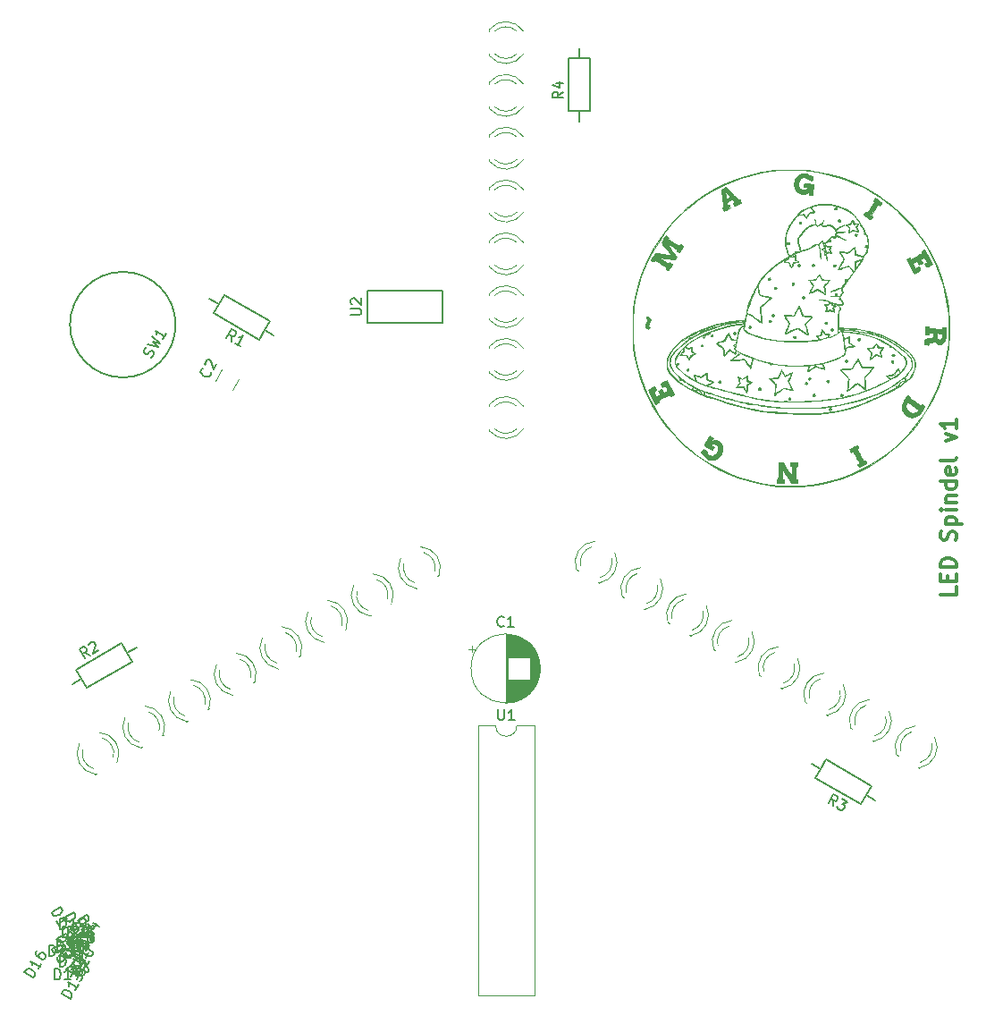
<source format=gto>
G04 #@! TF.GenerationSoftware,KiCad,Pcbnew,5.0.2-bee76a0~70~ubuntu18.04.1*
G04 #@! TF.CreationDate,2019-02-23T22:01:51+01:00*
G04 #@! TF.ProjectId,led-spindel,6c65642d-7370-4696-9e64-656c2e6b6963,rev?*
G04 #@! TF.SameCoordinates,Original*
G04 #@! TF.FileFunction,Legend,Top*
G04 #@! TF.FilePolarity,Positive*
%FSLAX46Y46*%
G04 Gerber Fmt 4.6, Leading zero omitted, Abs format (unit mm)*
G04 Created by KiCad (PCBNEW 5.0.2-bee76a0~70~ubuntu18.04.1) date Sa 23 Feb 2019 22:01:51 CET*
%MOMM*%
%LPD*%
G01*
G04 APERTURE LIST*
%ADD10C,0.300000*%
%ADD11C,0.127000*%
%ADD12C,0.120000*%
%ADD13C,0.010000*%
%ADD14C,0.150000*%
G04 APERTURE END LIST*
D10*
X122678571Y-146535714D02*
X122678571Y-147250000D01*
X121178571Y-147250000D01*
X121892857Y-146035714D02*
X121892857Y-145535714D01*
X122678571Y-145321428D02*
X122678571Y-146035714D01*
X121178571Y-146035714D01*
X121178571Y-145321428D01*
X122678571Y-144678571D02*
X121178571Y-144678571D01*
X121178571Y-144321428D01*
X121250000Y-144107142D01*
X121392857Y-143964285D01*
X121535714Y-143892857D01*
X121821428Y-143821428D01*
X122035714Y-143821428D01*
X122321428Y-143892857D01*
X122464285Y-143964285D01*
X122607142Y-144107142D01*
X122678571Y-144321428D01*
X122678571Y-144678571D01*
X122607142Y-142107142D02*
X122678571Y-141892857D01*
X122678571Y-141535714D01*
X122607142Y-141392857D01*
X122535714Y-141321428D01*
X122392857Y-141250000D01*
X122250000Y-141250000D01*
X122107142Y-141321428D01*
X122035714Y-141392857D01*
X121964285Y-141535714D01*
X121892857Y-141821428D01*
X121821428Y-141964285D01*
X121750000Y-142035714D01*
X121607142Y-142107142D01*
X121464285Y-142107142D01*
X121321428Y-142035714D01*
X121250000Y-141964285D01*
X121178571Y-141821428D01*
X121178571Y-141464285D01*
X121250000Y-141250000D01*
X121678571Y-140607142D02*
X123178571Y-140607142D01*
X121750000Y-140607142D02*
X121678571Y-140464285D01*
X121678571Y-140178571D01*
X121750000Y-140035714D01*
X121821428Y-139964285D01*
X121964285Y-139892857D01*
X122392857Y-139892857D01*
X122535714Y-139964285D01*
X122607142Y-140035714D01*
X122678571Y-140178571D01*
X122678571Y-140464285D01*
X122607142Y-140607142D01*
X122678571Y-139250000D02*
X121678571Y-139250000D01*
X121178571Y-139250000D02*
X121250000Y-139321428D01*
X121321428Y-139250000D01*
X121250000Y-139178571D01*
X121178571Y-139250000D01*
X121321428Y-139250000D01*
X121678571Y-138535714D02*
X122678571Y-138535714D01*
X121821428Y-138535714D02*
X121750000Y-138464285D01*
X121678571Y-138321428D01*
X121678571Y-138107142D01*
X121750000Y-137964285D01*
X121892857Y-137892857D01*
X122678571Y-137892857D01*
X122678571Y-136535714D02*
X121178571Y-136535714D01*
X122607142Y-136535714D02*
X122678571Y-136678571D01*
X122678571Y-136964285D01*
X122607142Y-137107142D01*
X122535714Y-137178571D01*
X122392857Y-137250000D01*
X121964285Y-137250000D01*
X121821428Y-137178571D01*
X121750000Y-137107142D01*
X121678571Y-136964285D01*
X121678571Y-136678571D01*
X121750000Y-136535714D01*
X122607142Y-135250000D02*
X122678571Y-135392857D01*
X122678571Y-135678571D01*
X122607142Y-135821428D01*
X122464285Y-135892857D01*
X121892857Y-135892857D01*
X121750000Y-135821428D01*
X121678571Y-135678571D01*
X121678571Y-135392857D01*
X121750000Y-135250000D01*
X121892857Y-135178571D01*
X122035714Y-135178571D01*
X122178571Y-135892857D01*
X122678571Y-134321428D02*
X122607142Y-134464285D01*
X122464285Y-134535714D01*
X121178571Y-134535714D01*
X121678571Y-132750000D02*
X122678571Y-132392857D01*
X121678571Y-132035714D01*
X122678571Y-130678571D02*
X122678571Y-131535714D01*
X122678571Y-131107142D02*
X121178571Y-131107142D01*
X121392857Y-131250000D01*
X121535714Y-131392857D01*
X121607142Y-131535714D01*
D11*
G04 #@! TO.C,U2*
X74016000Y-121524000D02*
X66904000Y-121524000D01*
X74016000Y-118476000D02*
X74016000Y-121524000D01*
X66904000Y-118476000D02*
X74016000Y-118476000D01*
X66904000Y-121524000D02*
X66904000Y-118476000D01*
D12*
G04 #@! TO.C,C1*
X83270000Y-154250000D02*
G75*
G03X83270000Y-154250000I-3270000J0D01*
G01*
X80000000Y-151020000D02*
X80000000Y-157480000D01*
X80040000Y-151020000D02*
X80040000Y-157480000D01*
X80080000Y-151020000D02*
X80080000Y-157480000D01*
X80120000Y-151022000D02*
X80120000Y-157478000D01*
X80160000Y-151023000D02*
X80160000Y-157477000D01*
X80200000Y-151026000D02*
X80200000Y-157474000D01*
X80240000Y-151028000D02*
X80240000Y-153210000D01*
X80240000Y-155290000D02*
X80240000Y-157472000D01*
X80280000Y-151032000D02*
X80280000Y-153210000D01*
X80280000Y-155290000D02*
X80280000Y-157468000D01*
X80320000Y-151035000D02*
X80320000Y-153210000D01*
X80320000Y-155290000D02*
X80320000Y-157465000D01*
X80360000Y-151039000D02*
X80360000Y-153210000D01*
X80360000Y-155290000D02*
X80360000Y-157461000D01*
X80400000Y-151044000D02*
X80400000Y-153210000D01*
X80400000Y-155290000D02*
X80400000Y-157456000D01*
X80440000Y-151049000D02*
X80440000Y-153210000D01*
X80440000Y-155290000D02*
X80440000Y-157451000D01*
X80480000Y-151055000D02*
X80480000Y-153210000D01*
X80480000Y-155290000D02*
X80480000Y-157445000D01*
X80520000Y-151061000D02*
X80520000Y-153210000D01*
X80520000Y-155290000D02*
X80520000Y-157439000D01*
X80560000Y-151068000D02*
X80560000Y-153210000D01*
X80560000Y-155290000D02*
X80560000Y-157432000D01*
X80600000Y-151075000D02*
X80600000Y-153210000D01*
X80600000Y-155290000D02*
X80600000Y-157425000D01*
X80640000Y-151083000D02*
X80640000Y-153210000D01*
X80640000Y-155290000D02*
X80640000Y-157417000D01*
X80680000Y-151091000D02*
X80680000Y-153210000D01*
X80680000Y-155290000D02*
X80680000Y-157409000D01*
X80721000Y-151100000D02*
X80721000Y-153210000D01*
X80721000Y-155290000D02*
X80721000Y-157400000D01*
X80761000Y-151109000D02*
X80761000Y-153210000D01*
X80761000Y-155290000D02*
X80761000Y-157391000D01*
X80801000Y-151119000D02*
X80801000Y-153210000D01*
X80801000Y-155290000D02*
X80801000Y-157381000D01*
X80841000Y-151129000D02*
X80841000Y-153210000D01*
X80841000Y-155290000D02*
X80841000Y-157371000D01*
X80881000Y-151140000D02*
X80881000Y-153210000D01*
X80881000Y-155290000D02*
X80881000Y-157360000D01*
X80921000Y-151152000D02*
X80921000Y-153210000D01*
X80921000Y-155290000D02*
X80921000Y-157348000D01*
X80961000Y-151164000D02*
X80961000Y-153210000D01*
X80961000Y-155290000D02*
X80961000Y-157336000D01*
X81001000Y-151176000D02*
X81001000Y-153210000D01*
X81001000Y-155290000D02*
X81001000Y-157324000D01*
X81041000Y-151189000D02*
X81041000Y-153210000D01*
X81041000Y-155290000D02*
X81041000Y-157311000D01*
X81081000Y-151203000D02*
X81081000Y-153210000D01*
X81081000Y-155290000D02*
X81081000Y-157297000D01*
X81121000Y-151217000D02*
X81121000Y-153210000D01*
X81121000Y-155290000D02*
X81121000Y-157283000D01*
X81161000Y-151232000D02*
X81161000Y-153210000D01*
X81161000Y-155290000D02*
X81161000Y-157268000D01*
X81201000Y-151248000D02*
X81201000Y-153210000D01*
X81201000Y-155290000D02*
X81201000Y-157252000D01*
X81241000Y-151264000D02*
X81241000Y-153210000D01*
X81241000Y-155290000D02*
X81241000Y-157236000D01*
X81281000Y-151280000D02*
X81281000Y-153210000D01*
X81281000Y-155290000D02*
X81281000Y-157220000D01*
X81321000Y-151298000D02*
X81321000Y-153210000D01*
X81321000Y-155290000D02*
X81321000Y-157202000D01*
X81361000Y-151316000D02*
X81361000Y-153210000D01*
X81361000Y-155290000D02*
X81361000Y-157184000D01*
X81401000Y-151334000D02*
X81401000Y-153210000D01*
X81401000Y-155290000D02*
X81401000Y-157166000D01*
X81441000Y-151354000D02*
X81441000Y-153210000D01*
X81441000Y-155290000D02*
X81441000Y-157146000D01*
X81481000Y-151374000D02*
X81481000Y-153210000D01*
X81481000Y-155290000D02*
X81481000Y-157126000D01*
X81521000Y-151394000D02*
X81521000Y-153210000D01*
X81521000Y-155290000D02*
X81521000Y-157106000D01*
X81561000Y-151416000D02*
X81561000Y-153210000D01*
X81561000Y-155290000D02*
X81561000Y-157084000D01*
X81601000Y-151438000D02*
X81601000Y-153210000D01*
X81601000Y-155290000D02*
X81601000Y-157062000D01*
X81641000Y-151460000D02*
X81641000Y-153210000D01*
X81641000Y-155290000D02*
X81641000Y-157040000D01*
X81681000Y-151484000D02*
X81681000Y-153210000D01*
X81681000Y-155290000D02*
X81681000Y-157016000D01*
X81721000Y-151508000D02*
X81721000Y-153210000D01*
X81721000Y-155290000D02*
X81721000Y-156992000D01*
X81761000Y-151534000D02*
X81761000Y-153210000D01*
X81761000Y-155290000D02*
X81761000Y-156966000D01*
X81801000Y-151560000D02*
X81801000Y-153210000D01*
X81801000Y-155290000D02*
X81801000Y-156940000D01*
X81841000Y-151586000D02*
X81841000Y-153210000D01*
X81841000Y-155290000D02*
X81841000Y-156914000D01*
X81881000Y-151614000D02*
X81881000Y-153210000D01*
X81881000Y-155290000D02*
X81881000Y-156886000D01*
X81921000Y-151643000D02*
X81921000Y-153210000D01*
X81921000Y-155290000D02*
X81921000Y-156857000D01*
X81961000Y-151672000D02*
X81961000Y-153210000D01*
X81961000Y-155290000D02*
X81961000Y-156828000D01*
X82001000Y-151702000D02*
X82001000Y-153210000D01*
X82001000Y-155290000D02*
X82001000Y-156798000D01*
X82041000Y-151734000D02*
X82041000Y-153210000D01*
X82041000Y-155290000D02*
X82041000Y-156766000D01*
X82081000Y-151766000D02*
X82081000Y-153210000D01*
X82081000Y-155290000D02*
X82081000Y-156734000D01*
X82121000Y-151800000D02*
X82121000Y-153210000D01*
X82121000Y-155290000D02*
X82121000Y-156700000D01*
X82161000Y-151834000D02*
X82161000Y-153210000D01*
X82161000Y-155290000D02*
X82161000Y-156666000D01*
X82201000Y-151870000D02*
X82201000Y-153210000D01*
X82201000Y-155290000D02*
X82201000Y-156630000D01*
X82241000Y-151907000D02*
X82241000Y-153210000D01*
X82241000Y-155290000D02*
X82241000Y-156593000D01*
X82281000Y-151945000D02*
X82281000Y-153210000D01*
X82281000Y-155290000D02*
X82281000Y-156555000D01*
X82321000Y-151985000D02*
X82321000Y-156515000D01*
X82361000Y-152026000D02*
X82361000Y-156474000D01*
X82401000Y-152068000D02*
X82401000Y-156432000D01*
X82441000Y-152113000D02*
X82441000Y-156387000D01*
X82481000Y-152158000D02*
X82481000Y-156342000D01*
X82521000Y-152206000D02*
X82521000Y-156294000D01*
X82561000Y-152255000D02*
X82561000Y-156245000D01*
X82601000Y-152306000D02*
X82601000Y-156194000D01*
X82641000Y-152360000D02*
X82641000Y-156140000D01*
X82681000Y-152416000D02*
X82681000Y-156084000D01*
X82721000Y-152474000D02*
X82721000Y-156026000D01*
X82761000Y-152536000D02*
X82761000Y-155964000D01*
X82801000Y-152600000D02*
X82801000Y-155900000D01*
X82841000Y-152669000D02*
X82841000Y-155831000D01*
X82881000Y-152741000D02*
X82881000Y-155759000D01*
X82921000Y-152818000D02*
X82921000Y-155682000D01*
X82961000Y-152900000D02*
X82961000Y-155600000D01*
X83001000Y-152988000D02*
X83001000Y-155512000D01*
X83041000Y-153085000D02*
X83041000Y-155415000D01*
X83081000Y-153191000D02*
X83081000Y-155309000D01*
X83121000Y-153310000D02*
X83121000Y-155190000D01*
X83161000Y-153448000D02*
X83161000Y-155052000D01*
X83201000Y-153617000D02*
X83201000Y-154883000D01*
X83241000Y-153848000D02*
X83241000Y-154652000D01*
X76499759Y-152411000D02*
X77129759Y-152411000D01*
X76814759Y-152096000D02*
X76814759Y-152726000D01*
G04 #@! TO.C,C2*
X52513757Y-127002198D02*
X53142757Y-125912738D01*
X54107243Y-127922198D02*
X54736243Y-126832738D01*
D11*
G04 #@! TO.C,R1*
X52834936Y-119750000D02*
X53334936Y-118883975D01*
X57665064Y-121383975D02*
X53334936Y-118883975D01*
X57165064Y-122250000D02*
X57665064Y-121383975D01*
X57165064Y-122250000D02*
X58031089Y-122750000D01*
X56665064Y-123116025D02*
X57165064Y-122250000D01*
X52334936Y-120616025D02*
X56665064Y-123116025D01*
X52834936Y-119750000D02*
X52334936Y-120616025D01*
X51968911Y-119250000D02*
X52834936Y-119750000D01*
G04 #@! TO.C,R2*
X45031089Y-152250000D02*
X44165064Y-152750000D01*
X44165064Y-152750000D02*
X43665064Y-151883975D01*
X43665064Y-151883975D02*
X39334936Y-154383975D01*
X39334936Y-154383975D02*
X39834936Y-155250000D01*
X39834936Y-155250000D02*
X38968911Y-155750000D01*
X39834936Y-155250000D02*
X40334936Y-156116025D01*
X40334936Y-156116025D02*
X44665064Y-153616025D01*
X44165064Y-152750000D02*
X44665064Y-153616025D01*
G04 #@! TO.C,R3*
X109834936Y-163750000D02*
X110334936Y-162883975D01*
X114665064Y-165383975D02*
X110334936Y-162883975D01*
X114165064Y-166250000D02*
X114665064Y-165383975D01*
X114165064Y-166250000D02*
X115031089Y-166750000D01*
X113665064Y-167116025D02*
X114165064Y-166250000D01*
X109334936Y-164616025D02*
X113665064Y-167116025D01*
X109834936Y-163750000D02*
X109334936Y-164616025D01*
X108968911Y-163250000D02*
X109834936Y-163750000D01*
G04 #@! TO.C,R4*
X87000000Y-95500000D02*
X87000000Y-96500000D01*
X87000000Y-96500000D02*
X86000000Y-96500000D01*
X86000000Y-96500000D02*
X86000000Y-101500000D01*
X86000000Y-101500000D02*
X87000000Y-101500000D01*
X87000000Y-101500000D02*
X87000000Y-102500000D01*
X87000000Y-101500000D02*
X88000000Y-101500000D01*
X88000000Y-101500000D02*
X88000000Y-96500000D01*
X87000000Y-96500000D02*
X88000000Y-96500000D01*
G04 #@! TO.C,SW1*
X48750000Y-121700962D02*
G75*
G03X48750000Y-121700962I-5000000J0D01*
G01*
D12*
G04 #@! TO.C,U1*
X81060000Y-159670000D02*
G75*
G02X79060000Y-159670000I-1000000J0D01*
G01*
X79060000Y-159670000D02*
X77410000Y-159670000D01*
X77410000Y-159670000D02*
X77410000Y-185190000D01*
X77410000Y-185190000D02*
X82710000Y-185190000D01*
X82710000Y-185190000D02*
X82710000Y-159670000D01*
X82710000Y-159670000D02*
X81060000Y-159670000D01*
G04 #@! TO.C,D1*
X73556154Y-145527463D02*
X73691254Y-145449463D01*
X71550439Y-146685462D02*
X71685539Y-146607462D01*
X72255448Y-143274899D02*
G75*
G02X73296635Y-145077961I-414601J-1441564D01*
G01*
X70385117Y-144354737D02*
G75*
G03X71426020Y-146157961I1455730J-361726D01*
G01*
X71938781Y-142728875D02*
G75*
G02X73690835Y-145449704I-97934J-1987588D01*
G01*
X70070578Y-143807483D02*
G75*
G03X71550859Y-146685220I1770269J-908980D01*
G01*
G04 #@! TO.C,D2*
X65609276Y-146383216D02*
G75*
G03X67089557Y-149260953I1770269J-908980D01*
G01*
X67477479Y-145304608D02*
G75*
G02X69229533Y-148025437I-97934J-1987588D01*
G01*
X65923815Y-146930470D02*
G75*
G03X66964718Y-148733694I1455730J-361726D01*
G01*
X67794146Y-145850632D02*
G75*
G02X68835333Y-147653694I-414601J-1441564D01*
G01*
X67089137Y-149261195D02*
X67224237Y-149183195D01*
X69094852Y-148103196D02*
X69229952Y-148025196D01*
G04 #@! TO.C,D3*
X64764725Y-150603196D02*
X64899825Y-150525196D01*
X62759010Y-151761195D02*
X62894110Y-151683195D01*
X63464019Y-148350632D02*
G75*
G02X64505206Y-150153694I-414601J-1441564D01*
G01*
X61593688Y-149430470D02*
G75*
G03X62634591Y-151233694I1455730J-361726D01*
G01*
X63147352Y-147804608D02*
G75*
G02X64899406Y-150525437I-97934J-1987588D01*
G01*
X61279149Y-148883216D02*
G75*
G03X62759430Y-151760953I1770269J-908980D01*
G01*
G04 #@! TO.C,D4*
X56949022Y-151383216D02*
G75*
G03X58429303Y-154260953I1770269J-908980D01*
G01*
X58817225Y-150304608D02*
G75*
G02X60569279Y-153025437I-97934J-1987588D01*
G01*
X57263561Y-151930470D02*
G75*
G03X58304464Y-153733694I1455730J-361726D01*
G01*
X59133892Y-150850632D02*
G75*
G02X60175079Y-152653694I-414601J-1441564D01*
G01*
X58428883Y-154261195D02*
X58563983Y-154183195D01*
X60434598Y-153103196D02*
X60569698Y-153025196D01*
G04 #@! TO.C,D5*
X52618895Y-153883216D02*
G75*
G03X54099176Y-156760953I1770269J-908980D01*
G01*
X54487098Y-152804608D02*
G75*
G02X56239152Y-155525437I-97934J-1987588D01*
G01*
X52933434Y-154430470D02*
G75*
G03X53974337Y-156233694I1455730J-361726D01*
G01*
X54803765Y-153350632D02*
G75*
G02X55844952Y-155153694I-414601J-1441564D01*
G01*
X54098756Y-156761195D02*
X54233856Y-156683195D01*
X56104471Y-155603196D02*
X56239571Y-155525196D01*
G04 #@! TO.C,D6*
X51774344Y-158103196D02*
X51909444Y-158025196D01*
X49768629Y-159261195D02*
X49903729Y-159183195D01*
X50473638Y-155850632D02*
G75*
G02X51514825Y-157653694I-414601J-1441564D01*
G01*
X48603307Y-156930470D02*
G75*
G03X49644210Y-158733694I1455730J-361726D01*
G01*
X50156971Y-155304608D02*
G75*
G02X51909025Y-158025437I-97934J-1987588D01*
G01*
X48288768Y-156383216D02*
G75*
G03X49769049Y-159260953I1770269J-908980D01*
G01*
G04 #@! TO.C,D7*
X43958641Y-158883216D02*
G75*
G03X45438922Y-161760953I1770269J-908980D01*
G01*
X45826844Y-157804608D02*
G75*
G02X47578898Y-160525437I-97934J-1987588D01*
G01*
X44273180Y-159430470D02*
G75*
G03X45314083Y-161233694I1455730J-361726D01*
G01*
X46143511Y-158350632D02*
G75*
G02X47184698Y-160153694I-414601J-1441564D01*
G01*
X45438502Y-161761195D02*
X45573602Y-161683195D01*
X47444217Y-160603196D02*
X47579317Y-160525196D01*
G04 #@! TO.C,D8*
X43114090Y-163103196D02*
X43249190Y-163025196D01*
X41108375Y-164261195D02*
X41243475Y-164183195D01*
X41813384Y-160850632D02*
G75*
G02X42854571Y-162653694I-414601J-1441564D01*
G01*
X39943053Y-161930470D02*
G75*
G03X40983956Y-163733694I1455730J-361726D01*
G01*
X41496717Y-160304608D02*
G75*
G02X43248771Y-163025437I-97934J-1987588D01*
G01*
X39628514Y-161383216D02*
G75*
G03X41108795Y-164260953I1770269J-908980D01*
G01*
G04 #@! TO.C,D9*
X88477885Y-142206605D02*
G75*
G03X86725831Y-144927434I97934J-1987588D01*
G01*
X90346088Y-143285213D02*
G75*
G02X88865807Y-146162950I-1770269J-908980D01*
G01*
X88161218Y-142752629D02*
G75*
G03X87120031Y-144555691I414601J-1441564D01*
G01*
X90031549Y-143832467D02*
G75*
G02X88990646Y-145635691I-1455730J-361726D01*
G01*
X86725412Y-144927192D02*
X86860512Y-145005192D01*
X88731126Y-146085192D02*
X88866226Y-146163192D01*
G04 #@! TO.C,D10*
X93061253Y-148585192D02*
X93196353Y-148663192D01*
X91055539Y-147427192D02*
X91190639Y-147505192D01*
X94361676Y-146332467D02*
G75*
G02X93320773Y-148135691I-1455730J-361726D01*
G01*
X92491345Y-145252629D02*
G75*
G03X91450158Y-147055691I414601J-1441564D01*
G01*
X94676215Y-145785213D02*
G75*
G02X93195934Y-148662950I-1770269J-908980D01*
G01*
X92808012Y-144706605D02*
G75*
G03X91055958Y-147427434I97934J-1987588D01*
G01*
G04 #@! TO.C,D11*
X97138139Y-147206605D02*
G75*
G03X95386085Y-149927434I97934J-1987588D01*
G01*
X99006342Y-148285213D02*
G75*
G02X97526061Y-151162950I-1770269J-908980D01*
G01*
X96821472Y-147752629D02*
G75*
G03X95780285Y-149555691I414601J-1441564D01*
G01*
X98691803Y-148832467D02*
G75*
G02X97650900Y-150635691I-1455730J-361726D01*
G01*
X95385666Y-149927192D02*
X95520766Y-150005192D01*
X97391380Y-151085192D02*
X97526480Y-151163192D01*
G04 #@! TO.C,D12*
X101721507Y-153585192D02*
X101856607Y-153663192D01*
X99715793Y-152427192D02*
X99850893Y-152505192D01*
X103021930Y-151332467D02*
G75*
G02X101981027Y-153135691I-1455730J-361726D01*
G01*
X101151599Y-150252629D02*
G75*
G03X100110412Y-152055691I414601J-1441564D01*
G01*
X103336469Y-150785213D02*
G75*
G02X101856188Y-153662950I-1770269J-908980D01*
G01*
X101468266Y-149706605D02*
G75*
G03X99716212Y-152427434I97934J-1987588D01*
G01*
G04 #@! TO.C,D13*
X105798393Y-152206605D02*
G75*
G03X104046339Y-154927434I97934J-1987588D01*
G01*
X107666596Y-153285213D02*
G75*
G02X106186315Y-156162950I-1770269J-908980D01*
G01*
X105481726Y-152752629D02*
G75*
G03X104440539Y-154555691I414601J-1441564D01*
G01*
X107352057Y-153832467D02*
G75*
G02X106311154Y-155635691I-1455730J-361726D01*
G01*
X104045920Y-154927192D02*
X104181020Y-155005192D01*
X106051634Y-156085192D02*
X106186734Y-156163192D01*
G04 #@! TO.C,D14*
X110381761Y-158585192D02*
X110516861Y-158663192D01*
X108376047Y-157427192D02*
X108511147Y-157505192D01*
X111682184Y-156332467D02*
G75*
G02X110641281Y-158135691I-1455730J-361726D01*
G01*
X109811853Y-155252629D02*
G75*
G03X108770666Y-157055691I414601J-1441564D01*
G01*
X111996723Y-155785213D02*
G75*
G02X110516442Y-158662950I-1770269J-908980D01*
G01*
X110128520Y-154706605D02*
G75*
G03X108376466Y-157427434I97934J-1987588D01*
G01*
G04 #@! TO.C,D15*
X114458647Y-157206605D02*
G75*
G03X112706593Y-159927434I97934J-1987588D01*
G01*
X116326850Y-158285213D02*
G75*
G02X114846569Y-161162950I-1770269J-908980D01*
G01*
X114141980Y-157752629D02*
G75*
G03X113100793Y-159555691I414601J-1441564D01*
G01*
X116012311Y-158832467D02*
G75*
G02X114971408Y-160635691I-1455730J-361726D01*
G01*
X112706174Y-159927192D02*
X112841274Y-160005192D01*
X114711888Y-161085192D02*
X114846988Y-161163192D01*
G04 #@! TO.C,D16*
X119042015Y-163585192D02*
X119177115Y-163663192D01*
X117036301Y-162427192D02*
X117171401Y-162505192D01*
X120342438Y-161332467D02*
G75*
G02X119301535Y-163135691I-1455730J-361726D01*
G01*
X118472107Y-160252629D02*
G75*
G03X117430920Y-162055691I414601J-1441564D01*
G01*
X120656977Y-160785213D02*
G75*
G02X119176696Y-163662950I-1770269J-908980D01*
G01*
X118788774Y-159706605D02*
G75*
G03X117036720Y-162427434I97934J-1987588D01*
G01*
G04 #@! TO.C,D17*
X78460000Y-131580000D02*
X78460000Y-131736000D01*
X78460000Y-129264000D02*
X78460000Y-129420000D01*
X81061130Y-131579837D02*
G75*
G02X78979039Y-131580000I-1041130J1079837D01*
G01*
X81061130Y-129420163D02*
G75*
G03X78979039Y-129420000I-1041130J-1079837D01*
G01*
X81692335Y-131578608D02*
G75*
G02X78460000Y-131735516I-1672335J1078608D01*
G01*
X81692335Y-129421392D02*
G75*
G03X78460000Y-129264484I-1672335J-1078608D01*
G01*
G04 #@! TO.C,D18*
X81692335Y-123921392D02*
G75*
G03X78460000Y-123764484I-1672335J-1078608D01*
G01*
X81692335Y-126078608D02*
G75*
G02X78460000Y-126235516I-1672335J1078608D01*
G01*
X81061130Y-123920163D02*
G75*
G03X78979039Y-123920000I-1041130J-1079837D01*
G01*
X81061130Y-126079837D02*
G75*
G02X78979039Y-126080000I-1041130J1079837D01*
G01*
X78460000Y-123764000D02*
X78460000Y-123920000D01*
X78460000Y-126080000D02*
X78460000Y-126236000D01*
G04 #@! TO.C,D19*
X78460000Y-121080000D02*
X78460000Y-121236000D01*
X78460000Y-118764000D02*
X78460000Y-118920000D01*
X81061130Y-121079837D02*
G75*
G02X78979039Y-121080000I-1041130J1079837D01*
G01*
X81061130Y-118920163D02*
G75*
G03X78979039Y-118920000I-1041130J-1079837D01*
G01*
X81692335Y-121078608D02*
G75*
G02X78460000Y-121235516I-1672335J1078608D01*
G01*
X81692335Y-118921392D02*
G75*
G03X78460000Y-118764484I-1672335J-1078608D01*
G01*
G04 #@! TO.C,D20*
X81692335Y-113921392D02*
G75*
G03X78460000Y-113764484I-1672335J-1078608D01*
G01*
X81692335Y-116078608D02*
G75*
G02X78460000Y-116235516I-1672335J1078608D01*
G01*
X81061130Y-113920163D02*
G75*
G03X78979039Y-113920000I-1041130J-1079837D01*
G01*
X81061130Y-116079837D02*
G75*
G02X78979039Y-116080000I-1041130J1079837D01*
G01*
X78460000Y-113764000D02*
X78460000Y-113920000D01*
X78460000Y-116080000D02*
X78460000Y-116236000D01*
G04 #@! TO.C,D21*
X78460000Y-111080000D02*
X78460000Y-111236000D01*
X78460000Y-108764000D02*
X78460000Y-108920000D01*
X81061130Y-111079837D02*
G75*
G02X78979039Y-111080000I-1041130J1079837D01*
G01*
X81061130Y-108920163D02*
G75*
G03X78979039Y-108920000I-1041130J-1079837D01*
G01*
X81692335Y-111078608D02*
G75*
G02X78460000Y-111235516I-1672335J1078608D01*
G01*
X81692335Y-108921392D02*
G75*
G03X78460000Y-108764484I-1672335J-1078608D01*
G01*
G04 #@! TO.C,D22*
X81692335Y-103921392D02*
G75*
G03X78460000Y-103764484I-1672335J-1078608D01*
G01*
X81692335Y-106078608D02*
G75*
G02X78460000Y-106235516I-1672335J1078608D01*
G01*
X81061130Y-103920163D02*
G75*
G03X78979039Y-103920000I-1041130J-1079837D01*
G01*
X81061130Y-106079837D02*
G75*
G02X78979039Y-106080000I-1041130J1079837D01*
G01*
X78460000Y-103764000D02*
X78460000Y-103920000D01*
X78460000Y-106080000D02*
X78460000Y-106236000D01*
G04 #@! TO.C,D23*
X78460000Y-101080000D02*
X78460000Y-101236000D01*
X78460000Y-98764000D02*
X78460000Y-98920000D01*
X81061130Y-101079837D02*
G75*
G02X78979039Y-101080000I-1041130J1079837D01*
G01*
X81061130Y-98920163D02*
G75*
G03X78979039Y-98920000I-1041130J-1079837D01*
G01*
X81692335Y-101078608D02*
G75*
G02X78460000Y-101235516I-1672335J1078608D01*
G01*
X81692335Y-98921392D02*
G75*
G03X78460000Y-98764484I-1672335J-1078608D01*
G01*
G04 #@! TO.C,D24*
X81692335Y-93921392D02*
G75*
G03X78460000Y-93764484I-1672335J-1078608D01*
G01*
X81692335Y-96078608D02*
G75*
G02X78460000Y-96235516I-1672335J1078608D01*
G01*
X81061130Y-93920163D02*
G75*
G03X78979039Y-93920000I-1041130J-1079837D01*
G01*
X81061130Y-96079837D02*
G75*
G02X78979039Y-96080000I-1041130J1079837D01*
G01*
X78460000Y-93764000D02*
X78460000Y-93920000D01*
X78460000Y-96080000D02*
X78460000Y-96236000D01*
D13*
G04 #@! TO.C,G\002A\002A\002A*
G36*
X111330200Y-110607631D02*
X111370521Y-110660254D01*
X111363616Y-110724772D01*
X111351958Y-110741963D01*
X111289337Y-110782177D01*
X111213967Y-110789306D01*
X111153108Y-110763562D01*
X111137325Y-110740309D01*
X111137066Y-110685648D01*
X111195132Y-110685648D01*
X111201750Y-110710970D01*
X111238204Y-110739874D01*
X111288098Y-110734212D01*
X111317461Y-110699348D01*
X111318000Y-110692606D01*
X111292504Y-110657703D01*
X111240785Y-110636961D01*
X111201583Y-110644083D01*
X111195132Y-110685648D01*
X111137066Y-110685648D01*
X111136968Y-110665131D01*
X111184027Y-110606729D01*
X111254500Y-110585875D01*
X111330200Y-110607631D01*
X111330200Y-110607631D01*
G37*
X111330200Y-110607631D02*
X111370521Y-110660254D01*
X111363616Y-110724772D01*
X111351958Y-110741963D01*
X111289337Y-110782177D01*
X111213967Y-110789306D01*
X111153108Y-110763562D01*
X111137325Y-110740309D01*
X111137066Y-110685648D01*
X111195132Y-110685648D01*
X111201750Y-110710970D01*
X111238204Y-110739874D01*
X111288098Y-110734212D01*
X111317461Y-110699348D01*
X111318000Y-110692606D01*
X111292504Y-110657703D01*
X111240785Y-110636961D01*
X111201583Y-110644083D01*
X111195132Y-110685648D01*
X111137066Y-110685648D01*
X111136968Y-110665131D01*
X111184027Y-110606729D01*
X111254500Y-110585875D01*
X111330200Y-110607631D01*
G36*
X111683804Y-111763320D02*
X111716446Y-111813201D01*
X111714933Y-111889577D01*
X111670406Y-111944074D01*
X111602455Y-111965449D01*
X111530667Y-111942461D01*
X111514850Y-111928900D01*
X111479514Y-111858856D01*
X111480925Y-111850820D01*
X111545738Y-111850820D01*
X111552293Y-111895081D01*
X111592929Y-111898011D01*
X111641824Y-111867176D01*
X111651375Y-111839565D01*
X111631555Y-111799125D01*
X111589863Y-111796810D01*
X111552944Y-111829779D01*
X111545738Y-111850820D01*
X111480925Y-111850820D01*
X111492100Y-111787181D01*
X111528884Y-111750479D01*
X111611507Y-111732824D01*
X111683804Y-111763320D01*
X111683804Y-111763320D01*
G37*
X111683804Y-111763320D02*
X111716446Y-111813201D01*
X111714933Y-111889577D01*
X111670406Y-111944074D01*
X111602455Y-111965449D01*
X111530667Y-111942461D01*
X111514850Y-111928900D01*
X111479514Y-111858856D01*
X111480925Y-111850820D01*
X111545738Y-111850820D01*
X111552293Y-111895081D01*
X111592929Y-111898011D01*
X111641824Y-111867176D01*
X111651375Y-111839565D01*
X111631555Y-111799125D01*
X111589863Y-111796810D01*
X111552944Y-111829779D01*
X111545738Y-111850820D01*
X111480925Y-111850820D01*
X111492100Y-111787181D01*
X111528884Y-111750479D01*
X111611507Y-111732824D01*
X111683804Y-111763320D01*
G36*
X107964700Y-111972881D02*
X108005021Y-112025504D01*
X107998116Y-112090022D01*
X107986458Y-112107213D01*
X107923837Y-112147427D01*
X107848467Y-112154556D01*
X107787608Y-112128812D01*
X107771825Y-112105559D01*
X107771566Y-112050898D01*
X107829632Y-112050898D01*
X107836250Y-112076220D01*
X107872704Y-112105124D01*
X107922598Y-112099462D01*
X107951961Y-112064598D01*
X107952500Y-112057856D01*
X107927004Y-112022953D01*
X107875285Y-112002211D01*
X107836083Y-112009333D01*
X107829632Y-112050898D01*
X107771566Y-112050898D01*
X107771468Y-112030381D01*
X107818527Y-111971979D01*
X107889000Y-111951125D01*
X107964700Y-111972881D01*
X107964700Y-111972881D01*
G37*
X107964700Y-111972881D02*
X108005021Y-112025504D01*
X107998116Y-112090022D01*
X107986458Y-112107213D01*
X107923837Y-112147427D01*
X107848467Y-112154556D01*
X107787608Y-112128812D01*
X107771825Y-112105559D01*
X107771566Y-112050898D01*
X107829632Y-112050898D01*
X107836250Y-112076220D01*
X107872704Y-112105124D01*
X107922598Y-112099462D01*
X107951961Y-112064598D01*
X107952500Y-112057856D01*
X107927004Y-112022953D01*
X107875285Y-112002211D01*
X107836083Y-112009333D01*
X107829632Y-112050898D01*
X107771566Y-112050898D01*
X107771468Y-112030381D01*
X107818527Y-111971979D01*
X107889000Y-111951125D01*
X107964700Y-111972881D01*
G36*
X112838641Y-111776978D02*
X112883072Y-111838601D01*
X112935394Y-111931596D01*
X112937777Y-111936294D01*
X113035693Y-112130265D01*
X113229296Y-112120070D01*
X113354368Y-112119439D01*
X113420330Y-112137455D01*
X113430149Y-112179398D01*
X113386794Y-112250545D01*
X113336035Y-112309954D01*
X113272697Y-112383149D01*
X113231679Y-112436475D01*
X113223000Y-112452925D01*
X113238487Y-112487391D01*
X113278629Y-112558445D01*
X113322161Y-112630298D01*
X113377018Y-112732602D01*
X113402755Y-112811773D01*
X113401562Y-112841311D01*
X113382219Y-112867757D01*
X113343147Y-112878332D01*
X113273461Y-112872368D01*
X113162277Y-112849194D01*
X113041323Y-112819146D01*
X112960234Y-112802347D01*
X112897774Y-112806447D01*
X112828696Y-112837110D01*
X112752793Y-112883871D01*
X112654933Y-112938787D01*
X112567231Y-112974785D01*
X112525477Y-112983000D01*
X112478906Y-112976594D01*
X112463099Y-112945409D01*
X112469843Y-112871490D01*
X112470995Y-112863937D01*
X112490073Y-112746523D01*
X112510266Y-112630765D01*
X112510360Y-112630251D01*
X112518697Y-112562383D01*
X112505604Y-112514272D01*
X112460176Y-112466798D01*
X112385058Y-112410556D01*
X112304926Y-112345934D01*
X112251783Y-112289519D01*
X112238750Y-112262456D01*
X112244532Y-112253575D01*
X112317614Y-112253575D01*
X112332226Y-112284635D01*
X112386870Y-112337681D01*
X112447610Y-112384944D01*
X112530795Y-112448459D01*
X112571646Y-112495947D01*
X112581296Y-112545635D01*
X112575063Y-112593617D01*
X112555360Y-112702392D01*
X112536220Y-112808375D01*
X112529877Y-112882538D01*
X112549686Y-112914978D01*
X112602434Y-112906207D01*
X112694908Y-112856736D01*
X112746765Y-112824240D01*
X112895215Y-112728980D01*
X113107317Y-112781321D01*
X113215948Y-112804873D01*
X113298854Y-112816785D01*
X113338496Y-112814559D01*
X113338794Y-112814288D01*
X113333547Y-112779485D01*
X113300038Y-112709273D01*
X113258834Y-112640115D01*
X113204882Y-112551002D01*
X113168806Y-112481769D01*
X113159500Y-112454122D01*
X113178742Y-112414615D01*
X113228415Y-112345254D01*
X113277399Y-112285190D01*
X113395298Y-112147452D01*
X113197077Y-112165426D01*
X112998855Y-112183400D01*
X112915578Y-112019637D01*
X112832300Y-111855875D01*
X112776005Y-111982875D01*
X112740705Y-112069238D01*
X112719652Y-112133601D01*
X112717354Y-112146445D01*
X112686961Y-112169600D01*
X112609498Y-112191632D01*
X112524443Y-112205131D01*
X112420754Y-112220921D01*
X112345162Y-112239443D01*
X112317614Y-112253575D01*
X112244532Y-112253575D01*
X112267709Y-112217979D01*
X112343483Y-112181871D01*
X112449416Y-112160578D01*
X112509959Y-112157500D01*
X112592532Y-112143724D01*
X112655222Y-112095447D01*
X112707425Y-112002238D01*
X112745527Y-111896004D01*
X112776432Y-111815512D01*
X112805836Y-111764881D01*
X112811497Y-111759854D01*
X112838641Y-111776978D01*
X112838641Y-111776978D01*
G37*
X112838641Y-111776978D02*
X112883072Y-111838601D01*
X112935394Y-111931596D01*
X112937777Y-111936294D01*
X113035693Y-112130265D01*
X113229296Y-112120070D01*
X113354368Y-112119439D01*
X113420330Y-112137455D01*
X113430149Y-112179398D01*
X113386794Y-112250545D01*
X113336035Y-112309954D01*
X113272697Y-112383149D01*
X113231679Y-112436475D01*
X113223000Y-112452925D01*
X113238487Y-112487391D01*
X113278629Y-112558445D01*
X113322161Y-112630298D01*
X113377018Y-112732602D01*
X113402755Y-112811773D01*
X113401562Y-112841311D01*
X113382219Y-112867757D01*
X113343147Y-112878332D01*
X113273461Y-112872368D01*
X113162277Y-112849194D01*
X113041323Y-112819146D01*
X112960234Y-112802347D01*
X112897774Y-112806447D01*
X112828696Y-112837110D01*
X112752793Y-112883871D01*
X112654933Y-112938787D01*
X112567231Y-112974785D01*
X112525477Y-112983000D01*
X112478906Y-112976594D01*
X112463099Y-112945409D01*
X112469843Y-112871490D01*
X112470995Y-112863937D01*
X112490073Y-112746523D01*
X112510266Y-112630765D01*
X112510360Y-112630251D01*
X112518697Y-112562383D01*
X112505604Y-112514272D01*
X112460176Y-112466798D01*
X112385058Y-112410556D01*
X112304926Y-112345934D01*
X112251783Y-112289519D01*
X112238750Y-112262456D01*
X112244532Y-112253575D01*
X112317614Y-112253575D01*
X112332226Y-112284635D01*
X112386870Y-112337681D01*
X112447610Y-112384944D01*
X112530795Y-112448459D01*
X112571646Y-112495947D01*
X112581296Y-112545635D01*
X112575063Y-112593617D01*
X112555360Y-112702392D01*
X112536220Y-112808375D01*
X112529877Y-112882538D01*
X112549686Y-112914978D01*
X112602434Y-112906207D01*
X112694908Y-112856736D01*
X112746765Y-112824240D01*
X112895215Y-112728980D01*
X113107317Y-112781321D01*
X113215948Y-112804873D01*
X113298854Y-112816785D01*
X113338496Y-112814559D01*
X113338794Y-112814288D01*
X113333547Y-112779485D01*
X113300038Y-112709273D01*
X113258834Y-112640115D01*
X113204882Y-112551002D01*
X113168806Y-112481769D01*
X113159500Y-112454122D01*
X113178742Y-112414615D01*
X113228415Y-112345254D01*
X113277399Y-112285190D01*
X113395298Y-112147452D01*
X113197077Y-112165426D01*
X112998855Y-112183400D01*
X112915578Y-112019637D01*
X112832300Y-111855875D01*
X112776005Y-111982875D01*
X112740705Y-112069238D01*
X112719652Y-112133601D01*
X112717354Y-112146445D01*
X112686961Y-112169600D01*
X112609498Y-112191632D01*
X112524443Y-112205131D01*
X112420754Y-112220921D01*
X112345162Y-112239443D01*
X112317614Y-112253575D01*
X112244532Y-112253575D01*
X112267709Y-112217979D01*
X112343483Y-112181871D01*
X112449416Y-112160578D01*
X112509959Y-112157500D01*
X112592532Y-112143724D01*
X112655222Y-112095447D01*
X112707425Y-112002238D01*
X112745527Y-111896004D01*
X112776432Y-111815512D01*
X112805836Y-111764881D01*
X112811497Y-111759854D01*
X112838641Y-111776978D01*
G36*
X113235200Y-113115881D02*
X113275521Y-113168504D01*
X113268616Y-113233022D01*
X113256958Y-113250213D01*
X113194337Y-113290427D01*
X113118967Y-113297556D01*
X113058108Y-113271812D01*
X113042325Y-113248559D01*
X113042004Y-113180815D01*
X113074756Y-113180815D01*
X113094745Y-113219613D01*
X113143753Y-113246590D01*
X113196583Y-113240881D01*
X113222922Y-113206242D01*
X113223000Y-113203726D01*
X113197056Y-113161889D01*
X113138147Y-113148302D01*
X113106778Y-113155187D01*
X113074756Y-113180815D01*
X113042004Y-113180815D01*
X113041968Y-113173381D01*
X113089027Y-113114979D01*
X113159500Y-113094125D01*
X113235200Y-113115881D01*
X113235200Y-113115881D01*
G37*
X113235200Y-113115881D02*
X113275521Y-113168504D01*
X113268616Y-113233022D01*
X113256958Y-113250213D01*
X113194337Y-113290427D01*
X113118967Y-113297556D01*
X113058108Y-113271812D01*
X113042325Y-113248559D01*
X113042004Y-113180815D01*
X113074756Y-113180815D01*
X113094745Y-113219613D01*
X113143753Y-113246590D01*
X113196583Y-113240881D01*
X113222922Y-113206242D01*
X113223000Y-113203726D01*
X113197056Y-113161889D01*
X113138147Y-113148302D01*
X113106778Y-113155187D01*
X113074756Y-113180815D01*
X113042004Y-113180815D01*
X113041968Y-113173381D01*
X113089027Y-113114979D01*
X113159500Y-113094125D01*
X113235200Y-113115881D01*
G36*
X106809075Y-113887740D02*
X106870251Y-113934430D01*
X106894728Y-114007203D01*
X106873331Y-114077922D01*
X106871735Y-114079898D01*
X106803277Y-114119396D01*
X106717965Y-114119824D01*
X106657100Y-114087900D01*
X106623244Y-114020863D01*
X106687876Y-114020863D01*
X106694565Y-114048145D01*
X106727570Y-114089752D01*
X106782721Y-114078841D01*
X106806189Y-114065218D01*
X106833654Y-114018987D01*
X106819451Y-113965811D01*
X106773285Y-113936065D01*
X106764745Y-113935500D01*
X106705567Y-113960392D01*
X106687876Y-114020863D01*
X106623244Y-114020863D01*
X106622495Y-114019381D01*
X106637189Y-113951204D01*
X106688967Y-113899461D01*
X106765610Y-113880241D01*
X106809075Y-113887740D01*
X106809075Y-113887740D01*
G37*
X106809075Y-113887740D02*
X106870251Y-113934430D01*
X106894728Y-114007203D01*
X106873331Y-114077922D01*
X106871735Y-114079898D01*
X106803277Y-114119396D01*
X106717965Y-114119824D01*
X106657100Y-114087900D01*
X106623244Y-114020863D01*
X106687876Y-114020863D01*
X106694565Y-114048145D01*
X106727570Y-114089752D01*
X106782721Y-114078841D01*
X106806189Y-114065218D01*
X106833654Y-114018987D01*
X106819451Y-113965811D01*
X106773285Y-113936065D01*
X106764745Y-113935500D01*
X106705567Y-113960392D01*
X106687876Y-114020863D01*
X106623244Y-114020863D01*
X106622495Y-114019381D01*
X106637189Y-113951204D01*
X106688967Y-113899461D01*
X106765610Y-113880241D01*
X106809075Y-113887740D01*
G36*
X109200908Y-115962731D02*
X109241392Y-116027365D01*
X109239946Y-116089548D01*
X109191896Y-116150900D01*
X109114775Y-116170372D01*
X109052384Y-116152270D01*
X109006989Y-116098641D01*
X109006757Y-116041583D01*
X109063750Y-116041583D01*
X109083759Y-116102071D01*
X109127453Y-116119064D01*
X109170327Y-116090424D01*
X109185140Y-116052181D01*
X109171671Y-116008453D01*
X109129578Y-115999250D01*
X109076813Y-116016346D01*
X109063750Y-116041583D01*
X109006757Y-116041583D01*
X109006713Y-116030768D01*
X109043987Y-115969847D01*
X109111238Y-115937077D01*
X109129712Y-115935750D01*
X109200908Y-115962731D01*
X109200908Y-115962731D01*
G37*
X109200908Y-115962731D02*
X109241392Y-116027365D01*
X109239946Y-116089548D01*
X109191896Y-116150900D01*
X109114775Y-116170372D01*
X109052384Y-116152270D01*
X109006989Y-116098641D01*
X109006757Y-116041583D01*
X109063750Y-116041583D01*
X109083759Y-116102071D01*
X109127453Y-116119064D01*
X109170327Y-116090424D01*
X109185140Y-116052181D01*
X109171671Y-116008453D01*
X109129578Y-115999250D01*
X109076813Y-116016346D01*
X109063750Y-116041583D01*
X109006757Y-116041583D01*
X109006713Y-116030768D01*
X109043987Y-115969847D01*
X109111238Y-115937077D01*
X109129712Y-115935750D01*
X109200908Y-115962731D01*
G36*
X107857264Y-115999969D02*
X107883249Y-116040462D01*
X107873309Y-116119059D01*
X107822708Y-116170627D01*
X107751724Y-116185985D01*
X107680636Y-116155956D01*
X107664541Y-116139463D01*
X107641580Y-116075296D01*
X107644020Y-116070687D01*
X107704544Y-116070687D01*
X107715588Y-116115691D01*
X107762000Y-116126250D01*
X107814110Y-116110180D01*
X107819455Y-116070687D01*
X107788148Y-116023452D01*
X107762000Y-116015125D01*
X107717169Y-116041519D01*
X107704544Y-116070687D01*
X107644020Y-116070687D01*
X107671071Y-116019605D01*
X107742248Y-115986833D01*
X107780900Y-115983375D01*
X107857264Y-115999969D01*
X107857264Y-115999969D01*
G37*
X107857264Y-115999969D02*
X107883249Y-116040462D01*
X107873309Y-116119059D01*
X107822708Y-116170627D01*
X107751724Y-116185985D01*
X107680636Y-116155956D01*
X107664541Y-116139463D01*
X107641580Y-116075296D01*
X107644020Y-116070687D01*
X107704544Y-116070687D01*
X107715588Y-116115691D01*
X107762000Y-116126250D01*
X107814110Y-116110180D01*
X107819455Y-116070687D01*
X107788148Y-116023452D01*
X107762000Y-116015125D01*
X107717169Y-116041519D01*
X107704544Y-116070687D01*
X107644020Y-116070687D01*
X107671071Y-116019605D01*
X107742248Y-115986833D01*
X107780900Y-115983375D01*
X107857264Y-115999969D01*
G36*
X111254514Y-116031719D02*
X111280499Y-116072212D01*
X111270559Y-116150809D01*
X111219958Y-116202377D01*
X111148974Y-116217735D01*
X111077886Y-116187706D01*
X111061791Y-116171213D01*
X111038830Y-116107046D01*
X111041270Y-116102437D01*
X111101794Y-116102437D01*
X111112838Y-116147441D01*
X111159250Y-116158000D01*
X111211360Y-116141930D01*
X111216705Y-116102437D01*
X111185398Y-116055202D01*
X111159250Y-116046875D01*
X111114419Y-116073269D01*
X111101794Y-116102437D01*
X111041270Y-116102437D01*
X111068321Y-116051355D01*
X111139498Y-116018583D01*
X111178150Y-116015125D01*
X111254514Y-116031719D01*
X111254514Y-116031719D01*
G37*
X111254514Y-116031719D02*
X111280499Y-116072212D01*
X111270559Y-116150809D01*
X111219958Y-116202377D01*
X111148974Y-116217735D01*
X111077886Y-116187706D01*
X111061791Y-116171213D01*
X111038830Y-116107046D01*
X111041270Y-116102437D01*
X111101794Y-116102437D01*
X111112838Y-116147441D01*
X111159250Y-116158000D01*
X111211360Y-116141930D01*
X111216705Y-116102437D01*
X111185398Y-116055202D01*
X111159250Y-116046875D01*
X111114419Y-116073269D01*
X111101794Y-116102437D01*
X111041270Y-116102437D01*
X111068321Y-116051355D01*
X111139498Y-116018583D01*
X111178150Y-116015125D01*
X111254514Y-116031719D01*
G36*
X105035482Y-117287750D02*
X105062942Y-117348208D01*
X105050632Y-117418875D01*
X105025150Y-117453400D01*
X104963833Y-117486899D01*
X104882563Y-117471224D01*
X104880687Y-117470472D01*
X104845693Y-117427838D01*
X104845116Y-117387425D01*
X104888980Y-117387425D01*
X104893680Y-117404429D01*
X104935738Y-117423677D01*
X104990814Y-117408861D01*
X105023571Y-117372454D01*
X105013322Y-117330915D01*
X104969276Y-117309716D01*
X104920129Y-117317907D01*
X104903390Y-117334545D01*
X104888980Y-117387425D01*
X104845116Y-117387425D01*
X104844733Y-117360643D01*
X104874393Y-117295609D01*
X104906529Y-117268163D01*
X104979572Y-117255177D01*
X105035482Y-117287750D01*
X105035482Y-117287750D01*
G37*
X105035482Y-117287750D02*
X105062942Y-117348208D01*
X105050632Y-117418875D01*
X105025150Y-117453400D01*
X104963833Y-117486899D01*
X104882563Y-117471224D01*
X104880687Y-117470472D01*
X104845693Y-117427838D01*
X104845116Y-117387425D01*
X104888980Y-117387425D01*
X104893680Y-117404429D01*
X104935738Y-117423677D01*
X104990814Y-117408861D01*
X105023571Y-117372454D01*
X105013322Y-117330915D01*
X104969276Y-117309716D01*
X104920129Y-117317907D01*
X104903390Y-117334545D01*
X104888980Y-117387425D01*
X104845116Y-117387425D01*
X104844733Y-117360643D01*
X104874393Y-117295609D01*
X104906529Y-117268163D01*
X104979572Y-117255177D01*
X105035482Y-117287750D01*
G36*
X107272884Y-117750716D02*
X107285305Y-117762693D01*
X107327798Y-117813944D01*
X107325140Y-117856875D01*
X107299820Y-117897190D01*
X107234422Y-117958251D01*
X107169282Y-117956613D01*
X107128265Y-117921650D01*
X107102714Y-117852405D01*
X107135828Y-117852405D01*
X107142251Y-117871491D01*
X107188645Y-117897883D01*
X107246000Y-117885638D01*
X107277821Y-117848704D01*
X107266615Y-117807590D01*
X107220481Y-117785019D01*
X107167481Y-117791487D01*
X107153032Y-117802017D01*
X107135828Y-117852405D01*
X107102714Y-117852405D01*
X107100123Y-117845384D01*
X107126717Y-117769195D01*
X107166246Y-117733468D01*
X107218545Y-117718044D01*
X107272884Y-117750716D01*
X107272884Y-117750716D01*
G37*
X107272884Y-117750716D02*
X107285305Y-117762693D01*
X107327798Y-117813944D01*
X107325140Y-117856875D01*
X107299820Y-117897190D01*
X107234422Y-117958251D01*
X107169282Y-117956613D01*
X107128265Y-117921650D01*
X107102714Y-117852405D01*
X107135828Y-117852405D01*
X107142251Y-117871491D01*
X107188645Y-117897883D01*
X107246000Y-117885638D01*
X107277821Y-117848704D01*
X107266615Y-117807590D01*
X107220481Y-117785019D01*
X107167481Y-117791487D01*
X107153032Y-117802017D01*
X107135828Y-117852405D01*
X107102714Y-117852405D01*
X107100123Y-117845384D01*
X107126717Y-117769195D01*
X107166246Y-117733468D01*
X107218545Y-117718044D01*
X107272884Y-117750716D01*
G36*
X105597335Y-118143303D02*
X105632213Y-118171069D01*
X105655780Y-118238215D01*
X105651108Y-118283726D01*
X105608342Y-118331552D01*
X105537556Y-118350529D01*
X105466242Y-118339085D01*
X105422325Y-118296809D01*
X105420951Y-118232333D01*
X105476000Y-118232333D01*
X105496009Y-118292821D01*
X105539703Y-118309814D01*
X105582577Y-118281174D01*
X105597390Y-118242931D01*
X105583921Y-118199203D01*
X105541828Y-118190000D01*
X105489063Y-118207096D01*
X105476000Y-118232333D01*
X105420951Y-118232333D01*
X105420759Y-118223331D01*
X105462426Y-118165454D01*
X105527795Y-118134877D01*
X105597335Y-118143303D01*
X105597335Y-118143303D01*
G37*
X105597335Y-118143303D02*
X105632213Y-118171069D01*
X105655780Y-118238215D01*
X105651108Y-118283726D01*
X105608342Y-118331552D01*
X105537556Y-118350529D01*
X105466242Y-118339085D01*
X105422325Y-118296809D01*
X105420951Y-118232333D01*
X105476000Y-118232333D01*
X105496009Y-118292821D01*
X105539703Y-118309814D01*
X105582577Y-118281174D01*
X105597390Y-118242931D01*
X105583921Y-118199203D01*
X105541828Y-118190000D01*
X105489063Y-118207096D01*
X105476000Y-118232333D01*
X105420951Y-118232333D01*
X105420759Y-118223331D01*
X105462426Y-118165454D01*
X105527795Y-118134877D01*
X105597335Y-118143303D01*
G36*
X109722681Y-116946914D02*
X109761873Y-117018774D01*
X109812188Y-117122257D01*
X109833935Y-117169711D01*
X109946472Y-117419423D01*
X110298861Y-117442262D01*
X110439794Y-117452821D01*
X110553906Y-117464080D01*
X110628465Y-117474602D01*
X110651250Y-117482064D01*
X110631150Y-117510848D01*
X110576495Y-117576444D01*
X110495749Y-117668955D01*
X110402296Y-117773075D01*
X110153343Y-118047125D01*
X110225579Y-118380500D01*
X110264786Y-118564099D01*
X110289109Y-118692750D01*
X110297333Y-118773515D01*
X110288247Y-118813456D01*
X110260637Y-118819636D01*
X110213291Y-118799116D01*
X110159125Y-118767462D01*
X110088834Y-118727219D01*
X109980699Y-118667632D01*
X109853140Y-118598796D01*
X109791080Y-118565782D01*
X109518285Y-118421401D01*
X109140205Y-118572518D01*
X108997989Y-118627189D01*
X108878663Y-118668943D01*
X108793521Y-118694131D01*
X108753859Y-118699106D01*
X108752482Y-118697764D01*
X108762073Y-118660636D01*
X108795431Y-118579569D01*
X108847124Y-118467014D01*
X108903294Y-118352148D01*
X108967590Y-118221336D01*
X109019610Y-118110386D01*
X109053519Y-118032082D01*
X109063750Y-118000521D01*
X109045991Y-117962945D01*
X108998089Y-117886983D01*
X108928104Y-117784968D01*
X108871461Y-117706256D01*
X108726065Y-117507861D01*
X108809750Y-117507861D01*
X108827177Y-117539252D01*
X108873649Y-117608812D01*
X108940447Y-117703657D01*
X108968500Y-117742483D01*
X109041025Y-117846186D01*
X109096157Y-117932615D01*
X109125007Y-117987537D01*
X109127250Y-117996632D01*
X109113713Y-118038787D01*
X109077259Y-118123381D01*
X109024120Y-118236439D01*
X108984375Y-118317000D01*
X108924231Y-118438050D01*
X108876579Y-118536428D01*
X108847524Y-118599385D01*
X108841500Y-118615363D01*
X108868938Y-118609783D01*
X108943545Y-118584234D01*
X109053760Y-118542889D01*
X109181068Y-118492724D01*
X109520637Y-118356204D01*
X109824006Y-118516152D01*
X109951066Y-118584109D01*
X110057976Y-118643090D01*
X110131664Y-118685773D01*
X110157537Y-118702925D01*
X110200594Y-118726463D01*
X110234724Y-118727407D01*
X110238500Y-118720204D01*
X110232108Y-118687106D01*
X110214974Y-118606351D01*
X110190163Y-118492259D01*
X110175687Y-118426516D01*
X110139509Y-118258259D01*
X110120179Y-118136889D01*
X110121015Y-118047248D01*
X110145336Y-117974182D01*
X110196461Y-117902533D01*
X110277709Y-117817147D01*
X110317875Y-117777250D01*
X110408976Y-117682761D01*
X110479521Y-117601606D01*
X110519197Y-117546033D01*
X110524250Y-117532104D01*
X110506082Y-117511937D01*
X110446284Y-117499182D01*
X110336908Y-117492777D01*
X110220818Y-117491500D01*
X109917387Y-117491500D01*
X109806785Y-117248800D01*
X109696184Y-117006101D01*
X109516253Y-117248800D01*
X109336322Y-117491500D01*
X109073036Y-117491500D01*
X108952718Y-117493319D01*
X108861270Y-117498168D01*
X108813449Y-117505128D01*
X108809750Y-117507861D01*
X108726065Y-117507861D01*
X108679172Y-117443875D01*
X108997649Y-117434835D01*
X109316126Y-117425796D01*
X109499033Y-117172898D01*
X109578588Y-117065499D01*
X109644941Y-116980749D01*
X109689181Y-116929770D01*
X109701669Y-116920000D01*
X109722681Y-116946914D01*
X109722681Y-116946914D01*
G37*
X109722681Y-116946914D02*
X109761873Y-117018774D01*
X109812188Y-117122257D01*
X109833935Y-117169711D01*
X109946472Y-117419423D01*
X110298861Y-117442262D01*
X110439794Y-117452821D01*
X110553906Y-117464080D01*
X110628465Y-117474602D01*
X110651250Y-117482064D01*
X110631150Y-117510848D01*
X110576495Y-117576444D01*
X110495749Y-117668955D01*
X110402296Y-117773075D01*
X110153343Y-118047125D01*
X110225579Y-118380500D01*
X110264786Y-118564099D01*
X110289109Y-118692750D01*
X110297333Y-118773515D01*
X110288247Y-118813456D01*
X110260637Y-118819636D01*
X110213291Y-118799116D01*
X110159125Y-118767462D01*
X110088834Y-118727219D01*
X109980699Y-118667632D01*
X109853140Y-118598796D01*
X109791080Y-118565782D01*
X109518285Y-118421401D01*
X109140205Y-118572518D01*
X108997989Y-118627189D01*
X108878663Y-118668943D01*
X108793521Y-118694131D01*
X108753859Y-118699106D01*
X108752482Y-118697764D01*
X108762073Y-118660636D01*
X108795431Y-118579569D01*
X108847124Y-118467014D01*
X108903294Y-118352148D01*
X108967590Y-118221336D01*
X109019610Y-118110386D01*
X109053519Y-118032082D01*
X109063750Y-118000521D01*
X109045991Y-117962945D01*
X108998089Y-117886983D01*
X108928104Y-117784968D01*
X108871461Y-117706256D01*
X108726065Y-117507861D01*
X108809750Y-117507861D01*
X108827177Y-117539252D01*
X108873649Y-117608812D01*
X108940447Y-117703657D01*
X108968500Y-117742483D01*
X109041025Y-117846186D01*
X109096157Y-117932615D01*
X109125007Y-117987537D01*
X109127250Y-117996632D01*
X109113713Y-118038787D01*
X109077259Y-118123381D01*
X109024120Y-118236439D01*
X108984375Y-118317000D01*
X108924231Y-118438050D01*
X108876579Y-118536428D01*
X108847524Y-118599385D01*
X108841500Y-118615363D01*
X108868938Y-118609783D01*
X108943545Y-118584234D01*
X109053760Y-118542889D01*
X109181068Y-118492724D01*
X109520637Y-118356204D01*
X109824006Y-118516152D01*
X109951066Y-118584109D01*
X110057976Y-118643090D01*
X110131664Y-118685773D01*
X110157537Y-118702925D01*
X110200594Y-118726463D01*
X110234724Y-118727407D01*
X110238500Y-118720204D01*
X110232108Y-118687106D01*
X110214974Y-118606351D01*
X110190163Y-118492259D01*
X110175687Y-118426516D01*
X110139509Y-118258259D01*
X110120179Y-118136889D01*
X110121015Y-118047248D01*
X110145336Y-117974182D01*
X110196461Y-117902533D01*
X110277709Y-117817147D01*
X110317875Y-117777250D01*
X110408976Y-117682761D01*
X110479521Y-117601606D01*
X110519197Y-117546033D01*
X110524250Y-117532104D01*
X110506082Y-117511937D01*
X110446284Y-117499182D01*
X110336908Y-117492777D01*
X110220818Y-117491500D01*
X109917387Y-117491500D01*
X109806785Y-117248800D01*
X109696184Y-117006101D01*
X109516253Y-117248800D01*
X109336322Y-117491500D01*
X109073036Y-117491500D01*
X108952718Y-117493319D01*
X108861270Y-117498168D01*
X108813449Y-117505128D01*
X108809750Y-117507861D01*
X108726065Y-117507861D01*
X108679172Y-117443875D01*
X108997649Y-117434835D01*
X109316126Y-117425796D01*
X109499033Y-117172898D01*
X109578588Y-117065499D01*
X109644941Y-116980749D01*
X109689181Y-116929770D01*
X109701669Y-116920000D01*
X109722681Y-116946914D01*
G36*
X111365317Y-118750552D02*
X111404708Y-118800694D01*
X111401037Y-118864749D01*
X111363447Y-118909893D01*
X111299972Y-118946990D01*
X111255936Y-118938382D01*
X111224015Y-118905900D01*
X111198359Y-118843520D01*
X111254500Y-118843520D01*
X111273007Y-118878290D01*
X111311088Y-118872745D01*
X111342473Y-118830953D01*
X111328655Y-118798565D01*
X111304770Y-118793250D01*
X111261033Y-118818813D01*
X111254500Y-118843520D01*
X111198359Y-118843520D01*
X111193622Y-118832005D01*
X111218349Y-118768956D01*
X111290539Y-118735984D01*
X111291733Y-118735841D01*
X111365317Y-118750552D01*
X111365317Y-118750552D01*
G37*
X111365317Y-118750552D02*
X111404708Y-118800694D01*
X111401037Y-118864749D01*
X111363447Y-118909893D01*
X111299972Y-118946990D01*
X111255936Y-118938382D01*
X111224015Y-118905900D01*
X111198359Y-118843520D01*
X111254500Y-118843520D01*
X111273007Y-118878290D01*
X111311088Y-118872745D01*
X111342473Y-118830953D01*
X111328655Y-118798565D01*
X111304770Y-118793250D01*
X111261033Y-118818813D01*
X111254500Y-118843520D01*
X111198359Y-118843520D01*
X111193622Y-118832005D01*
X111218349Y-118768956D01*
X111290539Y-118735984D01*
X111291733Y-118735841D01*
X111365317Y-118750552D01*
G36*
X108273826Y-119037482D02*
X108317224Y-119090941D01*
X108320279Y-119152388D01*
X108314382Y-119164323D01*
X108252414Y-119218822D01*
X108175410Y-119229519D01*
X108118816Y-119200866D01*
X108082022Y-119128515D01*
X108083523Y-119121570D01*
X108148488Y-119121570D01*
X108155043Y-119165831D01*
X108195679Y-119168761D01*
X108244574Y-119137926D01*
X108254125Y-119110315D01*
X108234305Y-119069875D01*
X108192613Y-119067560D01*
X108155694Y-119100529D01*
X108148488Y-119121570D01*
X108083523Y-119121570D01*
X108097729Y-119055843D01*
X108140051Y-119017077D01*
X108208598Y-119007649D01*
X108273826Y-119037482D01*
X108273826Y-119037482D01*
G37*
X108273826Y-119037482D02*
X108317224Y-119090941D01*
X108320279Y-119152388D01*
X108314382Y-119164323D01*
X108252414Y-119218822D01*
X108175410Y-119229519D01*
X108118816Y-119200866D01*
X108082022Y-119128515D01*
X108083523Y-119121570D01*
X108148488Y-119121570D01*
X108155043Y-119165831D01*
X108195679Y-119168761D01*
X108244574Y-119137926D01*
X108254125Y-119110315D01*
X108234305Y-119069875D01*
X108192613Y-119067560D01*
X108155694Y-119100529D01*
X108148488Y-119121570D01*
X108083523Y-119121570D01*
X108097729Y-119055843D01*
X108140051Y-119017077D01*
X108208598Y-119007649D01*
X108273826Y-119037482D01*
G36*
X105392855Y-120730101D02*
X105430989Y-120786751D01*
X105434591Y-120853384D01*
X105394009Y-120910463D01*
X105329584Y-120947328D01*
X105280180Y-120937100D01*
X105238556Y-120900771D01*
X105202046Y-120833193D01*
X105261421Y-120833193D01*
X105270660Y-120858675D01*
X105311358Y-120882092D01*
X105354949Y-120858360D01*
X105375140Y-120814681D01*
X105361898Y-120769468D01*
X105337326Y-120761750D01*
X105279623Y-120783547D01*
X105261421Y-120833193D01*
X105202046Y-120833193D01*
X105198504Y-120826637D01*
X105219525Y-120754898D01*
X105261687Y-120717690D01*
X105332363Y-120701169D01*
X105392855Y-120730101D01*
X105392855Y-120730101D01*
G37*
X105392855Y-120730101D02*
X105430989Y-120786751D01*
X105434591Y-120853384D01*
X105394009Y-120910463D01*
X105329584Y-120947328D01*
X105280180Y-120937100D01*
X105238556Y-120900771D01*
X105202046Y-120833193D01*
X105261421Y-120833193D01*
X105270660Y-120858675D01*
X105311358Y-120882092D01*
X105354949Y-120858360D01*
X105375140Y-120814681D01*
X105361898Y-120769468D01*
X105337326Y-120761750D01*
X105279623Y-120783547D01*
X105261421Y-120833193D01*
X105202046Y-120833193D01*
X105198504Y-120826637D01*
X105219525Y-120754898D01*
X105261687Y-120717690D01*
X105332363Y-120701169D01*
X105392855Y-120730101D01*
G36*
X105107105Y-121269851D02*
X105145239Y-121326501D01*
X105148841Y-121393134D01*
X105108259Y-121450213D01*
X105043834Y-121487078D01*
X104994430Y-121476850D01*
X104952806Y-121440521D01*
X104916296Y-121372943D01*
X104975671Y-121372943D01*
X104984910Y-121398425D01*
X105025608Y-121421842D01*
X105069199Y-121398110D01*
X105089390Y-121354431D01*
X105076148Y-121309218D01*
X105051576Y-121301500D01*
X104993873Y-121323297D01*
X104975671Y-121372943D01*
X104916296Y-121372943D01*
X104912754Y-121366387D01*
X104933775Y-121294648D01*
X104975937Y-121257440D01*
X105046613Y-121240919D01*
X105107105Y-121269851D01*
X105107105Y-121269851D01*
G37*
X105107105Y-121269851D02*
X105145239Y-121326501D01*
X105148841Y-121393134D01*
X105108259Y-121450213D01*
X105043834Y-121487078D01*
X104994430Y-121476850D01*
X104952806Y-121440521D01*
X104916296Y-121372943D01*
X104975671Y-121372943D01*
X104984910Y-121398425D01*
X105025608Y-121421842D01*
X105069199Y-121398110D01*
X105089390Y-121354431D01*
X105076148Y-121309218D01*
X105051576Y-121301500D01*
X104993873Y-121323297D01*
X104975671Y-121372943D01*
X104916296Y-121372943D01*
X104912754Y-121366387D01*
X104933775Y-121294648D01*
X104975937Y-121257440D01*
X105046613Y-121240919D01*
X105107105Y-121269851D01*
G36*
X110427285Y-121452055D02*
X110460293Y-121510738D01*
X110460750Y-121518517D01*
X110435958Y-121596144D01*
X110375898Y-121641133D01*
X110302041Y-121645115D01*
X110239764Y-121604648D01*
X110217216Y-121534940D01*
X110217781Y-121532949D01*
X110280640Y-121532949D01*
X110303797Y-121577206D01*
X110333750Y-121587250D01*
X110374470Y-121564122D01*
X110383084Y-121552733D01*
X110386793Y-121504312D01*
X110353201Y-121471826D01*
X110307125Y-121475748D01*
X110298416Y-121482883D01*
X110280640Y-121532949D01*
X110217781Y-121532949D01*
X110238287Y-121460741D01*
X110289633Y-121415671D01*
X110361336Y-121414920D01*
X110427285Y-121452055D01*
X110427285Y-121452055D01*
G37*
X110427285Y-121452055D02*
X110460293Y-121510738D01*
X110460750Y-121518517D01*
X110435958Y-121596144D01*
X110375898Y-121641133D01*
X110302041Y-121645115D01*
X110239764Y-121604648D01*
X110217216Y-121534940D01*
X110217781Y-121532949D01*
X110280640Y-121532949D01*
X110303797Y-121577206D01*
X110333750Y-121587250D01*
X110374470Y-121564122D01*
X110383084Y-121552733D01*
X110386793Y-121504312D01*
X110353201Y-121471826D01*
X110307125Y-121475748D01*
X110298416Y-121482883D01*
X110280640Y-121532949D01*
X110217781Y-121532949D01*
X110238287Y-121460741D01*
X110289633Y-121415671D01*
X110361336Y-121414920D01*
X110427285Y-121452055D01*
G36*
X103215400Y-121847600D02*
X103251279Y-121919677D01*
X103234334Y-121992422D01*
X103192087Y-122030632D01*
X103130805Y-122058778D01*
X103091335Y-122051416D01*
X103049392Y-122013607D01*
X103008283Y-121966239D01*
X103007110Y-121944443D01*
X103070671Y-121944443D01*
X103079910Y-121969925D01*
X103120608Y-121993342D01*
X103164199Y-121969610D01*
X103184390Y-121925931D01*
X103171148Y-121880718D01*
X103146576Y-121873000D01*
X103088873Y-121894797D01*
X103070671Y-121944443D01*
X103007110Y-121944443D01*
X103006102Y-121925728D01*
X103032367Y-121870912D01*
X103090354Y-121818466D01*
X103165501Y-121816575D01*
X103215400Y-121847600D01*
X103215400Y-121847600D01*
G37*
X103215400Y-121847600D02*
X103251279Y-121919677D01*
X103234334Y-121992422D01*
X103192087Y-122030632D01*
X103130805Y-122058778D01*
X103091335Y-122051416D01*
X103049392Y-122013607D01*
X103008283Y-121966239D01*
X103007110Y-121944443D01*
X103070671Y-121944443D01*
X103079910Y-121969925D01*
X103120608Y-121993342D01*
X103164199Y-121969610D01*
X103184390Y-121925931D01*
X103171148Y-121880718D01*
X103146576Y-121873000D01*
X103088873Y-121894797D01*
X103070671Y-121944443D01*
X103007110Y-121944443D01*
X103006102Y-121925728D01*
X103032367Y-121870912D01*
X103090354Y-121818466D01*
X103165501Y-121816575D01*
X103215400Y-121847600D01*
G36*
X110973658Y-122066127D02*
X111022546Y-122120198D01*
X111026111Y-122189010D01*
X110991090Y-122250940D01*
X110924217Y-122284367D01*
X110905250Y-122285750D01*
X110838583Y-122264567D01*
X110816350Y-122247650D01*
X110780508Y-122180952D01*
X110786526Y-122166687D01*
X110847794Y-122166687D01*
X110858838Y-122211691D01*
X110905250Y-122222250D01*
X110957360Y-122206180D01*
X110962705Y-122166687D01*
X110931398Y-122119452D01*
X110905250Y-122111125D01*
X110860419Y-122137519D01*
X110847794Y-122166687D01*
X110786526Y-122166687D01*
X110808061Y-122115649D01*
X110846658Y-122082685D01*
X110921039Y-122052323D01*
X110973658Y-122066127D01*
X110973658Y-122066127D01*
G37*
X110973658Y-122066127D02*
X111022546Y-122120198D01*
X111026111Y-122189010D01*
X110991090Y-122250940D01*
X110924217Y-122284367D01*
X110905250Y-122285750D01*
X110838583Y-122264567D01*
X110816350Y-122247650D01*
X110780508Y-122180952D01*
X110786526Y-122166687D01*
X110847794Y-122166687D01*
X110858838Y-122211691D01*
X110905250Y-122222250D01*
X110957360Y-122206180D01*
X110962705Y-122166687D01*
X110931398Y-122119452D01*
X110905250Y-122111125D01*
X110860419Y-122137519D01*
X110847794Y-122166687D01*
X110786526Y-122166687D01*
X110808061Y-122115649D01*
X110846658Y-122082685D01*
X110921039Y-122052323D01*
X110973658Y-122066127D01*
G36*
X107791935Y-119944425D02*
X107830053Y-120025009D01*
X107880690Y-120143855D01*
X107939192Y-120290277D01*
X107967361Y-120363681D01*
X108046283Y-120563759D01*
X108109615Y-120705706D01*
X108158842Y-120792554D01*
X108194326Y-120826946D01*
X108248255Y-120837376D01*
X108350872Y-120849427D01*
X108487442Y-120861606D01*
X108643062Y-120872410D01*
X108793707Y-120883833D01*
X108916555Y-120897715D01*
X108999878Y-120912417D01*
X109031949Y-120926297D01*
X109032000Y-120926813D01*
X109011291Y-120959860D01*
X108954366Y-121029623D01*
X108869024Y-121127050D01*
X108763066Y-121243088D01*
X108717928Y-121291336D01*
X108403857Y-121624811D01*
X108522719Y-122074343D01*
X108566781Y-122240018D01*
X108606748Y-122388518D01*
X108639048Y-122506699D01*
X108660109Y-122581417D01*
X108664305Y-122595312D01*
X108670620Y-122652186D01*
X108645202Y-122665199D01*
X108605945Y-122648075D01*
X108523318Y-122601586D01*
X108406874Y-122531457D01*
X108266165Y-122443415D01*
X108143000Y-122364224D01*
X107991087Y-122266313D01*
X107857266Y-122181750D01*
X107750706Y-122116193D01*
X107680578Y-122075303D01*
X107656773Y-122064150D01*
X107621053Y-122076129D01*
X107536400Y-122109930D01*
X107411972Y-122161731D01*
X107256928Y-122227707D01*
X107080425Y-122304037D01*
X107043111Y-122320316D01*
X106864336Y-122397363D01*
X106705907Y-122463619D01*
X106576759Y-122515516D01*
X106485824Y-122549483D01*
X106442038Y-122561949D01*
X106439642Y-122561475D01*
X106445782Y-122528349D01*
X106472862Y-122446940D01*
X106517143Y-122327472D01*
X106574887Y-122180171D01*
X106616742Y-122077082D01*
X106682221Y-121916305D01*
X106738165Y-121775984D01*
X106780463Y-121666667D01*
X106805004Y-121598905D01*
X106809500Y-121582409D01*
X106793775Y-121547362D01*
X106750567Y-121468725D01*
X106685820Y-121356898D01*
X106605480Y-121222278D01*
X106572729Y-121168340D01*
X106489258Y-121029366D01*
X106420436Y-120910662D01*
X106371827Y-120822150D01*
X106368916Y-120815980D01*
X106422867Y-120815980D01*
X106647933Y-121181418D01*
X106730662Y-121317846D01*
X106799707Y-121435715D01*
X106848886Y-121524164D01*
X106872012Y-121572330D01*
X106873000Y-121576732D01*
X106861429Y-121615362D01*
X106829626Y-121701245D01*
X106781952Y-121823087D01*
X106722769Y-121969597D01*
X106697803Y-122030275D01*
X106636360Y-122181260D01*
X106585848Y-122310018D01*
X106550294Y-122405904D01*
X106533729Y-122458274D01*
X106533358Y-122464691D01*
X106564394Y-122456014D01*
X106644307Y-122425426D01*
X106763891Y-122376683D01*
X106913941Y-122313537D01*
X107085250Y-122239745D01*
X107089898Y-122237721D01*
X107262773Y-122162949D01*
X107415628Y-122097830D01*
X107538963Y-122046331D01*
X107623277Y-122012419D01*
X107659068Y-122000060D01*
X107659156Y-122000059D01*
X107692463Y-122016385D01*
X107769700Y-122061526D01*
X107881495Y-122129782D01*
X108018475Y-122215458D01*
X108126288Y-122283999D01*
X108274241Y-122377711D01*
X108402515Y-122457141D01*
X108502099Y-122516855D01*
X108563985Y-122551422D01*
X108580175Y-122557657D01*
X108575974Y-122525105D01*
X108557664Y-122442056D01*
X108527821Y-122319281D01*
X108489023Y-122167553D01*
X108465161Y-122077014D01*
X108339924Y-121606593D01*
X108637478Y-121289146D01*
X108744738Y-121173137D01*
X108833159Y-121074475D01*
X108895181Y-121001836D01*
X108923241Y-120963893D01*
X108923903Y-120960570D01*
X108889824Y-120953910D01*
X108804917Y-120943820D01*
X108681679Y-120931627D01*
X108532603Y-120918659D01*
X108520082Y-120917640D01*
X108368388Y-120903773D01*
X108240503Y-120889101D01*
X108149315Y-120875314D01*
X108107717Y-120864103D01*
X108107016Y-120863481D01*
X108088815Y-120826913D01*
X108053337Y-120742548D01*
X108005347Y-120622139D01*
X107949611Y-120477442D01*
X107937059Y-120444250D01*
X107881128Y-120297117D01*
X107832999Y-120172877D01*
X107797127Y-120082861D01*
X107777971Y-120038398D01*
X107776397Y-120035806D01*
X107759317Y-120058582D01*
X107719476Y-120129004D01*
X107661927Y-120237636D01*
X107591724Y-120375038D01*
X107549347Y-120459859D01*
X107333375Y-120895481D01*
X107127000Y-120877520D01*
X106985940Y-120865225D01*
X106819103Y-120850657D01*
X106671746Y-120837770D01*
X106422867Y-120815980D01*
X106368916Y-120815980D01*
X106348990Y-120773753D01*
X106348282Y-120767884D01*
X106382578Y-120766052D01*
X106468668Y-120769296D01*
X106595101Y-120776976D01*
X106750428Y-120788454D01*
X106824382Y-120794492D01*
X106988430Y-120807437D01*
X107128286Y-120816904D01*
X107232595Y-120822248D01*
X107290005Y-120822822D01*
X107297482Y-120821399D01*
X107313706Y-120790114D01*
X107352456Y-120711527D01*
X107408862Y-120595623D01*
X107478057Y-120452388D01*
X107524295Y-120356214D01*
X107599895Y-120202908D01*
X107667820Y-120073023D01*
X107722812Y-119976008D01*
X107759617Y-119921309D01*
X107770989Y-119912788D01*
X107791935Y-119944425D01*
X107791935Y-119944425D01*
G37*
X107791935Y-119944425D02*
X107830053Y-120025009D01*
X107880690Y-120143855D01*
X107939192Y-120290277D01*
X107967361Y-120363681D01*
X108046283Y-120563759D01*
X108109615Y-120705706D01*
X108158842Y-120792554D01*
X108194326Y-120826946D01*
X108248255Y-120837376D01*
X108350872Y-120849427D01*
X108487442Y-120861606D01*
X108643062Y-120872410D01*
X108793707Y-120883833D01*
X108916555Y-120897715D01*
X108999878Y-120912417D01*
X109031949Y-120926297D01*
X109032000Y-120926813D01*
X109011291Y-120959860D01*
X108954366Y-121029623D01*
X108869024Y-121127050D01*
X108763066Y-121243088D01*
X108717928Y-121291336D01*
X108403857Y-121624811D01*
X108522719Y-122074343D01*
X108566781Y-122240018D01*
X108606748Y-122388518D01*
X108639048Y-122506699D01*
X108660109Y-122581417D01*
X108664305Y-122595312D01*
X108670620Y-122652186D01*
X108645202Y-122665199D01*
X108605945Y-122648075D01*
X108523318Y-122601586D01*
X108406874Y-122531457D01*
X108266165Y-122443415D01*
X108143000Y-122364224D01*
X107991087Y-122266313D01*
X107857266Y-122181750D01*
X107750706Y-122116193D01*
X107680578Y-122075303D01*
X107656773Y-122064150D01*
X107621053Y-122076129D01*
X107536400Y-122109930D01*
X107411972Y-122161731D01*
X107256928Y-122227707D01*
X107080425Y-122304037D01*
X107043111Y-122320316D01*
X106864336Y-122397363D01*
X106705907Y-122463619D01*
X106576759Y-122515516D01*
X106485824Y-122549483D01*
X106442038Y-122561949D01*
X106439642Y-122561475D01*
X106445782Y-122528349D01*
X106472862Y-122446940D01*
X106517143Y-122327472D01*
X106574887Y-122180171D01*
X106616742Y-122077082D01*
X106682221Y-121916305D01*
X106738165Y-121775984D01*
X106780463Y-121666667D01*
X106805004Y-121598905D01*
X106809500Y-121582409D01*
X106793775Y-121547362D01*
X106750567Y-121468725D01*
X106685820Y-121356898D01*
X106605480Y-121222278D01*
X106572729Y-121168340D01*
X106489258Y-121029366D01*
X106420436Y-120910662D01*
X106371827Y-120822150D01*
X106368916Y-120815980D01*
X106422867Y-120815980D01*
X106647933Y-121181418D01*
X106730662Y-121317846D01*
X106799707Y-121435715D01*
X106848886Y-121524164D01*
X106872012Y-121572330D01*
X106873000Y-121576732D01*
X106861429Y-121615362D01*
X106829626Y-121701245D01*
X106781952Y-121823087D01*
X106722769Y-121969597D01*
X106697803Y-122030275D01*
X106636360Y-122181260D01*
X106585848Y-122310018D01*
X106550294Y-122405904D01*
X106533729Y-122458274D01*
X106533358Y-122464691D01*
X106564394Y-122456014D01*
X106644307Y-122425426D01*
X106763891Y-122376683D01*
X106913941Y-122313537D01*
X107085250Y-122239745D01*
X107089898Y-122237721D01*
X107262773Y-122162949D01*
X107415628Y-122097830D01*
X107538963Y-122046331D01*
X107623277Y-122012419D01*
X107659068Y-122000060D01*
X107659156Y-122000059D01*
X107692463Y-122016385D01*
X107769700Y-122061526D01*
X107881495Y-122129782D01*
X108018475Y-122215458D01*
X108126288Y-122283999D01*
X108274241Y-122377711D01*
X108402515Y-122457141D01*
X108502099Y-122516855D01*
X108563985Y-122551422D01*
X108580175Y-122557657D01*
X108575974Y-122525105D01*
X108557664Y-122442056D01*
X108527821Y-122319281D01*
X108489023Y-122167553D01*
X108465161Y-122077014D01*
X108339924Y-121606593D01*
X108637478Y-121289146D01*
X108744738Y-121173137D01*
X108833159Y-121074475D01*
X108895181Y-121001836D01*
X108923241Y-120963893D01*
X108923903Y-120960570D01*
X108889824Y-120953910D01*
X108804917Y-120943820D01*
X108681679Y-120931627D01*
X108532603Y-120918659D01*
X108520082Y-120917640D01*
X108368388Y-120903773D01*
X108240503Y-120889101D01*
X108149315Y-120875314D01*
X108107717Y-120864103D01*
X108107016Y-120863481D01*
X108088815Y-120826913D01*
X108053337Y-120742548D01*
X108005347Y-120622139D01*
X107949611Y-120477442D01*
X107937059Y-120444250D01*
X107881128Y-120297117D01*
X107832999Y-120172877D01*
X107797127Y-120082861D01*
X107777971Y-120038398D01*
X107776397Y-120035806D01*
X107759317Y-120058582D01*
X107719476Y-120129004D01*
X107661927Y-120237636D01*
X107591724Y-120375038D01*
X107549347Y-120459859D01*
X107333375Y-120895481D01*
X107127000Y-120877520D01*
X106985940Y-120865225D01*
X106819103Y-120850657D01*
X106671746Y-120837770D01*
X106422867Y-120815980D01*
X106368916Y-120815980D01*
X106348990Y-120773753D01*
X106348282Y-120767884D01*
X106382578Y-120766052D01*
X106468668Y-120769296D01*
X106595101Y-120776976D01*
X106750428Y-120788454D01*
X106824382Y-120794492D01*
X106988430Y-120807437D01*
X107128286Y-120816904D01*
X107232595Y-120822248D01*
X107290005Y-120822822D01*
X107297482Y-120821399D01*
X107313706Y-120790114D01*
X107352456Y-120711527D01*
X107408862Y-120595623D01*
X107478057Y-120452388D01*
X107524295Y-120356214D01*
X107599895Y-120202908D01*
X107667820Y-120073023D01*
X107722812Y-119976008D01*
X107759617Y-119921309D01*
X107770989Y-119912788D01*
X107791935Y-119944425D01*
G36*
X107373513Y-122768351D02*
X107440142Y-122807667D01*
X107471216Y-122876434D01*
X107456809Y-122944562D01*
X107392739Y-123002075D01*
X107318564Y-122999489D01*
X107273728Y-122967693D01*
X107232918Y-122916207D01*
X107225365Y-122896943D01*
X107293421Y-122896943D01*
X107302660Y-122922425D01*
X107343358Y-122945842D01*
X107386949Y-122922110D01*
X107407140Y-122878431D01*
X107393898Y-122833218D01*
X107369326Y-122825500D01*
X107311623Y-122847297D01*
X107293421Y-122896943D01*
X107225365Y-122896943D01*
X107222250Y-122889000D01*
X107247712Y-122836927D01*
X107304844Y-122788766D01*
X107364765Y-122767551D01*
X107373513Y-122768351D01*
X107373513Y-122768351D01*
G37*
X107373513Y-122768351D02*
X107440142Y-122807667D01*
X107471216Y-122876434D01*
X107456809Y-122944562D01*
X107392739Y-123002075D01*
X107318564Y-122999489D01*
X107273728Y-122967693D01*
X107232918Y-122916207D01*
X107225365Y-122896943D01*
X107293421Y-122896943D01*
X107302660Y-122922425D01*
X107343358Y-122945842D01*
X107386949Y-122922110D01*
X107407140Y-122878431D01*
X107393898Y-122833218D01*
X107369326Y-122825500D01*
X107311623Y-122847297D01*
X107293421Y-122896943D01*
X107225365Y-122896943D01*
X107222250Y-122889000D01*
X107247712Y-122836927D01*
X107304844Y-122788766D01*
X107364765Y-122767551D01*
X107373513Y-122768351D01*
G36*
X101741700Y-122418631D02*
X101782021Y-122471254D01*
X101775116Y-122535772D01*
X101763458Y-122552963D01*
X101700837Y-122593177D01*
X101625467Y-122600306D01*
X101564608Y-122574562D01*
X101548825Y-122551309D01*
X101548664Y-122517232D01*
X101603082Y-122517232D01*
X101621479Y-122548145D01*
X101665538Y-122556572D01*
X101711887Y-122528653D01*
X101729500Y-122488728D01*
X101703044Y-122452862D01*
X101666000Y-122444500D01*
X101613701Y-122467369D01*
X101603082Y-122517232D01*
X101548664Y-122517232D01*
X101548468Y-122476131D01*
X101595527Y-122417729D01*
X101666000Y-122396875D01*
X101741700Y-122418631D01*
X101741700Y-122418631D01*
G37*
X101741700Y-122418631D02*
X101782021Y-122471254D01*
X101775116Y-122535772D01*
X101763458Y-122552963D01*
X101700837Y-122593177D01*
X101625467Y-122600306D01*
X101564608Y-122574562D01*
X101548825Y-122551309D01*
X101548664Y-122517232D01*
X101603082Y-122517232D01*
X101621479Y-122548145D01*
X101665538Y-122556572D01*
X101711887Y-122528653D01*
X101729500Y-122488728D01*
X101703044Y-122452862D01*
X101666000Y-122444500D01*
X101613701Y-122467369D01*
X101603082Y-122517232D01*
X101548664Y-122517232D01*
X101548468Y-122476131D01*
X101595527Y-122417729D01*
X101666000Y-122396875D01*
X101741700Y-122418631D01*
G36*
X99604769Y-122670304D02*
X99618125Y-122730250D01*
X99596464Y-122791159D01*
X99547179Y-122822161D01*
X99493816Y-122815704D01*
X99464412Y-122779553D01*
X99460142Y-122730250D01*
X99507000Y-122730250D01*
X99532716Y-122758417D01*
X99554625Y-122762000D01*
X99596876Y-122744855D01*
X99602250Y-122730250D01*
X99576533Y-122702082D01*
X99554625Y-122698500D01*
X99512373Y-122715644D01*
X99507000Y-122730250D01*
X99460142Y-122730250D01*
X99457731Y-122702418D01*
X99494535Y-122651089D01*
X99550728Y-122641258D01*
X99604769Y-122670304D01*
X99604769Y-122670304D01*
G37*
X99604769Y-122670304D02*
X99618125Y-122730250D01*
X99596464Y-122791159D01*
X99547179Y-122822161D01*
X99493816Y-122815704D01*
X99464412Y-122779553D01*
X99460142Y-122730250D01*
X99507000Y-122730250D01*
X99532716Y-122758417D01*
X99554625Y-122762000D01*
X99596876Y-122744855D01*
X99602250Y-122730250D01*
X99576533Y-122702082D01*
X99554625Y-122698500D01*
X99512373Y-122715644D01*
X99507000Y-122730250D01*
X99460142Y-122730250D01*
X99457731Y-122702418D01*
X99494535Y-122651089D01*
X99550728Y-122641258D01*
X99604769Y-122670304D01*
G36*
X113471197Y-122958534D02*
X113541706Y-122985417D01*
X113566749Y-123041560D01*
X113556777Y-123126054D01*
X113511432Y-123183509D01*
X113448102Y-123205788D01*
X113384176Y-123184754D01*
X113350000Y-123143000D01*
X113337932Y-123083786D01*
X113389325Y-123083786D01*
X113392002Y-123092170D01*
X113429816Y-123138800D01*
X113480860Y-123124232D01*
X113505253Y-123099587D01*
X113523554Y-123052451D01*
X113500139Y-123022028D01*
X113444631Y-123005160D01*
X113399497Y-123031063D01*
X113389325Y-123083786D01*
X113337932Y-123083786D01*
X113332825Y-123058730D01*
X113366042Y-122991134D01*
X113437763Y-122958303D01*
X113471197Y-122958534D01*
X113471197Y-122958534D01*
G37*
X113471197Y-122958534D02*
X113541706Y-122985417D01*
X113566749Y-123041560D01*
X113556777Y-123126054D01*
X113511432Y-123183509D01*
X113448102Y-123205788D01*
X113384176Y-123184754D01*
X113350000Y-123143000D01*
X113337932Y-123083786D01*
X113389325Y-123083786D01*
X113392002Y-123092170D01*
X113429816Y-123138800D01*
X113480860Y-123124232D01*
X113505253Y-123099587D01*
X113523554Y-123052451D01*
X113500139Y-123022028D01*
X113444631Y-123005160D01*
X113399497Y-123031063D01*
X113389325Y-123083786D01*
X113337932Y-123083786D01*
X113332825Y-123058730D01*
X113366042Y-122991134D01*
X113437763Y-122958303D01*
X113471197Y-122958534D01*
G36*
X98617215Y-123619192D02*
X98644312Y-123674549D01*
X98643491Y-123694728D01*
X98612085Y-123750628D01*
X98555565Y-123773116D01*
X98500118Y-123757177D01*
X98477999Y-123726416D01*
X98479553Y-123682750D01*
X98522750Y-123682750D01*
X98546910Y-123713577D01*
X98554500Y-123714500D01*
X98585327Y-123690339D01*
X98586250Y-123682750D01*
X98562089Y-123651922D01*
X98554500Y-123651000D01*
X98523672Y-123675160D01*
X98522750Y-123682750D01*
X98479553Y-123682750D01*
X98480391Y-123659235D01*
X98500071Y-123628321D01*
X98561151Y-123600085D01*
X98617215Y-123619192D01*
X98617215Y-123619192D01*
G37*
X98617215Y-123619192D02*
X98644312Y-123674549D01*
X98643491Y-123694728D01*
X98612085Y-123750628D01*
X98555565Y-123773116D01*
X98500118Y-123757177D01*
X98477999Y-123726416D01*
X98479553Y-123682750D01*
X98522750Y-123682750D01*
X98546910Y-123713577D01*
X98554500Y-123714500D01*
X98585327Y-123690339D01*
X98586250Y-123682750D01*
X98562089Y-123651922D01*
X98554500Y-123651000D01*
X98523672Y-123675160D01*
X98522750Y-123682750D01*
X98479553Y-123682750D01*
X98480391Y-123659235D01*
X98500071Y-123628321D01*
X98561151Y-123600085D01*
X98617215Y-123619192D01*
G36*
X116797636Y-124524273D02*
X116831173Y-124556279D01*
X116830249Y-124621646D01*
X116785669Y-124670451D01*
X116716627Y-124695190D01*
X116642318Y-124688363D01*
X116588500Y-124651125D01*
X116574972Y-124621894D01*
X116623944Y-124621894D01*
X116637458Y-124632910D01*
X116673938Y-124634240D01*
X116737290Y-124623024D01*
X116761769Y-124605693D01*
X116766048Y-124568704D01*
X116730858Y-124558895D01*
X116675700Y-124579893D01*
X116664614Y-124587632D01*
X116623944Y-124621894D01*
X116574972Y-124621894D01*
X116564980Y-124600307D01*
X116588500Y-124555875D01*
X116647779Y-124519958D01*
X116726626Y-124509439D01*
X116797636Y-124524273D01*
X116797636Y-124524273D01*
G37*
X116797636Y-124524273D02*
X116831173Y-124556279D01*
X116830249Y-124621646D01*
X116785669Y-124670451D01*
X116716627Y-124695190D01*
X116642318Y-124688363D01*
X116588500Y-124651125D01*
X116574972Y-124621894D01*
X116623944Y-124621894D01*
X116637458Y-124632910D01*
X116673938Y-124634240D01*
X116737290Y-124623024D01*
X116761769Y-124605693D01*
X116766048Y-124568704D01*
X116730858Y-124558895D01*
X116675700Y-124579893D01*
X116664614Y-124587632D01*
X116623944Y-124621894D01*
X116574972Y-124621894D01*
X116564980Y-124600307D01*
X116588500Y-124555875D01*
X116647779Y-124519958D01*
X116726626Y-124509439D01*
X116797636Y-124524273D01*
G36*
X115124157Y-123478754D02*
X115171663Y-123552070D01*
X115220491Y-123635125D01*
X115319042Y-123809750D01*
X115551604Y-123809750D01*
X115667613Y-123812406D01*
X115757394Y-123819411D01*
X115803319Y-123829315D01*
X115804975Y-123830558D01*
X115796858Y-123863379D01*
X115755526Y-123929312D01*
X115690704Y-124013121D01*
X115593210Y-124129285D01*
X115530104Y-124209808D01*
X115497340Y-124269592D01*
X115490869Y-124323542D01*
X115506642Y-124386561D01*
X115540611Y-124473552D01*
X115555477Y-124510958D01*
X115595619Y-124619372D01*
X115622032Y-124702822D01*
X115629916Y-124745832D01*
X115628992Y-124748090D01*
X115594392Y-124745890D01*
X115513882Y-124728061D01*
X115402124Y-124698038D01*
X115349043Y-124682514D01*
X115083114Y-124602917D01*
X114875369Y-124740602D01*
X114726018Y-124839536D01*
X114621655Y-124907891D01*
X114554232Y-124950010D01*
X114515699Y-124970232D01*
X114498009Y-124972901D01*
X114493113Y-124962356D01*
X114493000Y-124946855D01*
X114499487Y-124897143D01*
X114516833Y-124802329D01*
X114541869Y-124679242D01*
X114554537Y-124620308D01*
X114616074Y-124338709D01*
X114393785Y-124132903D01*
X114285882Y-124028832D01*
X114224209Y-123958244D01*
X114214300Y-123936750D01*
X114288459Y-123936750D01*
X114481335Y-124135187D01*
X114674210Y-124333625D01*
X114636953Y-124508250D01*
X114611678Y-124623697D01*
X114587959Y-124727146D01*
X114577493Y-124770187D01*
X114567039Y-124832601D01*
X114573203Y-124857500D01*
X114605765Y-124840877D01*
X114677834Y-124796382D01*
X114776563Y-124732076D01*
X114828196Y-124697520D01*
X115065275Y-124537541D01*
X115290178Y-124604521D01*
X115401073Y-124634752D01*
X115486598Y-124652845D01*
X115530363Y-124655426D01*
X115532241Y-124654341D01*
X115530294Y-124618175D01*
X115507030Y-124543383D01*
X115481575Y-124479517D01*
X115443420Y-124384427D01*
X115418817Y-124310830D01*
X115413750Y-124285178D01*
X115433140Y-124244090D01*
X115484016Y-124171378D01*
X115555432Y-124082663D01*
X115556625Y-124081265D01*
X115627872Y-123995135D01*
X115679069Y-123928027D01*
X115699475Y-123894047D01*
X115699500Y-123893639D01*
X115670551Y-123883203D01*
X115594879Y-123875851D01*
X115495455Y-123873250D01*
X115291410Y-123873250D01*
X115190226Y-123696398D01*
X115089042Y-123519547D01*
X114949102Y-123728148D01*
X114809162Y-123936750D01*
X114288459Y-123936750D01*
X114214300Y-123936750D01*
X114204682Y-123915888D01*
X114213185Y-123900659D01*
X114262638Y-123888322D01*
X114357850Y-123878588D01*
X114481084Y-123873064D01*
X114524750Y-123872440D01*
X114794625Y-123870658D01*
X114932279Y-123649509D01*
X114998405Y-123549774D01*
X115054093Y-123477611D01*
X115090023Y-123444700D01*
X115095936Y-123444431D01*
X115124157Y-123478754D01*
X115124157Y-123478754D01*
G37*
X115124157Y-123478754D02*
X115171663Y-123552070D01*
X115220491Y-123635125D01*
X115319042Y-123809750D01*
X115551604Y-123809750D01*
X115667613Y-123812406D01*
X115757394Y-123819411D01*
X115803319Y-123829315D01*
X115804975Y-123830558D01*
X115796858Y-123863379D01*
X115755526Y-123929312D01*
X115690704Y-124013121D01*
X115593210Y-124129285D01*
X115530104Y-124209808D01*
X115497340Y-124269592D01*
X115490869Y-124323542D01*
X115506642Y-124386561D01*
X115540611Y-124473552D01*
X115555477Y-124510958D01*
X115595619Y-124619372D01*
X115622032Y-124702822D01*
X115629916Y-124745832D01*
X115628992Y-124748090D01*
X115594392Y-124745890D01*
X115513882Y-124728061D01*
X115402124Y-124698038D01*
X115349043Y-124682514D01*
X115083114Y-124602917D01*
X114875369Y-124740602D01*
X114726018Y-124839536D01*
X114621655Y-124907891D01*
X114554232Y-124950010D01*
X114515699Y-124970232D01*
X114498009Y-124972901D01*
X114493113Y-124962356D01*
X114493000Y-124946855D01*
X114499487Y-124897143D01*
X114516833Y-124802329D01*
X114541869Y-124679242D01*
X114554537Y-124620308D01*
X114616074Y-124338709D01*
X114393785Y-124132903D01*
X114285882Y-124028832D01*
X114224209Y-123958244D01*
X114214300Y-123936750D01*
X114288459Y-123936750D01*
X114481335Y-124135187D01*
X114674210Y-124333625D01*
X114636953Y-124508250D01*
X114611678Y-124623697D01*
X114587959Y-124727146D01*
X114577493Y-124770187D01*
X114567039Y-124832601D01*
X114573203Y-124857500D01*
X114605765Y-124840877D01*
X114677834Y-124796382D01*
X114776563Y-124732076D01*
X114828196Y-124697520D01*
X115065275Y-124537541D01*
X115290178Y-124604521D01*
X115401073Y-124634752D01*
X115486598Y-124652845D01*
X115530363Y-124655426D01*
X115532241Y-124654341D01*
X115530294Y-124618175D01*
X115507030Y-124543383D01*
X115481575Y-124479517D01*
X115443420Y-124384427D01*
X115418817Y-124310830D01*
X115413750Y-124285178D01*
X115433140Y-124244090D01*
X115484016Y-124171378D01*
X115555432Y-124082663D01*
X115556625Y-124081265D01*
X115627872Y-123995135D01*
X115679069Y-123928027D01*
X115699475Y-123894047D01*
X115699500Y-123893639D01*
X115670551Y-123883203D01*
X115594879Y-123875851D01*
X115495455Y-123873250D01*
X115291410Y-123873250D01*
X115190226Y-123696398D01*
X115089042Y-123519547D01*
X114949102Y-123728148D01*
X114809162Y-123936750D01*
X114288459Y-123936750D01*
X114214300Y-123936750D01*
X114204682Y-123915888D01*
X114213185Y-123900659D01*
X114262638Y-123888322D01*
X114357850Y-123878588D01*
X114481084Y-123873064D01*
X114524750Y-123872440D01*
X114794625Y-123870658D01*
X114932279Y-123649509D01*
X114998405Y-123549774D01*
X115054093Y-123477611D01*
X115090023Y-123444700D01*
X115095936Y-123444431D01*
X115124157Y-123478754D01*
G36*
X112287669Y-125021463D02*
X112366284Y-125050869D01*
X112391625Y-125106869D01*
X112358926Y-125176633D01*
X112349193Y-125187021D01*
X112272097Y-125232429D01*
X112196333Y-125227231D01*
X112145847Y-125179385D01*
X112142036Y-125156727D01*
X112188448Y-125156727D01*
X112226361Y-125182389D01*
X112277636Y-125179018D01*
X112293247Y-125169296D01*
X112329171Y-125124733D01*
X112334000Y-125107612D01*
X112309474Y-125084059D01*
X112256129Y-125082006D01*
X112204311Y-125099897D01*
X112188931Y-125115049D01*
X112188448Y-125156727D01*
X112142036Y-125156727D01*
X112133264Y-125104588D01*
X112171887Y-125047117D01*
X112249534Y-125020538D01*
X112287669Y-125021463D01*
X112287669Y-125021463D01*
G37*
X112287669Y-125021463D02*
X112366284Y-125050869D01*
X112391625Y-125106869D01*
X112358926Y-125176633D01*
X112349193Y-125187021D01*
X112272097Y-125232429D01*
X112196333Y-125227231D01*
X112145847Y-125179385D01*
X112142036Y-125156727D01*
X112188448Y-125156727D01*
X112226361Y-125182389D01*
X112277636Y-125179018D01*
X112293247Y-125169296D01*
X112329171Y-125124733D01*
X112334000Y-125107612D01*
X112309474Y-125084059D01*
X112256129Y-125082006D01*
X112204311Y-125099897D01*
X112188931Y-125115049D01*
X112188448Y-125156727D01*
X112142036Y-125156727D01*
X112133264Y-125104588D01*
X112171887Y-125047117D01*
X112249534Y-125020538D01*
X112287669Y-125021463D01*
G36*
X116700194Y-125104969D02*
X116737449Y-125164900D01*
X116738070Y-125235949D01*
X116696315Y-125294521D01*
X116685837Y-125300882D01*
X116624555Y-125329028D01*
X116585085Y-125321666D01*
X116543142Y-125283857D01*
X116503135Y-125232848D01*
X116496259Y-125214693D01*
X116564421Y-125214693D01*
X116573660Y-125240175D01*
X116614358Y-125263592D01*
X116657949Y-125239860D01*
X116678140Y-125196181D01*
X116664898Y-125150968D01*
X116640326Y-125143250D01*
X116582623Y-125165047D01*
X116564421Y-125214693D01*
X116496259Y-125214693D01*
X116493250Y-125206750D01*
X116517217Y-125158285D01*
X116570600Y-125107655D01*
X116625619Y-125080280D01*
X116632042Y-125079750D01*
X116700194Y-125104969D01*
X116700194Y-125104969D01*
G37*
X116700194Y-125104969D02*
X116737449Y-125164900D01*
X116738070Y-125235949D01*
X116696315Y-125294521D01*
X116685837Y-125300882D01*
X116624555Y-125329028D01*
X116585085Y-125321666D01*
X116543142Y-125283857D01*
X116503135Y-125232848D01*
X116496259Y-125214693D01*
X116564421Y-125214693D01*
X116573660Y-125240175D01*
X116614358Y-125263592D01*
X116657949Y-125239860D01*
X116678140Y-125196181D01*
X116664898Y-125150968D01*
X116640326Y-125143250D01*
X116582623Y-125165047D01*
X116564421Y-125214693D01*
X116496259Y-125214693D01*
X116493250Y-125206750D01*
X116517217Y-125158285D01*
X116570600Y-125107655D01*
X116625619Y-125080280D01*
X116632042Y-125079750D01*
X116700194Y-125104969D01*
G36*
X96344252Y-125373437D02*
X96362733Y-125446135D01*
X96334700Y-125505794D01*
X96277137Y-125540182D01*
X96207023Y-125537072D01*
X96159806Y-125506270D01*
X96125032Y-125458934D01*
X96129224Y-125440655D01*
X96182078Y-125440655D01*
X96188501Y-125459741D01*
X96234895Y-125486133D01*
X96292250Y-125473888D01*
X96324071Y-125436954D01*
X96312865Y-125395840D01*
X96266731Y-125373269D01*
X96213731Y-125379737D01*
X96199282Y-125390267D01*
X96182078Y-125440655D01*
X96129224Y-125440655D01*
X96135978Y-125411206D01*
X96151887Y-125385622D01*
X96216704Y-125328601D01*
X96287832Y-125325612D01*
X96344252Y-125373437D01*
X96344252Y-125373437D01*
G37*
X96344252Y-125373437D02*
X96362733Y-125446135D01*
X96334700Y-125505794D01*
X96277137Y-125540182D01*
X96207023Y-125537072D01*
X96159806Y-125506270D01*
X96125032Y-125458934D01*
X96129224Y-125440655D01*
X96182078Y-125440655D01*
X96188501Y-125459741D01*
X96234895Y-125486133D01*
X96292250Y-125473888D01*
X96324071Y-125436954D01*
X96312865Y-125395840D01*
X96266731Y-125373269D01*
X96213731Y-125379737D01*
X96199282Y-125390267D01*
X96182078Y-125440655D01*
X96129224Y-125440655D01*
X96135978Y-125411206D01*
X96151887Y-125385622D01*
X96216704Y-125328601D01*
X96287832Y-125325612D01*
X96344252Y-125373437D01*
G36*
X97272853Y-125891303D02*
X97317739Y-125944637D01*
X97322341Y-126015856D01*
X97313902Y-126036635D01*
X97260110Y-126089279D01*
X97195792Y-126082046D01*
X97158765Y-126049650D01*
X97130813Y-125980149D01*
X97170620Y-125980149D01*
X97173236Y-126000275D01*
X97218915Y-126030925D01*
X97266186Y-126004000D01*
X97269930Y-125998387D01*
X97277098Y-125953889D01*
X97237909Y-125940350D01*
X97204481Y-125948728D01*
X97170620Y-125980149D01*
X97130813Y-125980149D01*
X97130418Y-125979169D01*
X97148300Y-125913601D01*
X97203391Y-125878349D01*
X97272853Y-125891303D01*
X97272853Y-125891303D01*
G37*
X97272853Y-125891303D02*
X97317739Y-125944637D01*
X97322341Y-126015856D01*
X97313902Y-126036635D01*
X97260110Y-126089279D01*
X97195792Y-126082046D01*
X97158765Y-126049650D01*
X97130813Y-125980149D01*
X97170620Y-125980149D01*
X97173236Y-126000275D01*
X97218915Y-126030925D01*
X97266186Y-126004000D01*
X97269930Y-125998387D01*
X97277098Y-125953889D01*
X97237909Y-125940350D01*
X97204481Y-125948728D01*
X97170620Y-125980149D01*
X97130813Y-125980149D01*
X97130418Y-125979169D01*
X97148300Y-125913601D01*
X97203391Y-125878349D01*
X97272853Y-125891303D01*
G36*
X108859780Y-126735239D02*
X108873250Y-126789773D01*
X108849284Y-126860645D01*
X108791985Y-126909298D01*
X108723246Y-126923721D01*
X108672166Y-126900083D01*
X108650343Y-126840452D01*
X108658582Y-126820046D01*
X108721776Y-126820046D01*
X108735594Y-126852434D01*
X108759479Y-126857750D01*
X108803216Y-126832186D01*
X108809750Y-126807479D01*
X108791242Y-126772709D01*
X108753161Y-126778254D01*
X108721776Y-126820046D01*
X108658582Y-126820046D01*
X108677108Y-126774167D01*
X108727347Y-126732370D01*
X108808660Y-126708599D01*
X108859780Y-126735239D01*
X108859780Y-126735239D01*
G37*
X108859780Y-126735239D02*
X108873250Y-126789773D01*
X108849284Y-126860645D01*
X108791985Y-126909298D01*
X108723246Y-126923721D01*
X108672166Y-126900083D01*
X108650343Y-126840452D01*
X108658582Y-126820046D01*
X108721776Y-126820046D01*
X108735594Y-126852434D01*
X108759479Y-126857750D01*
X108803216Y-126832186D01*
X108809750Y-126807479D01*
X108791242Y-126772709D01*
X108753161Y-126778254D01*
X108721776Y-126820046D01*
X108658582Y-126820046D01*
X108677108Y-126774167D01*
X108727347Y-126732370D01*
X108808660Y-126708599D01*
X108859780Y-126735239D01*
G36*
X110582321Y-126984356D02*
X110614560Y-127047555D01*
X110614340Y-127083590D01*
X110579287Y-127143837D01*
X110512269Y-127171474D01*
X110438836Y-127160813D01*
X110400266Y-127131259D01*
X110377449Y-127073943D01*
X110382319Y-127059521D01*
X110441644Y-127059521D01*
X110442059Y-127107120D01*
X110443165Y-127108983D01*
X110487245Y-127141626D01*
X110541521Y-127112018D01*
X110555688Y-127096250D01*
X110576853Y-127054465D01*
X110542537Y-127028909D01*
X110541566Y-127028534D01*
X110482069Y-127027394D01*
X110441644Y-127059521D01*
X110382319Y-127059521D01*
X110396163Y-127018529D01*
X110452263Y-126963623D01*
X110521269Y-126954305D01*
X110582321Y-126984356D01*
X110582321Y-126984356D01*
G37*
X110582321Y-126984356D02*
X110614560Y-127047555D01*
X110614340Y-127083590D01*
X110579287Y-127143837D01*
X110512269Y-127171474D01*
X110438836Y-127160813D01*
X110400266Y-127131259D01*
X110377449Y-127073943D01*
X110382319Y-127059521D01*
X110441644Y-127059521D01*
X110442059Y-127107120D01*
X110443165Y-127108983D01*
X110487245Y-127141626D01*
X110541521Y-127112018D01*
X110555688Y-127096250D01*
X110576853Y-127054465D01*
X110542537Y-127028909D01*
X110541566Y-127028534D01*
X110482069Y-127027394D01*
X110441644Y-127059521D01*
X110382319Y-127059521D01*
X110396163Y-127018529D01*
X110452263Y-126963623D01*
X110521269Y-126954305D01*
X110582321Y-126984356D01*
G36*
X100346840Y-127011753D02*
X100387354Y-127064096D01*
X100385529Y-127128730D01*
X100357900Y-127168900D01*
X100297049Y-127199152D01*
X100220292Y-127205938D01*
X100163476Y-127186139D01*
X100163166Y-127185833D01*
X100142331Y-127130653D01*
X100145168Y-127096945D01*
X100188573Y-127096945D01*
X100191848Y-127115347D01*
X100238711Y-127141938D01*
X100296495Y-127129843D01*
X100318818Y-127108200D01*
X100319229Y-127066543D01*
X100281305Y-127040791D01*
X100230151Y-127044113D01*
X100214851Y-127053663D01*
X100188573Y-127096945D01*
X100145168Y-127096945D01*
X100148355Y-127059090D01*
X100176553Y-127004628D01*
X100189695Y-126996204D01*
X100276712Y-126984767D01*
X100346840Y-127011753D01*
X100346840Y-127011753D01*
G37*
X100346840Y-127011753D02*
X100387354Y-127064096D01*
X100385529Y-127128730D01*
X100357900Y-127168900D01*
X100297049Y-127199152D01*
X100220292Y-127205938D01*
X100163476Y-127186139D01*
X100163166Y-127185833D01*
X100142331Y-127130653D01*
X100145168Y-127096945D01*
X100188573Y-127096945D01*
X100191848Y-127115347D01*
X100238711Y-127141938D01*
X100296495Y-127129843D01*
X100318818Y-127108200D01*
X100319229Y-127066543D01*
X100281305Y-127040791D01*
X100230151Y-127044113D01*
X100214851Y-127053663D01*
X100188573Y-127096945D01*
X100145168Y-127096945D01*
X100148355Y-127059090D01*
X100176553Y-127004628D01*
X100189695Y-126996204D01*
X100276712Y-126984767D01*
X100346840Y-127011753D01*
G36*
X108555764Y-127175969D02*
X108581749Y-127216462D01*
X108571809Y-127295059D01*
X108521208Y-127346627D01*
X108450224Y-127361985D01*
X108379136Y-127331956D01*
X108363041Y-127315463D01*
X108345257Y-127265761D01*
X108409979Y-127265761D01*
X108410681Y-127266950D01*
X108454388Y-127298953D01*
X108502137Y-127294196D01*
X108524000Y-127256498D01*
X108508773Y-127205155D01*
X108498671Y-127195093D01*
X108452967Y-127193768D01*
X108414357Y-127224711D01*
X108409979Y-127265761D01*
X108345257Y-127265761D01*
X108340080Y-127251296D01*
X108369571Y-127195605D01*
X108440748Y-127162833D01*
X108479400Y-127159375D01*
X108555764Y-127175969D01*
X108555764Y-127175969D01*
G37*
X108555764Y-127175969D02*
X108581749Y-127216462D01*
X108571809Y-127295059D01*
X108521208Y-127346627D01*
X108450224Y-127361985D01*
X108379136Y-127331956D01*
X108363041Y-127315463D01*
X108345257Y-127265761D01*
X108409979Y-127265761D01*
X108410681Y-127266950D01*
X108454388Y-127298953D01*
X108502137Y-127294196D01*
X108524000Y-127256498D01*
X108508773Y-127205155D01*
X108498671Y-127195093D01*
X108452967Y-127193768D01*
X108414357Y-127224711D01*
X108409979Y-127265761D01*
X108345257Y-127265761D01*
X108340080Y-127251296D01*
X108369571Y-127195605D01*
X108440748Y-127162833D01*
X108479400Y-127159375D01*
X108555764Y-127175969D01*
G36*
X104140785Y-127706805D02*
X104173793Y-127765488D01*
X104174250Y-127773267D01*
X104149458Y-127850894D01*
X104089398Y-127895883D01*
X104015541Y-127899865D01*
X103953264Y-127859398D01*
X103930716Y-127789690D01*
X103930821Y-127789320D01*
X103989238Y-127789320D01*
X103995793Y-127833581D01*
X104036429Y-127836511D01*
X104085324Y-127805676D01*
X104094875Y-127778065D01*
X104075055Y-127737625D01*
X104033363Y-127735310D01*
X103996444Y-127768279D01*
X103989238Y-127789320D01*
X103930821Y-127789320D01*
X103951787Y-127715491D01*
X104003133Y-127670421D01*
X104074836Y-127669670D01*
X104140785Y-127706805D01*
X104140785Y-127706805D01*
G37*
X104140785Y-127706805D02*
X104173793Y-127765488D01*
X104174250Y-127773267D01*
X104149458Y-127850894D01*
X104089398Y-127895883D01*
X104015541Y-127899865D01*
X103953264Y-127859398D01*
X103930716Y-127789690D01*
X103930821Y-127789320D01*
X103989238Y-127789320D01*
X103995793Y-127833581D01*
X104036429Y-127836511D01*
X104085324Y-127805676D01*
X104094875Y-127778065D01*
X104075055Y-127737625D01*
X104033363Y-127735310D01*
X103996444Y-127768279D01*
X103989238Y-127789320D01*
X103930821Y-127789320D01*
X103951787Y-127715491D01*
X104003133Y-127670421D01*
X104074836Y-127669670D01*
X104140785Y-127706805D01*
G36*
X113369178Y-124948201D02*
X113411823Y-125022868D01*
X113469564Y-125134597D01*
X113536881Y-125272982D01*
X113559963Y-125322096D01*
X113746875Y-125723193D01*
X114311748Y-125707101D01*
X114492329Y-125703321D01*
X114647977Y-125702678D01*
X114768845Y-125704995D01*
X114845085Y-125710097D01*
X114867373Y-125717024D01*
X114844779Y-125748019D01*
X114787067Y-125819483D01*
X114700574Y-125923786D01*
X114591640Y-126053299D01*
X114466604Y-126200392D01*
X114437036Y-126234972D01*
X114015947Y-126726905D01*
X114050717Y-127181265D01*
X114062681Y-127355441D01*
X114071291Y-127516843D01*
X114075895Y-127650049D01*
X114075843Y-127739636D01*
X114074930Y-127754513D01*
X114064375Y-127873402D01*
X113687219Y-127566869D01*
X113542101Y-127449839D01*
X113437137Y-127368502D01*
X113363805Y-127317778D01*
X113313582Y-127292584D01*
X113277946Y-127287837D01*
X113248373Y-127298456D01*
X113242719Y-127301802D01*
X113194536Y-127335204D01*
X113106797Y-127399514D01*
X112990169Y-127486782D01*
X112855322Y-127589061D01*
X112788421Y-127640258D01*
X112622421Y-127766049D01*
X112499894Y-127854639D01*
X112415385Y-127909311D01*
X112363443Y-127933345D01*
X112338615Y-127930022D01*
X112334444Y-127913437D01*
X112338059Y-127875471D01*
X112347795Y-127785275D01*
X112362446Y-127653697D01*
X112380808Y-127491584D01*
X112396727Y-127352689D01*
X112458567Y-126815753D01*
X112110805Y-126443989D01*
X111989090Y-126314567D01*
X111879738Y-126199579D01*
X111791345Y-126107967D01*
X111732506Y-126048672D01*
X111715146Y-126032475D01*
X111674759Y-125980561D01*
X111670379Y-125964534D01*
X111804299Y-125964534D01*
X111810699Y-125994704D01*
X111859597Y-126065853D01*
X111948198Y-126174449D01*
X112073711Y-126316965D01*
X112144869Y-126394888D01*
X112291344Y-126556255D01*
X112396772Y-126678766D01*
X112465446Y-126768027D01*
X112501655Y-126829643D01*
X112509690Y-126869220D01*
X112509362Y-126871058D01*
X112500528Y-126929421D01*
X112487564Y-127034290D01*
X112472455Y-127168965D01*
X112461823Y-127270500D01*
X112445685Y-127423706D01*
X112429685Y-127566162D01*
X112416118Y-127677857D01*
X112409927Y-127722937D01*
X112402452Y-127799020D01*
X112406299Y-127839814D01*
X112409278Y-127842000D01*
X112439666Y-127823860D01*
X112510375Y-127774262D01*
X112611377Y-127700438D01*
X112732639Y-127609620D01*
X112753381Y-127593896D01*
X112888468Y-127491431D01*
X113015818Y-127395028D01*
X113121240Y-127315419D01*
X113190542Y-127263335D01*
X113191308Y-127262763D01*
X113302491Y-127179732D01*
X113651683Y-127462956D01*
X113777940Y-127564518D01*
X113886172Y-127649988D01*
X113967120Y-127712175D01*
X114011526Y-127743891D01*
X114016776Y-127746464D01*
X114020056Y-127716653D01*
X114018969Y-127634012D01*
X114013909Y-127509036D01*
X114005271Y-127352215D01*
X113997422Y-127230812D01*
X113984339Y-127017336D01*
X113978425Y-126860303D01*
X113979679Y-126753064D01*
X113988103Y-126688967D01*
X113997395Y-126667326D01*
X114028997Y-126628305D01*
X114094406Y-126550084D01*
X114186051Y-126441633D01*
X114296360Y-126311917D01*
X114389812Y-126202536D01*
X114506446Y-126065068D01*
X114607125Y-125944069D01*
X114685136Y-125847799D01*
X114733762Y-125784520D01*
X114747000Y-125763073D01*
X114717045Y-125756952D01*
X114634186Y-125754205D01*
X114508926Y-125754822D01*
X114351770Y-125758793D01*
X114229324Y-125763523D01*
X113711648Y-125786196D01*
X113539892Y-125414765D01*
X113473850Y-125274347D01*
X113416157Y-125156148D01*
X113372488Y-125071481D01*
X113348521Y-125031662D01*
X113346994Y-125030267D01*
X113324211Y-125051287D01*
X113275961Y-125117943D01*
X113208521Y-125220875D01*
X113128170Y-125350722D01*
X113095266Y-125405662D01*
X113008617Y-125550023D01*
X112930097Y-125677871D01*
X112866942Y-125777635D01*
X112826392Y-125837741D01*
X112819565Y-125846488D01*
X112789081Y-125868370D01*
X112734027Y-125885331D01*
X112644865Y-125898771D01*
X112512062Y-125910089D01*
X112326082Y-125920686D01*
X112308162Y-125921567D01*
X112140499Y-125930936D01*
X111994288Y-125941363D01*
X111881828Y-125951798D01*
X111815421Y-125961193D01*
X111804299Y-125964534D01*
X111670379Y-125964534D01*
X111667250Y-125953087D01*
X111673712Y-125938499D01*
X111697774Y-125925950D01*
X111746444Y-125914569D01*
X111826732Y-125903490D01*
X111945647Y-125891841D01*
X112110198Y-125878755D01*
X112327395Y-125863362D01*
X112467267Y-125853904D01*
X112775160Y-125833295D01*
X113048205Y-125377147D01*
X113140157Y-125225990D01*
X113222041Y-125095995D01*
X113287968Y-124996150D01*
X113332048Y-124935442D01*
X113347151Y-124921000D01*
X113369178Y-124948201D01*
X113369178Y-124948201D01*
G37*
X113369178Y-124948201D02*
X113411823Y-125022868D01*
X113469564Y-125134597D01*
X113536881Y-125272982D01*
X113559963Y-125322096D01*
X113746875Y-125723193D01*
X114311748Y-125707101D01*
X114492329Y-125703321D01*
X114647977Y-125702678D01*
X114768845Y-125704995D01*
X114845085Y-125710097D01*
X114867373Y-125717024D01*
X114844779Y-125748019D01*
X114787067Y-125819483D01*
X114700574Y-125923786D01*
X114591640Y-126053299D01*
X114466604Y-126200392D01*
X114437036Y-126234972D01*
X114015947Y-126726905D01*
X114050717Y-127181265D01*
X114062681Y-127355441D01*
X114071291Y-127516843D01*
X114075895Y-127650049D01*
X114075843Y-127739636D01*
X114074930Y-127754513D01*
X114064375Y-127873402D01*
X113687219Y-127566869D01*
X113542101Y-127449839D01*
X113437137Y-127368502D01*
X113363805Y-127317778D01*
X113313582Y-127292584D01*
X113277946Y-127287837D01*
X113248373Y-127298456D01*
X113242719Y-127301802D01*
X113194536Y-127335204D01*
X113106797Y-127399514D01*
X112990169Y-127486782D01*
X112855322Y-127589061D01*
X112788421Y-127640258D01*
X112622421Y-127766049D01*
X112499894Y-127854639D01*
X112415385Y-127909311D01*
X112363443Y-127933345D01*
X112338615Y-127930022D01*
X112334444Y-127913437D01*
X112338059Y-127875471D01*
X112347795Y-127785275D01*
X112362446Y-127653697D01*
X112380808Y-127491584D01*
X112396727Y-127352689D01*
X112458567Y-126815753D01*
X112110805Y-126443989D01*
X111989090Y-126314567D01*
X111879738Y-126199579D01*
X111791345Y-126107967D01*
X111732506Y-126048672D01*
X111715146Y-126032475D01*
X111674759Y-125980561D01*
X111670379Y-125964534D01*
X111804299Y-125964534D01*
X111810699Y-125994704D01*
X111859597Y-126065853D01*
X111948198Y-126174449D01*
X112073711Y-126316965D01*
X112144869Y-126394888D01*
X112291344Y-126556255D01*
X112396772Y-126678766D01*
X112465446Y-126768027D01*
X112501655Y-126829643D01*
X112509690Y-126869220D01*
X112509362Y-126871058D01*
X112500528Y-126929421D01*
X112487564Y-127034290D01*
X112472455Y-127168965D01*
X112461823Y-127270500D01*
X112445685Y-127423706D01*
X112429685Y-127566162D01*
X112416118Y-127677857D01*
X112409927Y-127722937D01*
X112402452Y-127799020D01*
X112406299Y-127839814D01*
X112409278Y-127842000D01*
X112439666Y-127823860D01*
X112510375Y-127774262D01*
X112611377Y-127700438D01*
X112732639Y-127609620D01*
X112753381Y-127593896D01*
X112888468Y-127491431D01*
X113015818Y-127395028D01*
X113121240Y-127315419D01*
X113190542Y-127263335D01*
X113191308Y-127262763D01*
X113302491Y-127179732D01*
X113651683Y-127462956D01*
X113777940Y-127564518D01*
X113886172Y-127649988D01*
X113967120Y-127712175D01*
X114011526Y-127743891D01*
X114016776Y-127746464D01*
X114020056Y-127716653D01*
X114018969Y-127634012D01*
X114013909Y-127509036D01*
X114005271Y-127352215D01*
X113997422Y-127230812D01*
X113984339Y-127017336D01*
X113978425Y-126860303D01*
X113979679Y-126753064D01*
X113988103Y-126688967D01*
X113997395Y-126667326D01*
X114028997Y-126628305D01*
X114094406Y-126550084D01*
X114186051Y-126441633D01*
X114296360Y-126311917D01*
X114389812Y-126202536D01*
X114506446Y-126065068D01*
X114607125Y-125944069D01*
X114685136Y-125847799D01*
X114733762Y-125784520D01*
X114747000Y-125763073D01*
X114717045Y-125756952D01*
X114634186Y-125754205D01*
X114508926Y-125754822D01*
X114351770Y-125758793D01*
X114229324Y-125763523D01*
X113711648Y-125786196D01*
X113539892Y-125414765D01*
X113473850Y-125274347D01*
X113416157Y-125156148D01*
X113372488Y-125071481D01*
X113348521Y-125031662D01*
X113346994Y-125030267D01*
X113324211Y-125051287D01*
X113275961Y-125117943D01*
X113208521Y-125220875D01*
X113128170Y-125350722D01*
X113095266Y-125405662D01*
X113008617Y-125550023D01*
X112930097Y-125677871D01*
X112866942Y-125777635D01*
X112826392Y-125837741D01*
X112819565Y-125846488D01*
X112789081Y-125868370D01*
X112734027Y-125885331D01*
X112644865Y-125898771D01*
X112512062Y-125910089D01*
X112326082Y-125920686D01*
X112308162Y-125921567D01*
X112140499Y-125930936D01*
X111994288Y-125941363D01*
X111881828Y-125951798D01*
X111815421Y-125961193D01*
X111804299Y-125964534D01*
X111670379Y-125964534D01*
X111667250Y-125953087D01*
X111673712Y-125938499D01*
X111697774Y-125925950D01*
X111746444Y-125914569D01*
X111826732Y-125903490D01*
X111945647Y-125891841D01*
X112110198Y-125878755D01*
X112327395Y-125863362D01*
X112467267Y-125853904D01*
X112775160Y-125833295D01*
X113048205Y-125377147D01*
X113140157Y-125225990D01*
X113222041Y-125095995D01*
X113287968Y-124996150D01*
X113332048Y-124935442D01*
X113347151Y-124921000D01*
X113369178Y-124948201D01*
G36*
X102858220Y-126569299D02*
X102868323Y-126645701D01*
X102872484Y-126753330D01*
X102872500Y-126760669D01*
X102872500Y-126981088D01*
X103095258Y-127052832D01*
X103201169Y-127091474D01*
X103276538Y-127127720D01*
X103307213Y-127154579D01*
X103307052Y-127157467D01*
X103276211Y-127188510D01*
X103204535Y-127240820D01*
X103106304Y-127304132D01*
X103085296Y-127316870D01*
X102874504Y-127443382D01*
X102865564Y-127777628D01*
X102856625Y-128111875D01*
X102668893Y-127857875D01*
X102588856Y-127749600D01*
X102524187Y-127662143D01*
X102483332Y-127606927D01*
X102473555Y-127593744D01*
X102440943Y-127593086D01*
X102358979Y-127599352D01*
X102241287Y-127611349D01*
X102145010Y-127622510D01*
X102008801Y-127636939D01*
X101897084Y-127644869D01*
X101824168Y-127645510D01*
X101803998Y-127641332D01*
X101814464Y-127610310D01*
X101845226Y-127565198D01*
X101926370Y-127565198D01*
X101928068Y-127574901D01*
X101966324Y-127579755D01*
X102051845Y-127576018D01*
X102169113Y-127564593D01*
X102224513Y-127557664D01*
X102363256Y-127542676D01*
X102464251Y-127538873D01*
X102516407Y-127546550D01*
X102520240Y-127549831D01*
X102600392Y-127669135D01*
X102677076Y-127776690D01*
X102742006Y-127861561D01*
X102786892Y-127912816D01*
X102802674Y-127922408D01*
X102811726Y-127885981D01*
X102822783Y-127802080D01*
X102833868Y-127686603D01*
X102837079Y-127645840D01*
X102856625Y-127384130D01*
X103022756Y-127287627D01*
X103110641Y-127233406D01*
X103171074Y-127190065D01*
X103189443Y-127169958D01*
X103162160Y-127149639D01*
X103090668Y-127118138D01*
X103007437Y-127088103D01*
X102824875Y-127027415D01*
X102809000Y-126829237D01*
X102793125Y-126631060D01*
X102429983Y-126891574D01*
X102267084Y-126809027D01*
X102176941Y-126766854D01*
X102111776Y-126742907D01*
X102089534Y-126741132D01*
X102091039Y-126776317D01*
X102108439Y-126855882D01*
X102138125Y-126963777D01*
X102143868Y-126982904D01*
X102176398Y-127089696D01*
X102192502Y-127163726D01*
X102187203Y-127221525D01*
X102155528Y-127279623D01*
X102092502Y-127354551D01*
X102002527Y-127452586D01*
X101949773Y-127518552D01*
X101926370Y-127565198D01*
X101845226Y-127565198D01*
X101859455Y-127544332D01*
X101930537Y-127455204D01*
X101968586Y-127410921D01*
X102153249Y-127200586D01*
X102065589Y-126931412D01*
X102028708Y-126809772D01*
X102004167Y-126711964D01*
X101995434Y-126652727D01*
X101997609Y-126642557D01*
X102033536Y-126645930D01*
X102109926Y-126673136D01*
X102211035Y-126718464D01*
X102222832Y-126724234D01*
X102428375Y-126825592D01*
X102622180Y-126682921D01*
X102718761Y-126614395D01*
X102796646Y-126563861D01*
X102841129Y-126540767D01*
X102844242Y-126540250D01*
X102858220Y-126569299D01*
X102858220Y-126569299D01*
G37*
X102858220Y-126569299D02*
X102868323Y-126645701D01*
X102872484Y-126753330D01*
X102872500Y-126760669D01*
X102872500Y-126981088D01*
X103095258Y-127052832D01*
X103201169Y-127091474D01*
X103276538Y-127127720D01*
X103307213Y-127154579D01*
X103307052Y-127157467D01*
X103276211Y-127188510D01*
X103204535Y-127240820D01*
X103106304Y-127304132D01*
X103085296Y-127316870D01*
X102874504Y-127443382D01*
X102865564Y-127777628D01*
X102856625Y-128111875D01*
X102668893Y-127857875D01*
X102588856Y-127749600D01*
X102524187Y-127662143D01*
X102483332Y-127606927D01*
X102473555Y-127593744D01*
X102440943Y-127593086D01*
X102358979Y-127599352D01*
X102241287Y-127611349D01*
X102145010Y-127622510D01*
X102008801Y-127636939D01*
X101897084Y-127644869D01*
X101824168Y-127645510D01*
X101803998Y-127641332D01*
X101814464Y-127610310D01*
X101845226Y-127565198D01*
X101926370Y-127565198D01*
X101928068Y-127574901D01*
X101966324Y-127579755D01*
X102051845Y-127576018D01*
X102169113Y-127564593D01*
X102224513Y-127557664D01*
X102363256Y-127542676D01*
X102464251Y-127538873D01*
X102516407Y-127546550D01*
X102520240Y-127549831D01*
X102600392Y-127669135D01*
X102677076Y-127776690D01*
X102742006Y-127861561D01*
X102786892Y-127912816D01*
X102802674Y-127922408D01*
X102811726Y-127885981D01*
X102822783Y-127802080D01*
X102833868Y-127686603D01*
X102837079Y-127645840D01*
X102856625Y-127384130D01*
X103022756Y-127287627D01*
X103110641Y-127233406D01*
X103171074Y-127190065D01*
X103189443Y-127169958D01*
X103162160Y-127149639D01*
X103090668Y-127118138D01*
X103007437Y-127088103D01*
X102824875Y-127027415D01*
X102809000Y-126829237D01*
X102793125Y-126631060D01*
X102429983Y-126891574D01*
X102267084Y-126809027D01*
X102176941Y-126766854D01*
X102111776Y-126742907D01*
X102089534Y-126741132D01*
X102091039Y-126776317D01*
X102108439Y-126855882D01*
X102138125Y-126963777D01*
X102143868Y-126982904D01*
X102176398Y-127089696D01*
X102192502Y-127163726D01*
X102187203Y-127221525D01*
X102155528Y-127279623D01*
X102092502Y-127354551D01*
X102002527Y-127452586D01*
X101949773Y-127518552D01*
X101926370Y-127565198D01*
X101845226Y-127565198D01*
X101859455Y-127544332D01*
X101930537Y-127455204D01*
X101968586Y-127410921D01*
X102153249Y-127200586D01*
X102065589Y-126931412D01*
X102028708Y-126809772D01*
X102004167Y-126711964D01*
X101995434Y-126652727D01*
X101997609Y-126642557D01*
X102033536Y-126645930D01*
X102109926Y-126673136D01*
X102211035Y-126718464D01*
X102222832Y-126724234D01*
X102428375Y-126825592D01*
X102622180Y-126682921D01*
X102718761Y-126614395D01*
X102796646Y-126563861D01*
X102841129Y-126540767D01*
X102844242Y-126540250D01*
X102858220Y-126569299D01*
G36*
X106142899Y-125994761D02*
X106186255Y-126064733D01*
X106244877Y-126166574D01*
X106284716Y-126238625D01*
X106349031Y-126353884D01*
X106402480Y-126444596D01*
X106437779Y-126498671D01*
X106447257Y-126508500D01*
X106480631Y-126496052D01*
X106559260Y-126462310D01*
X106670782Y-126412680D01*
X106781156Y-126362520D01*
X106910405Y-126305020D01*
X107017110Y-126260842D01*
X107089045Y-126234833D01*
X107113725Y-126230641D01*
X107110427Y-126265071D01*
X107088327Y-126342017D01*
X107052169Y-126445025D01*
X107051026Y-126448059D01*
X106996250Y-126593070D01*
X106934962Y-126755331D01*
X106894671Y-126862005D01*
X106815117Y-127072635D01*
X107003911Y-127477381D01*
X107070608Y-127623932D01*
X107124516Y-127749289D01*
X107161247Y-127842689D01*
X107176412Y-127893367D01*
X107175819Y-127899013D01*
X107140268Y-127899102D01*
X107054415Y-127887667D01*
X106930026Y-127866586D01*
X106778869Y-127837739D01*
X106729770Y-127827791D01*
X106300608Y-127739682D01*
X105991491Y-127970973D01*
X105859380Y-128069864D01*
X105735135Y-128162940D01*
X105633626Y-128239058D01*
X105574415Y-128283539D01*
X105466455Y-128364816D01*
X105488132Y-127984345D01*
X105498294Y-127821136D01*
X105509342Y-127668306D01*
X105519851Y-127544340D01*
X105527443Y-127474380D01*
X105545077Y-127344886D01*
X105259084Y-127093380D01*
X105147698Y-126992809D01*
X105056142Y-126905168D01*
X105011559Y-126858406D01*
X105116749Y-126858406D01*
X105147130Y-126907330D01*
X105222469Y-126979728D01*
X105334664Y-127077679D01*
X105453988Y-127183621D01*
X105531480Y-127259214D01*
X105574760Y-127313940D01*
X105591450Y-127357280D01*
X105589886Y-127395179D01*
X105580939Y-127462991D01*
X105571449Y-127569256D01*
X105562166Y-127699822D01*
X105553837Y-127840537D01*
X105547210Y-127977250D01*
X105543035Y-128095809D01*
X105542058Y-128182062D01*
X105545030Y-128221858D01*
X105546110Y-128223000D01*
X105575239Y-128204991D01*
X105645552Y-128155518D01*
X105747577Y-128081407D01*
X105871842Y-127989487D01*
X105920500Y-127953125D01*
X106051353Y-127856267D01*
X106164422Y-127774817D01*
X106249939Y-127715642D01*
X106298136Y-127685607D01*
X106304417Y-127683250D01*
X106343068Y-127689610D01*
X106430713Y-127706925D01*
X106554320Y-127732547D01*
X106700090Y-127763661D01*
X106845197Y-127793763D01*
X106966122Y-127816447D01*
X107050323Y-127829527D01*
X107085259Y-127830819D01*
X107085320Y-127830762D01*
X107077677Y-127798705D01*
X107047310Y-127720492D01*
X106998845Y-127607275D01*
X106936911Y-127470206D01*
X106925176Y-127444905D01*
X106751721Y-127072358D01*
X106825162Y-126877741D01*
X106877482Y-126739383D01*
X106933167Y-126592564D01*
X106964422Y-126510392D01*
X106998122Y-126416202D01*
X107017898Y-126349398D01*
X107020127Y-126327543D01*
X106989007Y-126335716D01*
X106913719Y-126365976D01*
X106807321Y-126412894D01*
X106738389Y-126444713D01*
X106616900Y-126500105D01*
X106515887Y-126543307D01*
X106449861Y-126568254D01*
X106433983Y-126572000D01*
X106404784Y-126546007D01*
X106355166Y-126476668D01*
X106294065Y-126376943D01*
X106269750Y-126333875D01*
X106208682Y-126226337D01*
X106158714Y-126144062D01*
X106127777Y-126099883D01*
X106122580Y-126095750D01*
X106103751Y-126122716D01*
X106064395Y-126195999D01*
X106010405Y-126304170D01*
X105952206Y-126426105D01*
X105797554Y-126756461D01*
X105517714Y-126778186D01*
X105331811Y-126792846D01*
X105205445Y-126807127D01*
X105134973Y-126826993D01*
X105116749Y-126858406D01*
X105011559Y-126858406D01*
X104993921Y-126839907D01*
X104970545Y-126806553D01*
X104999593Y-126786106D01*
X105084901Y-126767283D01*
X105219232Y-126751588D01*
X105245812Y-126749387D01*
X105433432Y-126735162D01*
X105569783Y-126721881D01*
X105666584Y-126702410D01*
X105735548Y-126669613D01*
X105788392Y-126616357D01*
X105836834Y-126535507D01*
X105892587Y-126419927D01*
X105935023Y-126329680D01*
X106001078Y-126193151D01*
X106057888Y-126080295D01*
X106099811Y-126001993D01*
X106121209Y-125969125D01*
X106122096Y-125968750D01*
X106142899Y-125994761D01*
X106142899Y-125994761D01*
G37*
X106142899Y-125994761D02*
X106186255Y-126064733D01*
X106244877Y-126166574D01*
X106284716Y-126238625D01*
X106349031Y-126353884D01*
X106402480Y-126444596D01*
X106437779Y-126498671D01*
X106447257Y-126508500D01*
X106480631Y-126496052D01*
X106559260Y-126462310D01*
X106670782Y-126412680D01*
X106781156Y-126362520D01*
X106910405Y-126305020D01*
X107017110Y-126260842D01*
X107089045Y-126234833D01*
X107113725Y-126230641D01*
X107110427Y-126265071D01*
X107088327Y-126342017D01*
X107052169Y-126445025D01*
X107051026Y-126448059D01*
X106996250Y-126593070D01*
X106934962Y-126755331D01*
X106894671Y-126862005D01*
X106815117Y-127072635D01*
X107003911Y-127477381D01*
X107070608Y-127623932D01*
X107124516Y-127749289D01*
X107161247Y-127842689D01*
X107176412Y-127893367D01*
X107175819Y-127899013D01*
X107140268Y-127899102D01*
X107054415Y-127887667D01*
X106930026Y-127866586D01*
X106778869Y-127837739D01*
X106729770Y-127827791D01*
X106300608Y-127739682D01*
X105991491Y-127970973D01*
X105859380Y-128069864D01*
X105735135Y-128162940D01*
X105633626Y-128239058D01*
X105574415Y-128283539D01*
X105466455Y-128364816D01*
X105488132Y-127984345D01*
X105498294Y-127821136D01*
X105509342Y-127668306D01*
X105519851Y-127544340D01*
X105527443Y-127474380D01*
X105545077Y-127344886D01*
X105259084Y-127093380D01*
X105147698Y-126992809D01*
X105056142Y-126905168D01*
X105011559Y-126858406D01*
X105116749Y-126858406D01*
X105147130Y-126907330D01*
X105222469Y-126979728D01*
X105334664Y-127077679D01*
X105453988Y-127183621D01*
X105531480Y-127259214D01*
X105574760Y-127313940D01*
X105591450Y-127357280D01*
X105589886Y-127395179D01*
X105580939Y-127462991D01*
X105571449Y-127569256D01*
X105562166Y-127699822D01*
X105553837Y-127840537D01*
X105547210Y-127977250D01*
X105543035Y-128095809D01*
X105542058Y-128182062D01*
X105545030Y-128221858D01*
X105546110Y-128223000D01*
X105575239Y-128204991D01*
X105645552Y-128155518D01*
X105747577Y-128081407D01*
X105871842Y-127989487D01*
X105920500Y-127953125D01*
X106051353Y-127856267D01*
X106164422Y-127774817D01*
X106249939Y-127715642D01*
X106298136Y-127685607D01*
X106304417Y-127683250D01*
X106343068Y-127689610D01*
X106430713Y-127706925D01*
X106554320Y-127732547D01*
X106700090Y-127763661D01*
X106845197Y-127793763D01*
X106966122Y-127816447D01*
X107050323Y-127829527D01*
X107085259Y-127830819D01*
X107085320Y-127830762D01*
X107077677Y-127798705D01*
X107047310Y-127720492D01*
X106998845Y-127607275D01*
X106936911Y-127470206D01*
X106925176Y-127444905D01*
X106751721Y-127072358D01*
X106825162Y-126877741D01*
X106877482Y-126739383D01*
X106933167Y-126592564D01*
X106964422Y-126510392D01*
X106998122Y-126416202D01*
X107017898Y-126349398D01*
X107020127Y-126327543D01*
X106989007Y-126335716D01*
X106913719Y-126365976D01*
X106807321Y-126412894D01*
X106738389Y-126444713D01*
X106616900Y-126500105D01*
X106515887Y-126543307D01*
X106449861Y-126568254D01*
X106433983Y-126572000D01*
X106404784Y-126546007D01*
X106355166Y-126476668D01*
X106294065Y-126376943D01*
X106269750Y-126333875D01*
X106208682Y-126226337D01*
X106158714Y-126144062D01*
X106127777Y-126099883D01*
X106122580Y-126095750D01*
X106103751Y-126122716D01*
X106064395Y-126195999D01*
X106010405Y-126304170D01*
X105952206Y-126426105D01*
X105797554Y-126756461D01*
X105517714Y-126778186D01*
X105331811Y-126792846D01*
X105205445Y-126807127D01*
X105134973Y-126826993D01*
X105116749Y-126858406D01*
X105011559Y-126858406D01*
X104993921Y-126839907D01*
X104970545Y-126806553D01*
X104999593Y-126786106D01*
X105084901Y-126767283D01*
X105219232Y-126751588D01*
X105245812Y-126749387D01*
X105433432Y-126735162D01*
X105569783Y-126721881D01*
X105666584Y-126702410D01*
X105735548Y-126669613D01*
X105788392Y-126616357D01*
X105836834Y-126535507D01*
X105892587Y-126419927D01*
X105935023Y-126329680D01*
X106001078Y-126193151D01*
X106057888Y-126080295D01*
X106099811Y-126001993D01*
X106121209Y-125969125D01*
X106122096Y-125968750D01*
X106142899Y-125994761D01*
G36*
X111873047Y-128272126D02*
X111923042Y-128323138D01*
X111928397Y-128394664D01*
X111918902Y-128417885D01*
X111868631Y-128461475D01*
X111798020Y-128475954D01*
X111734974Y-128459528D01*
X111711193Y-128431229D01*
X111703124Y-128355572D01*
X111741719Y-128355572D01*
X111761706Y-128396658D01*
X111763136Y-128398392D01*
X111806702Y-128428540D01*
X111847433Y-128408887D01*
X111873230Y-128363281D01*
X111861229Y-128340779D01*
X111808627Y-128324201D01*
X111776933Y-128330284D01*
X111741719Y-128355572D01*
X111703124Y-128355572D01*
X111701833Y-128343473D01*
X111740941Y-128280293D01*
X111792795Y-128259672D01*
X111873047Y-128272126D01*
X111873047Y-128272126D01*
G37*
X111873047Y-128272126D02*
X111923042Y-128323138D01*
X111928397Y-128394664D01*
X111918902Y-128417885D01*
X111868631Y-128461475D01*
X111798020Y-128475954D01*
X111734974Y-128459528D01*
X111711193Y-128431229D01*
X111703124Y-128355572D01*
X111741719Y-128355572D01*
X111761706Y-128396658D01*
X111763136Y-128398392D01*
X111806702Y-128428540D01*
X111847433Y-128408887D01*
X111873230Y-128363281D01*
X111861229Y-128340779D01*
X111808627Y-128324201D01*
X111776933Y-128330284D01*
X111741719Y-128355572D01*
X111703124Y-128355572D01*
X111701833Y-128343473D01*
X111740941Y-128280293D01*
X111792795Y-128259672D01*
X111873047Y-128272126D01*
G36*
X109221037Y-128263476D02*
X109273834Y-128302079D01*
X109296925Y-128374947D01*
X109272395Y-128440359D01*
X109215469Y-128481766D01*
X109141374Y-128482619D01*
X109117394Y-128472115D01*
X109075470Y-128419480D01*
X109063750Y-128364902D01*
X109067304Y-128355572D01*
X109106469Y-128355572D01*
X109126456Y-128396658D01*
X109127886Y-128398392D01*
X109171452Y-128428540D01*
X109212183Y-128408887D01*
X109237980Y-128363281D01*
X109225979Y-128340779D01*
X109173377Y-128324201D01*
X109141683Y-128330284D01*
X109106469Y-128355572D01*
X109067304Y-128355572D01*
X109089238Y-128298001D01*
X109149679Y-128261797D01*
X109221037Y-128263476D01*
X109221037Y-128263476D01*
G37*
X109221037Y-128263476D02*
X109273834Y-128302079D01*
X109296925Y-128374947D01*
X109272395Y-128440359D01*
X109215469Y-128481766D01*
X109141374Y-128482619D01*
X109117394Y-128472115D01*
X109075470Y-128419480D01*
X109063750Y-128364902D01*
X109067304Y-128355572D01*
X109106469Y-128355572D01*
X109126456Y-128396658D01*
X109127886Y-128398392D01*
X109171452Y-128428540D01*
X109212183Y-128408887D01*
X109237980Y-128363281D01*
X109225979Y-128340779D01*
X109173377Y-128324201D01*
X109141683Y-128330284D01*
X109106469Y-128355572D01*
X109067304Y-128355572D01*
X109089238Y-128298001D01*
X109149679Y-128261797D01*
X109221037Y-128263476D01*
G36*
X106937227Y-128604389D02*
X106990749Y-128662852D01*
X106992994Y-128738209D01*
X106961900Y-128788150D01*
X106889506Y-128824102D01*
X106816550Y-128806434D01*
X106778139Y-128763477D01*
X106771872Y-128710905D01*
X106818328Y-128710905D01*
X106824751Y-128729991D01*
X106871145Y-128756383D01*
X106928500Y-128744138D01*
X106960321Y-128707204D01*
X106949115Y-128666090D01*
X106902981Y-128643519D01*
X106849981Y-128649987D01*
X106835532Y-128660517D01*
X106818328Y-128710905D01*
X106771872Y-128710905D01*
X106769736Y-128692988D01*
X106805851Y-128630962D01*
X106868257Y-128595627D01*
X106937227Y-128604389D01*
X106937227Y-128604389D01*
G37*
X106937227Y-128604389D02*
X106990749Y-128662852D01*
X106992994Y-128738209D01*
X106961900Y-128788150D01*
X106889506Y-128824102D01*
X106816550Y-128806434D01*
X106778139Y-128763477D01*
X106771872Y-128710905D01*
X106818328Y-128710905D01*
X106824751Y-128729991D01*
X106871145Y-128756383D01*
X106928500Y-128744138D01*
X106960321Y-128707204D01*
X106949115Y-128666090D01*
X106902981Y-128643519D01*
X106849981Y-128649987D01*
X106835532Y-128660517D01*
X106818328Y-128710905D01*
X106771872Y-128710905D01*
X106769736Y-128692988D01*
X106805851Y-128630962D01*
X106868257Y-128595627D01*
X106937227Y-128604389D01*
G36*
X110765033Y-129581791D02*
X110778977Y-129588639D01*
X110832499Y-129647102D01*
X110834744Y-129722459D01*
X110803650Y-129772400D01*
X110731256Y-129808352D01*
X110658300Y-129790684D01*
X110619889Y-129747727D01*
X110609266Y-129706425D01*
X110667480Y-129706425D01*
X110672180Y-129723429D01*
X110714238Y-129742677D01*
X110769314Y-129727861D01*
X110802071Y-129691454D01*
X110791822Y-129649915D01*
X110747776Y-129628716D01*
X110698629Y-129636907D01*
X110681890Y-129653545D01*
X110667480Y-129706425D01*
X110609266Y-129706425D01*
X110605074Y-129690128D01*
X110637442Y-129634401D01*
X110651250Y-129620000D01*
X110710138Y-129576583D01*
X110765033Y-129581791D01*
X110765033Y-129581791D01*
G37*
X110765033Y-129581791D02*
X110778977Y-129588639D01*
X110832499Y-129647102D01*
X110834744Y-129722459D01*
X110803650Y-129772400D01*
X110731256Y-129808352D01*
X110658300Y-129790684D01*
X110619889Y-129747727D01*
X110609266Y-129706425D01*
X110667480Y-129706425D01*
X110672180Y-129723429D01*
X110714238Y-129742677D01*
X110769314Y-129727861D01*
X110802071Y-129691454D01*
X110791822Y-129649915D01*
X110747776Y-129628716D01*
X110698629Y-129636907D01*
X110681890Y-129653545D01*
X110667480Y-129706425D01*
X110609266Y-129706425D01*
X110605074Y-129690128D01*
X110637442Y-129634401D01*
X110651250Y-129620000D01*
X110710138Y-129576583D01*
X110765033Y-129581791D01*
G36*
X108465506Y-107388195D02*
X108655749Y-107469863D01*
X108730928Y-107522439D01*
X108846775Y-107593765D01*
X108963308Y-107617144D01*
X108972865Y-107617250D01*
X109095500Y-107617250D01*
X109095066Y-107768062D01*
X109091873Y-107901563D01*
X109077430Y-107983266D01*
X109043029Y-108024821D01*
X108979964Y-108037880D01*
X108895464Y-108035157D01*
X108788705Y-108021753D01*
X108709274Y-107989413D01*
X108627845Y-107924589D01*
X108601070Y-107899137D01*
X108455008Y-107793512D01*
X108302756Y-107750041D01*
X108149727Y-107768444D01*
X108001332Y-107848444D01*
X107908677Y-107934721D01*
X107804294Y-108087796D01*
X107747899Y-108253643D01*
X107736186Y-108422152D01*
X107765852Y-108583210D01*
X107833592Y-108726704D01*
X107936102Y-108842522D01*
X108070077Y-108920552D01*
X108232213Y-108950682D01*
X108240684Y-108950750D01*
X108343130Y-108943624D01*
X108419649Y-108913683D01*
X108501263Y-108848080D01*
X108511287Y-108838698D01*
X108582109Y-108762433D01*
X108600020Y-108711459D01*
X108561972Y-108680154D01*
X108464913Y-108662896D01*
X108413790Y-108658967D01*
X108255956Y-108649125D01*
X108265784Y-108490375D01*
X108272779Y-108398020D01*
X108279820Y-108337026D01*
X108283122Y-108323954D01*
X108315684Y-108323673D01*
X108399808Y-108328216D01*
X108523799Y-108336818D01*
X108675965Y-108348716D01*
X108724816Y-108352769D01*
X108898264Y-108367923D01*
X109018170Y-108380737D01*
X109094317Y-108393535D01*
X109136492Y-108408643D01*
X109154481Y-108428384D01*
X109158067Y-108455083D01*
X109158060Y-108455690D01*
X109154541Y-108510562D01*
X109145542Y-108614955D01*
X109132315Y-108755249D01*
X109116112Y-108917820D01*
X109111094Y-108966625D01*
X109094519Y-109126810D01*
X109080499Y-109262497D01*
X109070226Y-109362144D01*
X109064890Y-109414213D01*
X109064409Y-109419062D01*
X109040978Y-109421519D01*
X109039937Y-109421277D01*
X108996555Y-109415622D01*
X108913258Y-109407725D01*
X108862373Y-109403542D01*
X108708622Y-109391530D01*
X108719498Y-109234620D01*
X108720091Y-109136525D01*
X108707669Y-109083765D01*
X108685601Y-109082708D01*
X108662158Y-109126216D01*
X108625396Y-109169436D01*
X108552292Y-109225851D01*
X108502456Y-109257375D01*
X108325486Y-109326478D01*
X108136654Y-109339632D01*
X107945716Y-109300596D01*
X107762428Y-109213128D01*
X107596545Y-109080986D01*
X107457822Y-108907930D01*
X107418144Y-108839625D01*
X107376097Y-108751804D01*
X107350770Y-108669350D01*
X107338156Y-108571049D01*
X107334247Y-108435687D01*
X107334159Y-108395125D01*
X107347995Y-108165677D01*
X107393662Y-107978246D01*
X107477937Y-107816498D01*
X107607595Y-107664102D01*
X107656856Y-107617307D01*
X107847968Y-107478270D01*
X108052515Y-107393203D01*
X108261394Y-107362910D01*
X108465506Y-107388195D01*
X108465506Y-107388195D01*
G37*
X108465506Y-107388195D02*
X108655749Y-107469863D01*
X108730928Y-107522439D01*
X108846775Y-107593765D01*
X108963308Y-107617144D01*
X108972865Y-107617250D01*
X109095500Y-107617250D01*
X109095066Y-107768062D01*
X109091873Y-107901563D01*
X109077430Y-107983266D01*
X109043029Y-108024821D01*
X108979964Y-108037880D01*
X108895464Y-108035157D01*
X108788705Y-108021753D01*
X108709274Y-107989413D01*
X108627845Y-107924589D01*
X108601070Y-107899137D01*
X108455008Y-107793512D01*
X108302756Y-107750041D01*
X108149727Y-107768444D01*
X108001332Y-107848444D01*
X107908677Y-107934721D01*
X107804294Y-108087796D01*
X107747899Y-108253643D01*
X107736186Y-108422152D01*
X107765852Y-108583210D01*
X107833592Y-108726704D01*
X107936102Y-108842522D01*
X108070077Y-108920552D01*
X108232213Y-108950682D01*
X108240684Y-108950750D01*
X108343130Y-108943624D01*
X108419649Y-108913683D01*
X108501263Y-108848080D01*
X108511287Y-108838698D01*
X108582109Y-108762433D01*
X108600020Y-108711459D01*
X108561972Y-108680154D01*
X108464913Y-108662896D01*
X108413790Y-108658967D01*
X108255956Y-108649125D01*
X108265784Y-108490375D01*
X108272779Y-108398020D01*
X108279820Y-108337026D01*
X108283122Y-108323954D01*
X108315684Y-108323673D01*
X108399808Y-108328216D01*
X108523799Y-108336818D01*
X108675965Y-108348716D01*
X108724816Y-108352769D01*
X108898264Y-108367923D01*
X109018170Y-108380737D01*
X109094317Y-108393535D01*
X109136492Y-108408643D01*
X109154481Y-108428384D01*
X109158067Y-108455083D01*
X109158060Y-108455690D01*
X109154541Y-108510562D01*
X109145542Y-108614955D01*
X109132315Y-108755249D01*
X109116112Y-108917820D01*
X109111094Y-108966625D01*
X109094519Y-109126810D01*
X109080499Y-109262497D01*
X109070226Y-109362144D01*
X109064890Y-109414213D01*
X109064409Y-109419062D01*
X109040978Y-109421519D01*
X109039937Y-109421277D01*
X108996555Y-109415622D01*
X108913258Y-109407725D01*
X108862373Y-109403542D01*
X108708622Y-109391530D01*
X108719498Y-109234620D01*
X108720091Y-109136525D01*
X108707669Y-109083765D01*
X108685601Y-109082708D01*
X108662158Y-109126216D01*
X108625396Y-109169436D01*
X108552292Y-109225851D01*
X108502456Y-109257375D01*
X108325486Y-109326478D01*
X108136654Y-109339632D01*
X107945716Y-109300596D01*
X107762428Y-109213128D01*
X107596545Y-109080986D01*
X107457822Y-108907930D01*
X107418144Y-108839625D01*
X107376097Y-108751804D01*
X107350770Y-108669350D01*
X107338156Y-108571049D01*
X107334247Y-108435687D01*
X107334159Y-108395125D01*
X107347995Y-108165677D01*
X107393662Y-107978246D01*
X107477937Y-107816498D01*
X107607595Y-107664102D01*
X107656856Y-107617307D01*
X107847968Y-107478270D01*
X108052515Y-107393203D01*
X108261394Y-107362910D01*
X108465506Y-107388195D01*
G36*
X101473689Y-109294645D02*
X101654418Y-109480411D01*
X101796802Y-109624317D01*
X101905879Y-109730870D01*
X101986689Y-109804577D01*
X102044270Y-109849946D01*
X102083663Y-109871486D01*
X102109904Y-109873703D01*
X102117397Y-109870464D01*
X102153459Y-109859987D01*
X102187347Y-109884255D01*
X102230038Y-109953384D01*
X102250807Y-109993432D01*
X102329693Y-110149107D01*
X102017288Y-110296053D01*
X101888811Y-110355719D01*
X101782320Y-110403735D01*
X101710389Y-110434521D01*
X101686087Y-110443000D01*
X101663529Y-110417886D01*
X101625695Y-110356919D01*
X101584433Y-110281660D01*
X101551597Y-110213668D01*
X101539000Y-110175403D01*
X101563818Y-110150776D01*
X101619422Y-110117140D01*
X101699844Y-110075002D01*
X101595609Y-109955823D01*
X101491375Y-109836644D01*
X101221500Y-109967874D01*
X101104040Y-110025395D01*
X101010616Y-110071913D01*
X100954186Y-110100933D01*
X100943583Y-110107114D01*
X100942785Y-110140308D01*
X100949821Y-110215648D01*
X100956063Y-110264840D01*
X100972702Y-110355373D01*
X100994073Y-110394365D01*
X101026814Y-110393750D01*
X101027604Y-110393426D01*
X101112058Y-110364095D01*
X101166112Y-110369849D01*
X101209346Y-110419383D01*
X101246517Y-110490638D01*
X101317703Y-110637162D01*
X101039414Y-110765600D01*
X100913391Y-110824119D01*
X100805514Y-110874862D01*
X100731393Y-110910455D01*
X100711014Y-110920719D01*
X100674121Y-110924139D01*
X100636195Y-110885933D01*
X100589480Y-110800387D01*
X100548736Y-110713430D01*
X100535044Y-110664090D01*
X100547606Y-110632915D01*
X100581420Y-110603750D01*
X100601609Y-110586424D01*
X100615885Y-110565096D01*
X100623950Y-110531600D01*
X100625506Y-110477768D01*
X100620254Y-110395429D01*
X100607896Y-110276417D01*
X100588134Y-110112563D01*
X100560670Y-109895699D01*
X100553525Y-109839750D01*
X100526204Y-109626664D01*
X100500608Y-109428470D01*
X100478152Y-109256017D01*
X100463120Y-109141926D01*
X100786494Y-109141926D01*
X100797108Y-109193481D01*
X100813196Y-109290982D01*
X100832030Y-109417409D01*
X100841226Y-109483238D01*
X100860516Y-109610181D01*
X100879244Y-109709066D01*
X100894612Y-109766149D01*
X100900571Y-109774752D01*
X100936973Y-109760417D01*
X101011831Y-109724737D01*
X101089753Y-109685287D01*
X101259631Y-109597321D01*
X101015717Y-109345473D01*
X100920341Y-109249718D01*
X100845113Y-109179442D01*
X100798050Y-109141765D01*
X100786494Y-109141926D01*
X100463120Y-109141926D01*
X100460251Y-109120153D01*
X100448320Y-109031727D01*
X100445358Y-109010851D01*
X100428451Y-108896327D01*
X100884503Y-108686119D01*
X101473689Y-109294645D01*
X101473689Y-109294645D01*
G37*
X101473689Y-109294645D02*
X101654418Y-109480411D01*
X101796802Y-109624317D01*
X101905879Y-109730870D01*
X101986689Y-109804577D01*
X102044270Y-109849946D01*
X102083663Y-109871486D01*
X102109904Y-109873703D01*
X102117397Y-109870464D01*
X102153459Y-109859987D01*
X102187347Y-109884255D01*
X102230038Y-109953384D01*
X102250807Y-109993432D01*
X102329693Y-110149107D01*
X102017288Y-110296053D01*
X101888811Y-110355719D01*
X101782320Y-110403735D01*
X101710389Y-110434521D01*
X101686087Y-110443000D01*
X101663529Y-110417886D01*
X101625695Y-110356919D01*
X101584433Y-110281660D01*
X101551597Y-110213668D01*
X101539000Y-110175403D01*
X101563818Y-110150776D01*
X101619422Y-110117140D01*
X101699844Y-110075002D01*
X101595609Y-109955823D01*
X101491375Y-109836644D01*
X101221500Y-109967874D01*
X101104040Y-110025395D01*
X101010616Y-110071913D01*
X100954186Y-110100933D01*
X100943583Y-110107114D01*
X100942785Y-110140308D01*
X100949821Y-110215648D01*
X100956063Y-110264840D01*
X100972702Y-110355373D01*
X100994073Y-110394365D01*
X101026814Y-110393750D01*
X101027604Y-110393426D01*
X101112058Y-110364095D01*
X101166112Y-110369849D01*
X101209346Y-110419383D01*
X101246517Y-110490638D01*
X101317703Y-110637162D01*
X101039414Y-110765600D01*
X100913391Y-110824119D01*
X100805514Y-110874862D01*
X100731393Y-110910455D01*
X100711014Y-110920719D01*
X100674121Y-110924139D01*
X100636195Y-110885933D01*
X100589480Y-110800387D01*
X100548736Y-110713430D01*
X100535044Y-110664090D01*
X100547606Y-110632915D01*
X100581420Y-110603750D01*
X100601609Y-110586424D01*
X100615885Y-110565096D01*
X100623950Y-110531600D01*
X100625506Y-110477768D01*
X100620254Y-110395429D01*
X100607896Y-110276417D01*
X100588134Y-110112563D01*
X100560670Y-109895699D01*
X100553525Y-109839750D01*
X100526204Y-109626664D01*
X100500608Y-109428470D01*
X100478152Y-109256017D01*
X100463120Y-109141926D01*
X100786494Y-109141926D01*
X100797108Y-109193481D01*
X100813196Y-109290982D01*
X100832030Y-109417409D01*
X100841226Y-109483238D01*
X100860516Y-109610181D01*
X100879244Y-109709066D01*
X100894612Y-109766149D01*
X100900571Y-109774752D01*
X100936973Y-109760417D01*
X101011831Y-109724737D01*
X101089753Y-109685287D01*
X101259631Y-109597321D01*
X101015717Y-109345473D01*
X100920341Y-109249718D01*
X100845113Y-109179442D01*
X100798050Y-109141765D01*
X100786494Y-109141926D01*
X100463120Y-109141926D01*
X100460251Y-109120153D01*
X100448320Y-109031727D01*
X100445358Y-109010851D01*
X100428451Y-108896327D01*
X100884503Y-108686119D01*
X101473689Y-109294645D01*
G36*
X115306262Y-109907208D02*
X115431272Y-109993900D01*
X115534526Y-110068550D01*
X115606010Y-110123694D01*
X115635712Y-110151871D01*
X115636000Y-110152958D01*
X115619660Y-110190668D01*
X115579918Y-110255669D01*
X115530688Y-110327642D01*
X115485883Y-110386269D01*
X115459420Y-110411232D01*
X115459113Y-110411250D01*
X115423830Y-110395689D01*
X115368103Y-110362002D01*
X115341595Y-110346421D01*
X115316931Y-110342205D01*
X115288473Y-110355524D01*
X115250581Y-110392552D01*
X115197617Y-110459458D01*
X115123940Y-110562415D01*
X115023913Y-110707595D01*
X114940194Y-110830314D01*
X114587446Y-111347875D01*
X114670093Y-111414856D01*
X114752741Y-111481838D01*
X114662558Y-111612089D01*
X114607880Y-111686827D01*
X114567868Y-111733810D01*
X114556500Y-111742075D01*
X114525774Y-111724992D01*
X114453446Y-111678568D01*
X114350047Y-111609720D01*
X114226106Y-111525366D01*
X114215243Y-111517896D01*
X113889862Y-111293982D01*
X113939776Y-111209803D01*
X114003426Y-111105478D01*
X114047516Y-111048294D01*
X114083997Y-111030263D01*
X114124821Y-111043397D01*
X114157977Y-111063965D01*
X114218626Y-111098225D01*
X114251570Y-111106551D01*
X114252068Y-111106113D01*
X114278506Y-111070437D01*
X114332550Y-110993054D01*
X114407270Y-110884241D01*
X114495736Y-110754274D01*
X114591018Y-110613429D01*
X114686185Y-110471984D01*
X114774307Y-110340214D01*
X114848455Y-110228396D01*
X114901698Y-110146808D01*
X114927106Y-110105724D01*
X114928118Y-110103615D01*
X114915896Y-110060228D01*
X114876656Y-110024540D01*
X114829785Y-109989952D01*
X114815907Y-109953732D01*
X114836316Y-109899287D01*
X114892304Y-109810023D01*
X114893512Y-109808198D01*
X114976524Y-109682758D01*
X115306262Y-109907208D01*
X115306262Y-109907208D01*
G37*
X115306262Y-109907208D02*
X115431272Y-109993900D01*
X115534526Y-110068550D01*
X115606010Y-110123694D01*
X115635712Y-110151871D01*
X115636000Y-110152958D01*
X115619660Y-110190668D01*
X115579918Y-110255669D01*
X115530688Y-110327642D01*
X115485883Y-110386269D01*
X115459420Y-110411232D01*
X115459113Y-110411250D01*
X115423830Y-110395689D01*
X115368103Y-110362002D01*
X115341595Y-110346421D01*
X115316931Y-110342205D01*
X115288473Y-110355524D01*
X115250581Y-110392552D01*
X115197617Y-110459458D01*
X115123940Y-110562415D01*
X115023913Y-110707595D01*
X114940194Y-110830314D01*
X114587446Y-111347875D01*
X114670093Y-111414856D01*
X114752741Y-111481838D01*
X114662558Y-111612089D01*
X114607880Y-111686827D01*
X114567868Y-111733810D01*
X114556500Y-111742075D01*
X114525774Y-111724992D01*
X114453446Y-111678568D01*
X114350047Y-111609720D01*
X114226106Y-111525366D01*
X114215243Y-111517896D01*
X113889862Y-111293982D01*
X113939776Y-111209803D01*
X114003426Y-111105478D01*
X114047516Y-111048294D01*
X114083997Y-111030263D01*
X114124821Y-111043397D01*
X114157977Y-111063965D01*
X114218626Y-111098225D01*
X114251570Y-111106551D01*
X114252068Y-111106113D01*
X114278506Y-111070437D01*
X114332550Y-110993054D01*
X114407270Y-110884241D01*
X114495736Y-110754274D01*
X114591018Y-110613429D01*
X114686185Y-110471984D01*
X114774307Y-110340214D01*
X114848455Y-110228396D01*
X114901698Y-110146808D01*
X114927106Y-110105724D01*
X114928118Y-110103615D01*
X114915896Y-110060228D01*
X114876656Y-110024540D01*
X114829785Y-109989952D01*
X114815907Y-109953732D01*
X114836316Y-109899287D01*
X114892304Y-109810023D01*
X114893512Y-109808198D01*
X114976524Y-109682758D01*
X115306262Y-109907208D01*
G36*
X95308298Y-113329902D02*
X95406018Y-113400743D01*
X95441816Y-113458628D01*
X95415871Y-113503864D01*
X95411250Y-113506875D01*
X95380747Y-113545456D01*
X95379500Y-113553791D01*
X95405358Y-113577986D01*
X95477419Y-113629337D01*
X95587410Y-113702368D01*
X95727061Y-113791602D01*
X95888100Y-113891563D01*
X95908849Y-113904251D01*
X96438199Y-114227418D01*
X96545445Y-114085238D01*
X96676847Y-114159090D01*
X96754178Y-114208227D01*
X96801406Y-114249174D01*
X96808250Y-114262374D01*
X96793317Y-114296485D01*
X96753983Y-114370750D01*
X96698446Y-114470827D01*
X96634902Y-114582376D01*
X96571550Y-114691057D01*
X96516585Y-114782527D01*
X96478206Y-114842447D01*
X96471119Y-114852169D01*
X96441165Y-114844225D01*
X96374115Y-114811180D01*
X96317254Y-114779215D01*
X96233591Y-114725963D01*
X96197065Y-114687174D01*
X96197563Y-114649848D01*
X96204706Y-114634548D01*
X96211303Y-114609557D01*
X96199585Y-114581348D01*
X96162730Y-114544506D01*
X96093912Y-114493615D01*
X95986310Y-114423260D01*
X95833100Y-114328026D01*
X95769088Y-114288822D01*
X95615999Y-114196248D01*
X95482640Y-114117467D01*
X95377967Y-114057620D01*
X95310935Y-114021845D01*
X95290324Y-114014092D01*
X95305457Y-114041421D01*
X95353876Y-114112310D01*
X95430511Y-114219713D01*
X95530289Y-114356584D01*
X95648137Y-114515878D01*
X95740036Y-114638776D01*
X96200827Y-115252381D01*
X96134517Y-115363878D01*
X96099315Y-115423725D01*
X96068269Y-115468968D01*
X96032951Y-115500378D01*
X95984934Y-115518728D01*
X95915792Y-115524790D01*
X95817099Y-115519337D01*
X95680426Y-115503139D01*
X95497348Y-115476971D01*
X95269727Y-115443128D01*
X95062617Y-115412915D01*
X94877500Y-115386841D01*
X94723262Y-115366079D01*
X94608789Y-115351806D01*
X94542966Y-115345196D01*
X94530548Y-115345367D01*
X94532567Y-115355267D01*
X94555167Y-115375386D01*
X94604677Y-115409848D01*
X94687421Y-115462775D01*
X94809726Y-115538289D01*
X94977920Y-115640514D01*
X95055038Y-115687133D01*
X95203542Y-115776039D01*
X95307532Y-115835234D01*
X95376436Y-115868509D01*
X95419681Y-115879658D01*
X95446696Y-115872471D01*
X95465747Y-115852345D01*
X95494242Y-115820573D01*
X95527459Y-115814911D01*
X95583850Y-115837387D01*
X95650005Y-115872594D01*
X95730712Y-115918645D01*
X95782257Y-115951828D01*
X95792250Y-115961343D01*
X95776702Y-115996089D01*
X95735575Y-116069282D01*
X95677148Y-116167584D01*
X95609696Y-116277656D01*
X95541496Y-116386159D01*
X95480825Y-116479754D01*
X95435960Y-116545102D01*
X95415275Y-116568881D01*
X95378936Y-116551785D01*
X95310126Y-116510739D01*
X95273722Y-116487405D01*
X95193232Y-116422329D01*
X95168513Y-116370439D01*
X95170534Y-116362273D01*
X95197339Y-116294411D01*
X95203971Y-116277062D01*
X95182788Y-116246623D01*
X95110328Y-116188956D01*
X94991085Y-116107199D01*
X94829551Y-116004488D01*
X94703732Y-115927812D01*
X94505297Y-115809646D01*
X94354563Y-115722740D01*
X94245655Y-115664269D01*
X94172695Y-115631411D01*
X94129807Y-115621341D01*
X94111114Y-115631236D01*
X94109013Y-115642062D01*
X94093393Y-115687434D01*
X94081616Y-115708330D01*
X94054006Y-115726693D01*
X94003894Y-115713700D01*
X93917970Y-115665657D01*
X93909897Y-115660654D01*
X93765089Y-115570523D01*
X93966922Y-115237199D01*
X94062801Y-115084203D01*
X94134831Y-114982456D01*
X94187456Y-114926360D01*
X94225124Y-114910316D01*
X94226439Y-114910434D01*
X94281122Y-114917919D01*
X94385232Y-114933239D01*
X94527039Y-114954583D01*
X94694816Y-114980140D01*
X94876833Y-115008097D01*
X95061363Y-115036642D01*
X95236677Y-115063966D01*
X95391046Y-115088255D01*
X95512742Y-115107698D01*
X95590036Y-115120485D01*
X95609687Y-115124090D01*
X95655989Y-115124610D01*
X95664663Y-115115215D01*
X95645783Y-115085258D01*
X95593185Y-115012731D01*
X95512402Y-114904978D01*
X95408971Y-114769343D01*
X95288425Y-114613170D01*
X95220163Y-114525444D01*
X95092731Y-114360624D01*
X94979673Y-114211521D01*
X94886531Y-114085680D01*
X94818844Y-113990649D01*
X94782155Y-113933970D01*
X94777165Y-113922194D01*
X94793419Y-113883071D01*
X94836945Y-113802252D01*
X94901034Y-113691685D01*
X94975839Y-113568385D01*
X95173597Y-113248896D01*
X95308298Y-113329902D01*
X95308298Y-113329902D01*
G37*
X95308298Y-113329902D02*
X95406018Y-113400743D01*
X95441816Y-113458628D01*
X95415871Y-113503864D01*
X95411250Y-113506875D01*
X95380747Y-113545456D01*
X95379500Y-113553791D01*
X95405358Y-113577986D01*
X95477419Y-113629337D01*
X95587410Y-113702368D01*
X95727061Y-113791602D01*
X95888100Y-113891563D01*
X95908849Y-113904251D01*
X96438199Y-114227418D01*
X96545445Y-114085238D01*
X96676847Y-114159090D01*
X96754178Y-114208227D01*
X96801406Y-114249174D01*
X96808250Y-114262374D01*
X96793317Y-114296485D01*
X96753983Y-114370750D01*
X96698446Y-114470827D01*
X96634902Y-114582376D01*
X96571550Y-114691057D01*
X96516585Y-114782527D01*
X96478206Y-114842447D01*
X96471119Y-114852169D01*
X96441165Y-114844225D01*
X96374115Y-114811180D01*
X96317254Y-114779215D01*
X96233591Y-114725963D01*
X96197065Y-114687174D01*
X96197563Y-114649848D01*
X96204706Y-114634548D01*
X96211303Y-114609557D01*
X96199585Y-114581348D01*
X96162730Y-114544506D01*
X96093912Y-114493615D01*
X95986310Y-114423260D01*
X95833100Y-114328026D01*
X95769088Y-114288822D01*
X95615999Y-114196248D01*
X95482640Y-114117467D01*
X95377967Y-114057620D01*
X95310935Y-114021845D01*
X95290324Y-114014092D01*
X95305457Y-114041421D01*
X95353876Y-114112310D01*
X95430511Y-114219713D01*
X95530289Y-114356584D01*
X95648137Y-114515878D01*
X95740036Y-114638776D01*
X96200827Y-115252381D01*
X96134517Y-115363878D01*
X96099315Y-115423725D01*
X96068269Y-115468968D01*
X96032951Y-115500378D01*
X95984934Y-115518728D01*
X95915792Y-115524790D01*
X95817099Y-115519337D01*
X95680426Y-115503139D01*
X95497348Y-115476971D01*
X95269727Y-115443128D01*
X95062617Y-115412915D01*
X94877500Y-115386841D01*
X94723262Y-115366079D01*
X94608789Y-115351806D01*
X94542966Y-115345196D01*
X94530548Y-115345367D01*
X94532567Y-115355267D01*
X94555167Y-115375386D01*
X94604677Y-115409848D01*
X94687421Y-115462775D01*
X94809726Y-115538289D01*
X94977920Y-115640514D01*
X95055038Y-115687133D01*
X95203542Y-115776039D01*
X95307532Y-115835234D01*
X95376436Y-115868509D01*
X95419681Y-115879658D01*
X95446696Y-115872471D01*
X95465747Y-115852345D01*
X95494242Y-115820573D01*
X95527459Y-115814911D01*
X95583850Y-115837387D01*
X95650005Y-115872594D01*
X95730712Y-115918645D01*
X95782257Y-115951828D01*
X95792250Y-115961343D01*
X95776702Y-115996089D01*
X95735575Y-116069282D01*
X95677148Y-116167584D01*
X95609696Y-116277656D01*
X95541496Y-116386159D01*
X95480825Y-116479754D01*
X95435960Y-116545102D01*
X95415275Y-116568881D01*
X95378936Y-116551785D01*
X95310126Y-116510739D01*
X95273722Y-116487405D01*
X95193232Y-116422329D01*
X95168513Y-116370439D01*
X95170534Y-116362273D01*
X95197339Y-116294411D01*
X95203971Y-116277062D01*
X95182788Y-116246623D01*
X95110328Y-116188956D01*
X94991085Y-116107199D01*
X94829551Y-116004488D01*
X94703732Y-115927812D01*
X94505297Y-115809646D01*
X94354563Y-115722740D01*
X94245655Y-115664269D01*
X94172695Y-115631411D01*
X94129807Y-115621341D01*
X94111114Y-115631236D01*
X94109013Y-115642062D01*
X94093393Y-115687434D01*
X94081616Y-115708330D01*
X94054006Y-115726693D01*
X94003894Y-115713700D01*
X93917970Y-115665657D01*
X93909897Y-115660654D01*
X93765089Y-115570523D01*
X93966922Y-115237199D01*
X94062801Y-115084203D01*
X94134831Y-114982456D01*
X94187456Y-114926360D01*
X94225124Y-114910316D01*
X94226439Y-114910434D01*
X94281122Y-114917919D01*
X94385232Y-114933239D01*
X94527039Y-114954583D01*
X94694816Y-114980140D01*
X94876833Y-115008097D01*
X95061363Y-115036642D01*
X95236677Y-115063966D01*
X95391046Y-115088255D01*
X95512742Y-115107698D01*
X95590036Y-115120485D01*
X95609687Y-115124090D01*
X95655989Y-115124610D01*
X95664663Y-115115215D01*
X95645783Y-115085258D01*
X95593185Y-115012731D01*
X95512402Y-114904978D01*
X95408971Y-114769343D01*
X95288425Y-114613170D01*
X95220163Y-114525444D01*
X95092731Y-114360624D01*
X94979673Y-114211521D01*
X94886531Y-114085680D01*
X94818844Y-113990649D01*
X94782155Y-113933970D01*
X94777165Y-113922194D01*
X94793419Y-113883071D01*
X94836945Y-113802252D01*
X94901034Y-113691685D01*
X94975839Y-113568385D01*
X95173597Y-113248896D01*
X95308298Y-113329902D01*
G36*
X119916434Y-115023540D02*
X120053174Y-115285133D01*
X120169533Y-115510991D01*
X120263606Y-115697277D01*
X120333492Y-115840156D01*
X120377286Y-115935795D01*
X120393085Y-115980357D01*
X120392568Y-115982969D01*
X120343638Y-116014518D01*
X120258435Y-116058717D01*
X120152367Y-116108786D01*
X120040843Y-116157944D01*
X119939269Y-116199407D01*
X119863053Y-116226396D01*
X119827603Y-116232129D01*
X119827231Y-116231797D01*
X119798951Y-116190950D01*
X119752252Y-116114959D01*
X119719944Y-116059702D01*
X119636197Y-115913780D01*
X119763348Y-115856443D01*
X119840321Y-115818374D01*
X119885513Y-115789528D01*
X119890500Y-115782752D01*
X119876551Y-115750662D01*
X119840752Y-115680018D01*
X119792167Y-115587732D01*
X119739864Y-115490714D01*
X119692909Y-115405874D01*
X119660369Y-115350124D01*
X119652210Y-115338302D01*
X119619014Y-115343507D01*
X119551806Y-115373308D01*
X119469460Y-115417153D01*
X119390849Y-115464491D01*
X119334846Y-115504770D01*
X119319000Y-115524590D01*
X119332445Y-115569262D01*
X119366936Y-115649034D01*
X119396231Y-115709270D01*
X119473463Y-115861679D01*
X119331882Y-115930464D01*
X119244887Y-115970413D01*
X119181670Y-115995227D01*
X119164827Y-115999250D01*
X119138472Y-115972896D01*
X119097409Y-115904979D01*
X119065000Y-115840500D01*
X119022620Y-115753480D01*
X118991429Y-115695818D01*
X118980798Y-115681750D01*
X118949660Y-115694729D01*
X118876794Y-115728931D01*
X118777305Y-115777248D01*
X118766405Y-115782616D01*
X118561858Y-115883483D01*
X118674276Y-116108054D01*
X118728085Y-116214617D01*
X118770371Y-116296622D01*
X118793697Y-116339699D01*
X118795689Y-116342697D01*
X118826354Y-116335173D01*
X118896004Y-116305193D01*
X118961085Y-116273515D01*
X119117484Y-116194262D01*
X119203877Y-116370412D01*
X119247518Y-116463258D01*
X119275138Y-116529638D01*
X119280822Y-116553468D01*
X119246692Y-116572900D01*
X119172452Y-116612674D01*
X119072679Y-116665211D01*
X118961952Y-116722931D01*
X118854850Y-116778256D01*
X118765950Y-116823606D01*
X118709831Y-116851401D01*
X118697953Y-116856500D01*
X118679410Y-116830454D01*
X118638396Y-116760532D01*
X118582003Y-116659054D01*
X118547167Y-116594562D01*
X118458144Y-116427244D01*
X118365073Y-116250684D01*
X118272674Y-116074016D01*
X118185662Y-115906373D01*
X118108757Y-115756890D01*
X118046676Y-115634699D01*
X118004137Y-115548936D01*
X117985858Y-115508733D01*
X117985500Y-115507161D01*
X118011036Y-115485062D01*
X118073285Y-115448703D01*
X118150708Y-115409103D01*
X118221766Y-115377279D01*
X118264888Y-115364250D01*
X118296879Y-115389938D01*
X118329997Y-115445874D01*
X118367188Y-115527499D01*
X118907900Y-115247437D01*
X119112620Y-115139518D01*
X119263625Y-115055371D01*
X119364996Y-114992459D01*
X119420811Y-114948247D01*
X119435151Y-114920199D01*
X119435033Y-114919750D01*
X119410730Y-114847722D01*
X119399305Y-114818451D01*
X119399332Y-114779719D01*
X119439600Y-114739197D01*
X119529673Y-114687505D01*
X119536333Y-114684116D01*
X119695510Y-114603455D01*
X119916434Y-115023540D01*
X119916434Y-115023540D01*
G37*
X119916434Y-115023540D02*
X120053174Y-115285133D01*
X120169533Y-115510991D01*
X120263606Y-115697277D01*
X120333492Y-115840156D01*
X120377286Y-115935795D01*
X120393085Y-115980357D01*
X120392568Y-115982969D01*
X120343638Y-116014518D01*
X120258435Y-116058717D01*
X120152367Y-116108786D01*
X120040843Y-116157944D01*
X119939269Y-116199407D01*
X119863053Y-116226396D01*
X119827603Y-116232129D01*
X119827231Y-116231797D01*
X119798951Y-116190950D01*
X119752252Y-116114959D01*
X119719944Y-116059702D01*
X119636197Y-115913780D01*
X119763348Y-115856443D01*
X119840321Y-115818374D01*
X119885513Y-115789528D01*
X119890500Y-115782752D01*
X119876551Y-115750662D01*
X119840752Y-115680018D01*
X119792167Y-115587732D01*
X119739864Y-115490714D01*
X119692909Y-115405874D01*
X119660369Y-115350124D01*
X119652210Y-115338302D01*
X119619014Y-115343507D01*
X119551806Y-115373308D01*
X119469460Y-115417153D01*
X119390849Y-115464491D01*
X119334846Y-115504770D01*
X119319000Y-115524590D01*
X119332445Y-115569262D01*
X119366936Y-115649034D01*
X119396231Y-115709270D01*
X119473463Y-115861679D01*
X119331882Y-115930464D01*
X119244887Y-115970413D01*
X119181670Y-115995227D01*
X119164827Y-115999250D01*
X119138472Y-115972896D01*
X119097409Y-115904979D01*
X119065000Y-115840500D01*
X119022620Y-115753480D01*
X118991429Y-115695818D01*
X118980798Y-115681750D01*
X118949660Y-115694729D01*
X118876794Y-115728931D01*
X118777305Y-115777248D01*
X118766405Y-115782616D01*
X118561858Y-115883483D01*
X118674276Y-116108054D01*
X118728085Y-116214617D01*
X118770371Y-116296622D01*
X118793697Y-116339699D01*
X118795689Y-116342697D01*
X118826354Y-116335173D01*
X118896004Y-116305193D01*
X118961085Y-116273515D01*
X119117484Y-116194262D01*
X119203877Y-116370412D01*
X119247518Y-116463258D01*
X119275138Y-116529638D01*
X119280822Y-116553468D01*
X119246692Y-116572900D01*
X119172452Y-116612674D01*
X119072679Y-116665211D01*
X118961952Y-116722931D01*
X118854850Y-116778256D01*
X118765950Y-116823606D01*
X118709831Y-116851401D01*
X118697953Y-116856500D01*
X118679410Y-116830454D01*
X118638396Y-116760532D01*
X118582003Y-116659054D01*
X118547167Y-116594562D01*
X118458144Y-116427244D01*
X118365073Y-116250684D01*
X118272674Y-116074016D01*
X118185662Y-115906373D01*
X118108757Y-115756890D01*
X118046676Y-115634699D01*
X118004137Y-115548936D01*
X117985858Y-115508733D01*
X117985500Y-115507161D01*
X118011036Y-115485062D01*
X118073285Y-115448703D01*
X118150708Y-115409103D01*
X118221766Y-115377279D01*
X118264888Y-115364250D01*
X118296879Y-115389938D01*
X118329997Y-115445874D01*
X118367188Y-115527499D01*
X118907900Y-115247437D01*
X119112620Y-115139518D01*
X119263625Y-115055371D01*
X119364996Y-114992459D01*
X119420811Y-114948247D01*
X119435151Y-114920199D01*
X119435033Y-114919750D01*
X119410730Y-114847722D01*
X119399305Y-114818451D01*
X119399332Y-114779719D01*
X119439600Y-114739197D01*
X119529673Y-114687505D01*
X119536333Y-114684116D01*
X119695510Y-114603455D01*
X119916434Y-115023540D01*
G36*
X93450188Y-120922633D02*
X93582470Y-120989825D01*
X93676560Y-121097867D01*
X93717051Y-121211501D01*
X93720311Y-121287604D01*
X93700928Y-121370784D01*
X93653539Y-121479879D01*
X93624332Y-121537313D01*
X93557423Y-121683475D01*
X93532694Y-121787667D01*
X93549814Y-121855088D01*
X93601869Y-121888992D01*
X93640736Y-121916829D01*
X93640362Y-121975385D01*
X93635991Y-121993231D01*
X93591302Y-122066173D01*
X93511986Y-122087203D01*
X93423322Y-122064731D01*
X93334850Y-122002416D01*
X93261899Y-121907225D01*
X93222855Y-121805153D01*
X93220500Y-121777937D01*
X93235291Y-121704064D01*
X93273651Y-121600799D01*
X93315750Y-121512944D01*
X93385309Y-121359697D01*
X93409281Y-121246828D01*
X93387555Y-121175646D01*
X93345883Y-121151526D01*
X93302228Y-121128942D01*
X93294241Y-121080430D01*
X93301992Y-121035436D01*
X93324032Y-120947891D01*
X93351246Y-120910145D01*
X93400265Y-120909539D01*
X93450188Y-120922633D01*
X93450188Y-120922633D01*
G37*
X93450188Y-120922633D02*
X93582470Y-120989825D01*
X93676560Y-121097867D01*
X93717051Y-121211501D01*
X93720311Y-121287604D01*
X93700928Y-121370784D01*
X93653539Y-121479879D01*
X93624332Y-121537313D01*
X93557423Y-121683475D01*
X93532694Y-121787667D01*
X93549814Y-121855088D01*
X93601869Y-121888992D01*
X93640736Y-121916829D01*
X93640362Y-121975385D01*
X93635991Y-121993231D01*
X93591302Y-122066173D01*
X93511986Y-122087203D01*
X93423322Y-122064731D01*
X93334850Y-122002416D01*
X93261899Y-121907225D01*
X93222855Y-121805153D01*
X93220500Y-121777937D01*
X93235291Y-121704064D01*
X93273651Y-121600799D01*
X93315750Y-121512944D01*
X93385309Y-121359697D01*
X93409281Y-121246828D01*
X93387555Y-121175646D01*
X93345883Y-121151526D01*
X93302228Y-121128942D01*
X93294241Y-121080430D01*
X93301992Y-121035436D01*
X93324032Y-120947891D01*
X93351246Y-120910145D01*
X93400265Y-120909539D01*
X93450188Y-120922633D01*
G36*
X120112750Y-122056898D02*
X120581062Y-122079060D01*
X120824741Y-122090740D01*
X121012343Y-122099443D01*
X121151250Y-122104580D01*
X121248838Y-122105566D01*
X121312489Y-122101815D01*
X121349580Y-122092740D01*
X121367491Y-122077754D01*
X121373600Y-122056271D01*
X121375289Y-122027706D01*
X121376205Y-122015875D01*
X121384877Y-121960107D01*
X121407996Y-121933361D01*
X121462696Y-121927214D01*
X121546991Y-121931903D01*
X121708446Y-121943181D01*
X121686392Y-122471653D01*
X121677150Y-122657671D01*
X121665888Y-122829656D01*
X121653700Y-122973974D01*
X121641684Y-123076991D01*
X121634736Y-123114392D01*
X121562874Y-123287867D01*
X121454252Y-123420625D01*
X121319305Y-123510246D01*
X121168467Y-123554309D01*
X121012172Y-123550393D01*
X120860853Y-123496077D01*
X120724946Y-123388941D01*
X120680846Y-123335687D01*
X120631729Y-123274741D01*
X120598192Y-123259569D01*
X120560058Y-123283464D01*
X120550186Y-123292267D01*
X120489753Y-123327193D01*
X120389488Y-123366265D01*
X120278130Y-123399123D01*
X120164299Y-123430182D01*
X120098609Y-123457616D01*
X120066903Y-123490106D01*
X120055078Y-123535894D01*
X120029932Y-123601824D01*
X119991578Y-123613912D01*
X119924956Y-123607114D01*
X119832113Y-123597484D01*
X119819062Y-123596121D01*
X119700000Y-123583666D01*
X119700000Y-123318231D01*
X119699553Y-123200124D01*
X119705094Y-123120065D01*
X119726945Y-123069381D01*
X119775425Y-123039399D01*
X119860857Y-123021447D01*
X119993561Y-123006852D01*
X120081000Y-122998089D01*
X120250062Y-122972561D01*
X120366887Y-122932937D01*
X120442214Y-122873254D01*
X120486782Y-122787553D01*
X120492094Y-122769886D01*
X120501250Y-122727517D01*
X120843000Y-122727517D01*
X120845712Y-122852104D01*
X120857119Y-122932548D01*
X120882125Y-122988091D01*
X120920931Y-123033318D01*
X121022137Y-123098137D01*
X121128333Y-123102333D01*
X121228615Y-123045738D01*
X121236509Y-123038126D01*
X121286403Y-122965781D01*
X121318418Y-122858882D01*
X121332270Y-122764914D01*
X121341490Y-122658612D01*
X121343098Y-122579712D01*
X121337638Y-122547554D01*
X121299747Y-122537353D01*
X121215436Y-122526216D01*
X121101709Y-122516308D01*
X121081684Y-122514967D01*
X120843000Y-122499649D01*
X120843000Y-122727517D01*
X120501250Y-122727517D01*
X120514509Y-122666168D01*
X120525183Y-122571592D01*
X120525322Y-122563562D01*
X120522973Y-122517968D01*
X120506463Y-122491877D01*
X120461947Y-122479845D01*
X120375579Y-122476428D01*
X120303250Y-122476250D01*
X120187136Y-122477417D01*
X120120682Y-122484213D01*
X120090050Y-122501580D01*
X120081404Y-122534459D01*
X120081000Y-122555625D01*
X120076619Y-122600649D01*
X120053242Y-122624350D01*
X119995515Y-122633530D01*
X119901852Y-122635000D01*
X119722704Y-122635000D01*
X119743102Y-122439842D01*
X119754753Y-122291978D01*
X119762137Y-122128316D01*
X119763500Y-122042967D01*
X119763500Y-121841250D01*
X120112750Y-121841250D01*
X120112750Y-122056898D01*
X120112750Y-122056898D01*
G37*
X120112750Y-122056898D02*
X120581062Y-122079060D01*
X120824741Y-122090740D01*
X121012343Y-122099443D01*
X121151250Y-122104580D01*
X121248838Y-122105566D01*
X121312489Y-122101815D01*
X121349580Y-122092740D01*
X121367491Y-122077754D01*
X121373600Y-122056271D01*
X121375289Y-122027706D01*
X121376205Y-122015875D01*
X121384877Y-121960107D01*
X121407996Y-121933361D01*
X121462696Y-121927214D01*
X121546991Y-121931903D01*
X121708446Y-121943181D01*
X121686392Y-122471653D01*
X121677150Y-122657671D01*
X121665888Y-122829656D01*
X121653700Y-122973974D01*
X121641684Y-123076991D01*
X121634736Y-123114392D01*
X121562874Y-123287867D01*
X121454252Y-123420625D01*
X121319305Y-123510246D01*
X121168467Y-123554309D01*
X121012172Y-123550393D01*
X120860853Y-123496077D01*
X120724946Y-123388941D01*
X120680846Y-123335687D01*
X120631729Y-123274741D01*
X120598192Y-123259569D01*
X120560058Y-123283464D01*
X120550186Y-123292267D01*
X120489753Y-123327193D01*
X120389488Y-123366265D01*
X120278130Y-123399123D01*
X120164299Y-123430182D01*
X120098609Y-123457616D01*
X120066903Y-123490106D01*
X120055078Y-123535894D01*
X120029932Y-123601824D01*
X119991578Y-123613912D01*
X119924956Y-123607114D01*
X119832113Y-123597484D01*
X119819062Y-123596121D01*
X119700000Y-123583666D01*
X119700000Y-123318231D01*
X119699553Y-123200124D01*
X119705094Y-123120065D01*
X119726945Y-123069381D01*
X119775425Y-123039399D01*
X119860857Y-123021447D01*
X119993561Y-123006852D01*
X120081000Y-122998089D01*
X120250062Y-122972561D01*
X120366887Y-122932937D01*
X120442214Y-122873254D01*
X120486782Y-122787553D01*
X120492094Y-122769886D01*
X120501250Y-122727517D01*
X120843000Y-122727517D01*
X120845712Y-122852104D01*
X120857119Y-122932548D01*
X120882125Y-122988091D01*
X120920931Y-123033318D01*
X121022137Y-123098137D01*
X121128333Y-123102333D01*
X121228615Y-123045738D01*
X121236509Y-123038126D01*
X121286403Y-122965781D01*
X121318418Y-122858882D01*
X121332270Y-122764914D01*
X121341490Y-122658612D01*
X121343098Y-122579712D01*
X121337638Y-122547554D01*
X121299747Y-122537353D01*
X121215436Y-122526216D01*
X121101709Y-122516308D01*
X121081684Y-122514967D01*
X120843000Y-122499649D01*
X120843000Y-122727517D01*
X120501250Y-122727517D01*
X120514509Y-122666168D01*
X120525183Y-122571592D01*
X120525322Y-122563562D01*
X120522973Y-122517968D01*
X120506463Y-122491877D01*
X120461947Y-122479845D01*
X120375579Y-122476428D01*
X120303250Y-122476250D01*
X120187136Y-122477417D01*
X120120682Y-122484213D01*
X120090050Y-122501580D01*
X120081404Y-122534459D01*
X120081000Y-122555625D01*
X120076619Y-122600649D01*
X120053242Y-122624350D01*
X119995515Y-122633530D01*
X119901852Y-122635000D01*
X119722704Y-122635000D01*
X119743102Y-122439842D01*
X119754753Y-122291978D01*
X119762137Y-122128316D01*
X119763500Y-122042967D01*
X119763500Y-121841250D01*
X120112750Y-121841250D01*
X120112750Y-122056898D01*
G36*
X95281011Y-127017473D02*
X95322627Y-127097586D01*
X95384314Y-127218414D01*
X95461964Y-127371886D01*
X95551473Y-127549933D01*
X95611643Y-127670166D01*
X95946138Y-128339708D01*
X95799300Y-128411047D01*
X95711690Y-128451369D01*
X95661858Y-128463946D01*
X95631290Y-128450413D01*
X95612376Y-128427566D01*
X95575344Y-128370275D01*
X95562876Y-128344504D01*
X95532821Y-128348752D01*
X95454685Y-128377313D01*
X95337353Y-128426450D01*
X95189714Y-128492429D01*
X95020656Y-128571512D01*
X95004590Y-128579194D01*
X94813040Y-128671332D01*
X94672065Y-128741542D01*
X94574976Y-128795344D01*
X94515087Y-128838254D01*
X94485708Y-128875792D01*
X94480153Y-128913476D01*
X94491733Y-128956823D01*
X94505444Y-128991048D01*
X94505428Y-129029587D01*
X94465413Y-129070000D01*
X94375845Y-129121590D01*
X94366500Y-129126354D01*
X94205407Y-129207986D01*
X93871703Y-128541156D01*
X93777349Y-128351311D01*
X93693338Y-128179791D01*
X93623648Y-128034917D01*
X93572254Y-127925013D01*
X93543130Y-127858399D01*
X93538000Y-127842607D01*
X93564611Y-127815791D01*
X93636268Y-127769182D01*
X93740704Y-127710327D01*
X93818317Y-127670103D01*
X94098635Y-127529319D01*
X94183442Y-127702238D01*
X94228259Y-127795800D01*
X94258997Y-127864145D01*
X94268250Y-127889513D01*
X94242968Y-127911758D01*
X94180599Y-127948282D01*
X94165062Y-127956347D01*
X94095340Y-127992459D01*
X94055934Y-128014110D01*
X94053656Y-128015652D01*
X94062223Y-128044533D01*
X94089944Y-128113962D01*
X94129348Y-128206836D01*
X94172965Y-128306055D01*
X94213324Y-128394517D01*
X94242954Y-128455120D01*
X94252655Y-128471197D01*
X94281860Y-128462671D01*
X94348688Y-128434180D01*
X94434219Y-128394653D01*
X94519533Y-128353022D01*
X94585710Y-128318218D01*
X94611697Y-128301712D01*
X94604013Y-128271150D01*
X94573783Y-128201053D01*
X94538125Y-128127750D01*
X94494937Y-128038039D01*
X94468664Y-127974569D01*
X94464552Y-127953870D01*
X94500564Y-127932549D01*
X94569896Y-127896784D01*
X94650540Y-127857325D01*
X94720489Y-127824922D01*
X94757734Y-127810327D01*
X94758575Y-127810250D01*
X94780747Y-127836127D01*
X94820632Y-127902935D01*
X94855625Y-127969000D01*
X94904973Y-128055920D01*
X94947872Y-128113582D01*
X94968340Y-128127750D01*
X95009162Y-128114628D01*
X95085959Y-128081680D01*
X95178448Y-128038526D01*
X95266346Y-127994791D01*
X95329370Y-127960095D01*
X95345671Y-127948737D01*
X95340661Y-127915394D01*
X95312445Y-127843671D01*
X95269370Y-127750291D01*
X95219783Y-127651982D01*
X95172032Y-127565466D01*
X95134462Y-127507471D01*
X95118101Y-127492750D01*
X95075661Y-127506131D01*
X94999909Y-127539894D01*
X94962408Y-127558464D01*
X94884001Y-127595554D01*
X94833387Y-127614008D01*
X94824617Y-127614027D01*
X94806670Y-127582437D01*
X94769383Y-127511010D01*
X94731932Y-127437233D01*
X94648226Y-127270591D01*
X94949111Y-127121127D01*
X95073604Y-127061160D01*
X95175689Y-127015520D01*
X95243066Y-126989489D01*
X95263572Y-126986143D01*
X95281011Y-127017473D01*
X95281011Y-127017473D01*
G37*
X95281011Y-127017473D02*
X95322627Y-127097586D01*
X95384314Y-127218414D01*
X95461964Y-127371886D01*
X95551473Y-127549933D01*
X95611643Y-127670166D01*
X95946138Y-128339708D01*
X95799300Y-128411047D01*
X95711690Y-128451369D01*
X95661858Y-128463946D01*
X95631290Y-128450413D01*
X95612376Y-128427566D01*
X95575344Y-128370275D01*
X95562876Y-128344504D01*
X95532821Y-128348752D01*
X95454685Y-128377313D01*
X95337353Y-128426450D01*
X95189714Y-128492429D01*
X95020656Y-128571512D01*
X95004590Y-128579194D01*
X94813040Y-128671332D01*
X94672065Y-128741542D01*
X94574976Y-128795344D01*
X94515087Y-128838254D01*
X94485708Y-128875792D01*
X94480153Y-128913476D01*
X94491733Y-128956823D01*
X94505444Y-128991048D01*
X94505428Y-129029587D01*
X94465413Y-129070000D01*
X94375845Y-129121590D01*
X94366500Y-129126354D01*
X94205407Y-129207986D01*
X93871703Y-128541156D01*
X93777349Y-128351311D01*
X93693338Y-128179791D01*
X93623648Y-128034917D01*
X93572254Y-127925013D01*
X93543130Y-127858399D01*
X93538000Y-127842607D01*
X93564611Y-127815791D01*
X93636268Y-127769182D01*
X93740704Y-127710327D01*
X93818317Y-127670103D01*
X94098635Y-127529319D01*
X94183442Y-127702238D01*
X94228259Y-127795800D01*
X94258997Y-127864145D01*
X94268250Y-127889513D01*
X94242968Y-127911758D01*
X94180599Y-127948282D01*
X94165062Y-127956347D01*
X94095340Y-127992459D01*
X94055934Y-128014110D01*
X94053656Y-128015652D01*
X94062223Y-128044533D01*
X94089944Y-128113962D01*
X94129348Y-128206836D01*
X94172965Y-128306055D01*
X94213324Y-128394517D01*
X94242954Y-128455120D01*
X94252655Y-128471197D01*
X94281860Y-128462671D01*
X94348688Y-128434180D01*
X94434219Y-128394653D01*
X94519533Y-128353022D01*
X94585710Y-128318218D01*
X94611697Y-128301712D01*
X94604013Y-128271150D01*
X94573783Y-128201053D01*
X94538125Y-128127750D01*
X94494937Y-128038039D01*
X94468664Y-127974569D01*
X94464552Y-127953870D01*
X94500564Y-127932549D01*
X94569896Y-127896784D01*
X94650540Y-127857325D01*
X94720489Y-127824922D01*
X94757734Y-127810327D01*
X94758575Y-127810250D01*
X94780747Y-127836127D01*
X94820632Y-127902935D01*
X94855625Y-127969000D01*
X94904973Y-128055920D01*
X94947872Y-128113582D01*
X94968340Y-128127750D01*
X95009162Y-128114628D01*
X95085959Y-128081680D01*
X95178448Y-128038526D01*
X95266346Y-127994791D01*
X95329370Y-127960095D01*
X95345671Y-127948737D01*
X95340661Y-127915394D01*
X95312445Y-127843671D01*
X95269370Y-127750291D01*
X95219783Y-127651982D01*
X95172032Y-127565466D01*
X95134462Y-127507471D01*
X95118101Y-127492750D01*
X95075661Y-127506131D01*
X94999909Y-127539894D01*
X94962408Y-127558464D01*
X94884001Y-127595554D01*
X94833387Y-127614008D01*
X94824617Y-127614027D01*
X94806670Y-127582437D01*
X94769383Y-127511010D01*
X94731932Y-127437233D01*
X94648226Y-127270591D01*
X94949111Y-127121127D01*
X95073604Y-127061160D01*
X95175689Y-127015520D01*
X95243066Y-126989489D01*
X95263572Y-126986143D01*
X95281011Y-127017473D01*
G36*
X110696470Y-110296277D02*
X111065573Y-110360868D01*
X111439351Y-110453300D01*
X111802807Y-110569661D01*
X112140946Y-110706042D01*
X112438772Y-110858530D01*
X112538180Y-110919835D01*
X112729678Y-111056287D01*
X112909346Y-111209928D01*
X113081696Y-111386749D01*
X113251236Y-111592737D01*
X113422475Y-111833881D01*
X113599923Y-112116171D01*
X113788090Y-112445596D01*
X113991485Y-112828144D01*
X114026981Y-112897098D01*
X114140099Y-113125735D01*
X114223054Y-113315907D01*
X114280135Y-113482491D01*
X114315629Y-113640362D01*
X114333826Y-113804397D01*
X114338997Y-113979489D01*
X114333487Y-114181421D01*
X114313217Y-114365812D01*
X114274373Y-114543226D01*
X114213138Y-114724228D01*
X114125697Y-114919382D01*
X114008233Y-115139253D01*
X113856932Y-115394406D01*
X113787454Y-115506520D01*
X113369105Y-116153373D01*
X112932064Y-116787432D01*
X112488331Y-117391756D01*
X112103978Y-117882871D01*
X112002670Y-118012458D01*
X111917885Y-118129121D01*
X111857054Y-118222004D01*
X111827608Y-118280254D01*
X111826000Y-118288948D01*
X111840046Y-118355470D01*
X111875148Y-118446003D01*
X111889500Y-118475750D01*
X111928801Y-118562557D01*
X111951094Y-118630742D01*
X111953000Y-118645462D01*
X111933883Y-118690964D01*
X111883570Y-118768234D01*
X111812612Y-118861194D01*
X111806575Y-118868565D01*
X111660151Y-119046425D01*
X111789029Y-119308775D01*
X111876879Y-119496102D01*
X111929918Y-119635375D01*
X111946771Y-119732522D01*
X111926064Y-119793474D01*
X111866420Y-119824159D01*
X111766466Y-119830506D01*
X111669691Y-119823430D01*
X111460875Y-119801984D01*
X111560252Y-119908804D01*
X111656249Y-120019822D01*
X111705728Y-120104277D01*
X111710953Y-120176264D01*
X111674185Y-120249875D01*
X111624636Y-120309956D01*
X111602429Y-120338869D01*
X111585586Y-120375658D01*
X111573110Y-120429420D01*
X111564004Y-120509250D01*
X111557273Y-120624245D01*
X111551918Y-120783501D01*
X111546944Y-120996113D01*
X111546353Y-121024331D01*
X111542002Y-121230241D01*
X111537793Y-121423703D01*
X111534006Y-121592256D01*
X111530921Y-121723438D01*
X111528820Y-121804787D01*
X111528680Y-121809500D01*
X111524375Y-121952375D01*
X111714875Y-121959663D01*
X112421930Y-122002003D01*
X113107328Y-122073397D01*
X113763712Y-122172522D01*
X114383727Y-122298058D01*
X114960018Y-122448683D01*
X115485230Y-122623075D01*
X115554684Y-122649474D01*
X115954010Y-122817880D01*
X116359017Y-123014922D01*
X116759231Y-123234056D01*
X117144178Y-123468738D01*
X117503384Y-123712426D01*
X117826375Y-123958576D01*
X118102678Y-124200644D01*
X118211937Y-124309577D01*
X118398936Y-124525081D01*
X118562010Y-124751821D01*
X118690541Y-124973787D01*
X118762116Y-125139304D01*
X118805602Y-125347333D01*
X118805527Y-125585832D01*
X118765283Y-125842516D01*
X118688258Y-126105099D01*
X118577843Y-126361297D01*
X118437428Y-126598824D01*
X118316187Y-126755365D01*
X118170104Y-126901781D01*
X117973414Y-127067225D01*
X117734054Y-127246129D01*
X117459961Y-127432924D01*
X117159070Y-127622041D01*
X116839318Y-127807912D01*
X116731375Y-127867391D01*
X116513736Y-127981211D01*
X116246806Y-128113539D01*
X115940507Y-128259949D01*
X115604762Y-128416017D01*
X115249495Y-128577317D01*
X114884627Y-128739424D01*
X114520082Y-128897915D01*
X114165784Y-129048364D01*
X113831654Y-129186346D01*
X113527617Y-129307436D01*
X113348614Y-129375820D01*
X112588452Y-129628345D01*
X111786579Y-129832996D01*
X110943004Y-129989771D01*
X110057735Y-130098669D01*
X109714625Y-130127190D01*
X109579048Y-130134490D01*
X109394706Y-130140731D01*
X109172710Y-130145856D01*
X108924170Y-130149808D01*
X108660196Y-130152531D01*
X108391899Y-130153967D01*
X108130389Y-130154060D01*
X107886777Y-130152754D01*
X107672172Y-130149992D01*
X107497687Y-130145716D01*
X107374430Y-130139871D01*
X107365125Y-130139180D01*
X107293188Y-130134225D01*
X107170507Y-130126472D01*
X107009735Y-130116692D01*
X106823527Y-130105655D01*
X106634875Y-130094723D01*
X105860998Y-130042526D01*
X105128391Y-129975972D01*
X104427126Y-129892984D01*
X103747278Y-129791483D01*
X103078919Y-129669392D01*
X102412123Y-129524634D01*
X101736965Y-129355130D01*
X101043517Y-129158804D01*
X100321853Y-128933577D01*
X99562047Y-128677372D01*
X99126000Y-128523113D01*
X98494756Y-128281443D01*
X97913481Y-128027983D01*
X97793383Y-127968095D01*
X97974392Y-127968095D01*
X97993261Y-127986423D01*
X98055089Y-128023176D01*
X98144856Y-128070878D01*
X98247543Y-128122052D01*
X98348130Y-128169224D01*
X98431597Y-128204916D01*
X98482925Y-128221655D01*
X98484179Y-128221835D01*
X98478291Y-128198893D01*
X98455362Y-128151562D01*
X98414104Y-128078779D01*
X98358413Y-127986268D01*
X98342932Y-127961394D01*
X98293780Y-127883122D01*
X98375793Y-127883122D01*
X98381964Y-127917287D01*
X98418102Y-127984570D01*
X98473363Y-128069446D01*
X98536899Y-128156387D01*
X98597863Y-128229867D01*
X98645410Y-128274360D01*
X98651709Y-128278094D01*
X98709927Y-128306935D01*
X98734077Y-128317781D01*
X98737221Y-128310848D01*
X98825885Y-128310848D01*
X98829405Y-128348693D01*
X98829867Y-128349158D01*
X98866422Y-128365991D01*
X98953927Y-128400096D01*
X99083276Y-128448115D01*
X99245364Y-128506687D01*
X99431086Y-128572454D01*
X99507000Y-128598993D01*
X100243053Y-128848565D01*
X100934897Y-129068080D01*
X101593023Y-129259732D01*
X102227925Y-129425715D01*
X102850093Y-129568219D01*
X103470021Y-129689438D01*
X104098201Y-129791565D01*
X104745125Y-129876792D01*
X105421285Y-129947312D01*
X106137173Y-130005318D01*
X106285625Y-130015582D01*
X106504939Y-130030389D01*
X106712350Y-130044466D01*
X106896272Y-130057021D01*
X107045124Y-130067262D01*
X107147321Y-130074397D01*
X107174625Y-130076356D01*
X107240990Y-130078718D01*
X107363029Y-130080538D01*
X107532920Y-130081794D01*
X107742839Y-130082465D01*
X107984962Y-130082530D01*
X108251467Y-130081969D01*
X108534529Y-130080758D01*
X108619250Y-130080279D01*
X109001758Y-130077156D01*
X109327616Y-130072565D01*
X109603661Y-130066269D01*
X109836732Y-130058031D01*
X110033666Y-130047613D01*
X110201302Y-130034779D01*
X110333750Y-130020850D01*
X111016130Y-129924886D01*
X111653805Y-129805976D01*
X112262577Y-129660438D01*
X112858249Y-129484587D01*
X113324636Y-129323759D01*
X113540690Y-129242039D01*
X113785193Y-129144865D01*
X114052490Y-129034845D01*
X114336927Y-128914586D01*
X114632849Y-128786697D01*
X114934601Y-128653787D01*
X115236530Y-128518463D01*
X115532981Y-128383333D01*
X115818299Y-128251006D01*
X116086829Y-128124089D01*
X116332918Y-128005192D01*
X116550911Y-127896922D01*
X116735153Y-127801887D01*
X116879989Y-127722695D01*
X116979766Y-127661955D01*
X117028829Y-127622275D01*
X117033000Y-127613263D01*
X117013598Y-127576536D01*
X116964976Y-127513599D01*
X116943127Y-127488417D01*
X116853255Y-127387832D01*
X116536115Y-127582722D01*
X116240078Y-127752506D01*
X115891448Y-127931206D01*
X115499696Y-128114308D01*
X115074292Y-128297301D01*
X114826375Y-128397463D01*
X113982007Y-128710128D01*
X113157050Y-128972011D01*
X112337652Y-129186423D01*
X111509963Y-129356676D01*
X110660134Y-129486081D01*
X109952750Y-129562625D01*
X109766026Y-129575595D01*
X109525519Y-129586257D01*
X109240252Y-129594644D01*
X108919250Y-129600791D01*
X108571536Y-129604730D01*
X108206135Y-129606498D01*
X107832071Y-129606127D01*
X107458367Y-129603653D01*
X107094047Y-129599109D01*
X106748136Y-129592529D01*
X106429657Y-129583948D01*
X106147636Y-129573399D01*
X105911094Y-129560918D01*
X105730000Y-129546632D01*
X105508512Y-129522494D01*
X105241403Y-129490406D01*
X104943091Y-129452349D01*
X104627997Y-129410308D01*
X104310540Y-129366265D01*
X104005140Y-129322204D01*
X103726217Y-129280107D01*
X103488189Y-129241958D01*
X103381604Y-129223673D01*
X103249637Y-129201589D01*
X103166557Y-129192313D01*
X103119059Y-129195833D01*
X103093836Y-129212136D01*
X103086338Y-129223407D01*
X103034366Y-129264105D01*
X102963642Y-129269310D01*
X102902561Y-129241313D01*
X102881608Y-129206902D01*
X102876393Y-129199659D01*
X102949770Y-129199659D01*
X102980979Y-129204743D01*
X103022159Y-129198905D01*
X103022651Y-129188067D01*
X102980157Y-129180488D01*
X102961796Y-129185561D01*
X102949770Y-129199659D01*
X102876393Y-129199659D01*
X102839738Y-129148751D01*
X102797268Y-129128026D01*
X102741580Y-129116400D01*
X102637684Y-129095357D01*
X102499681Y-129067732D01*
X102341670Y-129036360D01*
X102316875Y-129031459D01*
X102113714Y-128989560D01*
X101886693Y-128939940D01*
X101667011Y-128889544D01*
X101523125Y-128854741D01*
X101386220Y-128818742D01*
X101199740Y-128767106D01*
X100974729Y-128703109D01*
X100722231Y-128630026D01*
X100453288Y-128551132D01*
X100178946Y-128469703D01*
X99910246Y-128389014D01*
X99658234Y-128312339D01*
X99433952Y-128242956D01*
X99248444Y-128184137D01*
X99128376Y-128144514D01*
X99017067Y-128106829D01*
X98932610Y-128078637D01*
X98889795Y-128064863D01*
X98887339Y-128064250D01*
X98870412Y-128091766D01*
X98851272Y-128158177D01*
X98834802Y-128239273D01*
X98825885Y-128310848D01*
X98737221Y-128310848D01*
X98746191Y-128291074D01*
X98771299Y-128222778D01*
X98786536Y-128178829D01*
X98834041Y-128039408D01*
X98609628Y-127956555D01*
X98501166Y-127918091D01*
X98418751Y-127891844D01*
X98377636Y-127882604D01*
X98375793Y-127883122D01*
X98293780Y-127883122D01*
X98268373Y-127842664D01*
X98133624Y-127894732D01*
X98046931Y-127930666D01*
X97986360Y-127960211D01*
X97974392Y-127968095D01*
X97793383Y-127968095D01*
X97486720Y-127815176D01*
X97665500Y-127815176D01*
X97689471Y-127842158D01*
X97745231Y-127882648D01*
X97808549Y-127920253D01*
X97844070Y-127935978D01*
X97873417Y-127927365D01*
X97943345Y-127904075D01*
X97986945Y-127889095D01*
X98081578Y-127855967D01*
X98155789Y-127829421D01*
X98173500Y-127822865D01*
X98176011Y-127801198D01*
X98120673Y-127762005D01*
X98030625Y-127716600D01*
X97840125Y-127628410D01*
X97752812Y-127709395D01*
X97695927Y-127768181D01*
X97666584Y-127810272D01*
X97665500Y-127815176D01*
X97486720Y-127815176D01*
X97383779Y-127763844D01*
X96907258Y-127490134D01*
X96485521Y-127207962D01*
X96120176Y-126918439D01*
X95812827Y-126622672D01*
X95565081Y-126321773D01*
X95378543Y-126016850D01*
X95321777Y-125894831D01*
X95283574Y-125796662D01*
X95259083Y-125706695D01*
X95245361Y-125605692D01*
X95239466Y-125474412D01*
X95239386Y-125464808D01*
X95286187Y-125464808D01*
X95311745Y-125676575D01*
X95331575Y-125751150D01*
X95444089Y-126011714D01*
X95614629Y-126279909D01*
X95838829Y-126551558D01*
X96112323Y-126822486D01*
X96430745Y-127088516D01*
X96789728Y-127345471D01*
X97184906Y-127589175D01*
X97347573Y-127679553D01*
X97585272Y-127807738D01*
X97673011Y-127723678D01*
X97729658Y-127663928D01*
X97759426Y-127621841D01*
X97760750Y-127616588D01*
X97735086Y-127591559D01*
X97666410Y-127544015D01*
X97567191Y-127482324D01*
X97514687Y-127451476D01*
X97380230Y-127369760D01*
X97219679Y-127266090D01*
X97057726Y-127156631D01*
X96971886Y-127096148D01*
X96831162Y-126998318D01*
X96732854Y-126938298D01*
X96670930Y-126912849D01*
X96640099Y-126917950D01*
X96579745Y-126949109D01*
X96516427Y-126945498D01*
X96481811Y-126913312D01*
X96483284Y-126857750D01*
X96538375Y-126857750D01*
X96540892Y-126887007D01*
X96552376Y-126889500D01*
X96584707Y-126866452D01*
X96586000Y-126857750D01*
X96575167Y-126826825D01*
X96571998Y-126826000D01*
X96544891Y-126848248D01*
X96538375Y-126857750D01*
X96483284Y-126857750D01*
X96483376Y-126854304D01*
X96497601Y-126815363D01*
X96506183Y-126773535D01*
X96480837Y-126727106D01*
X96413052Y-126662442D01*
X96390124Y-126643191D01*
X96214516Y-126485898D01*
X96040449Y-126309053D01*
X95884407Y-126130502D01*
X95762878Y-125968094D01*
X95753861Y-125954360D01*
X95631951Y-125730413D01*
X95563208Y-125509079D01*
X95544351Y-125296033D01*
X95574071Y-125296033D01*
X95574775Y-125311770D01*
X95608235Y-125533399D01*
X95687880Y-125753870D01*
X95816474Y-125977129D01*
X95996779Y-126207121D01*
X96231560Y-126447793D01*
X96523579Y-126703089D01*
X96582756Y-126751159D01*
X96881363Y-126982264D01*
X97174600Y-127189200D01*
X97471226Y-127376290D01*
X97780001Y-127547857D01*
X98109683Y-127708224D01*
X98469030Y-127861714D01*
X98866803Y-128012649D01*
X99311759Y-128165354D01*
X99698120Y-128288754D01*
X100305733Y-128474216D01*
X100857235Y-128635006D01*
X101354787Y-128771677D01*
X101800552Y-128884782D01*
X102196693Y-128974874D01*
X102545371Y-129042506D01*
X102798235Y-129081707D01*
X102931327Y-129101599D01*
X103051742Y-129123160D01*
X103135742Y-129142092D01*
X103142375Y-129144021D01*
X103241894Y-129168110D01*
X103396212Y-129197491D01*
X103596952Y-129231068D01*
X103835735Y-129267747D01*
X104104183Y-129306433D01*
X104393918Y-129346030D01*
X104696560Y-129385443D01*
X105003733Y-129423578D01*
X105307056Y-129459339D01*
X105598154Y-129491630D01*
X105868646Y-129519358D01*
X106110154Y-129541427D01*
X106285625Y-129554866D01*
X106458993Y-129563484D01*
X106683584Y-129569904D01*
X106950517Y-129574225D01*
X107250911Y-129576544D01*
X107575884Y-129576960D01*
X107916554Y-129575571D01*
X108264041Y-129572475D01*
X108609463Y-129567771D01*
X108943938Y-129561556D01*
X109258586Y-129553929D01*
X109544525Y-129544988D01*
X109792873Y-129534832D01*
X109994750Y-129523559D01*
X110131379Y-129512328D01*
X110875628Y-129422429D01*
X111574686Y-129311846D01*
X112244311Y-129176719D01*
X112900265Y-129013185D01*
X113558307Y-128817383D01*
X114234197Y-128585453D01*
X114814657Y-128364869D01*
X115236323Y-128193615D01*
X115607832Y-128031341D01*
X115940623Y-127871594D01*
X116246135Y-127707919D01*
X116535806Y-127533861D01*
X116821075Y-127342965D01*
X116824501Y-127340454D01*
X116907691Y-127340454D01*
X116992335Y-127451428D01*
X117046234Y-127518070D01*
X117079036Y-127539471D01*
X117106553Y-127522058D01*
X117121057Y-127503763D01*
X117159116Y-127444172D01*
X117211974Y-127350680D01*
X117254411Y-127270216D01*
X117343687Y-127095307D01*
X117896429Y-126915299D01*
X117807241Y-126822207D01*
X117742583Y-126766902D01*
X117690339Y-126742767D01*
X117679998Y-126743719D01*
X117642675Y-126767802D01*
X117565668Y-126824204D01*
X117458816Y-126905501D01*
X117331961Y-127004269D01*
X117274817Y-127049388D01*
X116907691Y-127340454D01*
X116824501Y-127340454D01*
X117113381Y-127128777D01*
X117392645Y-126910184D01*
X117694281Y-126659159D01*
X117941140Y-126433590D01*
X118135530Y-126231128D01*
X118279764Y-126049423D01*
X118350625Y-125936062D01*
X118394921Y-125850183D01*
X118422884Y-125775633D01*
X118438222Y-125693287D01*
X118444645Y-125584019D01*
X118445868Y-125444875D01*
X118443890Y-125290299D01*
X118435659Y-125179377D01*
X118417722Y-125092327D01*
X118386622Y-125009364D01*
X118359928Y-124952750D01*
X118270702Y-124792044D01*
X118161637Y-124636305D01*
X118027184Y-124480353D01*
X117861796Y-124319009D01*
X117659926Y-124147094D01*
X117416025Y-123959428D01*
X117124547Y-123750832D01*
X116927705Y-123615638D01*
X116588992Y-123394000D01*
X116278789Y-123209930D01*
X115981299Y-123055507D01*
X115680725Y-122922813D01*
X115361269Y-122803927D01*
X115205737Y-122752372D01*
X114934754Y-122673802D01*
X115259788Y-122673802D01*
X115271045Y-122704922D01*
X115336117Y-122744131D01*
X115458542Y-122794257D01*
X115501062Y-122809735D01*
X115857743Y-122955232D01*
X116235973Y-123144880D01*
X116639398Y-123380797D01*
X117071666Y-123665105D01*
X117493375Y-123967817D01*
X117804626Y-124217486D01*
X118055508Y-124459989D01*
X118248276Y-124698686D01*
X118385183Y-124936935D01*
X118468481Y-125178097D01*
X118500424Y-125425532D01*
X118500901Y-125469963D01*
X118473675Y-125693961D01*
X118393073Y-125915767D01*
X118256450Y-126140554D01*
X118061161Y-126373497D01*
X118014061Y-126422301D01*
X117765849Y-126674208D01*
X117865575Y-126798303D01*
X117921914Y-126880317D01*
X117940940Y-126936217D01*
X117935713Y-126949631D01*
X117893618Y-126971378D01*
X117806835Y-127005911D01*
X117691274Y-127047057D01*
X117643154Y-127063133D01*
X117380184Y-127149402D01*
X117283811Y-127340315D01*
X117240435Y-127433452D01*
X117217512Y-127497816D01*
X117219695Y-127520178D01*
X117220636Y-127519926D01*
X117257265Y-127498623D01*
X117335829Y-127447563D01*
X117446275Y-127373448D01*
X117578547Y-127282980D01*
X117642469Y-127238750D01*
X117906442Y-127046062D01*
X118119872Y-126867066D01*
X118291195Y-126691932D01*
X118428851Y-126510829D01*
X118541278Y-126313926D01*
X118636913Y-126091394D01*
X118644284Y-126071669D01*
X118700701Y-125876099D01*
X118734919Y-125664733D01*
X118746084Y-125455553D01*
X118733343Y-125266539D01*
X118695843Y-125115673D01*
X118690293Y-125102458D01*
X118558891Y-124848177D01*
X118392039Y-124603120D01*
X118185345Y-124363072D01*
X117934413Y-124123816D01*
X117634851Y-123881139D01*
X117282266Y-123630824D01*
X116902375Y-123387145D01*
X116702237Y-123268547D01*
X116488772Y-123150144D01*
X116270206Y-123035729D01*
X116054762Y-122929093D01*
X115850666Y-122834027D01*
X115666142Y-122754323D01*
X115509414Y-122693771D01*
X115388707Y-122656164D01*
X115312246Y-122645292D01*
X115298813Y-122647944D01*
X115259788Y-122673802D01*
X114934754Y-122673802D01*
X114738571Y-122616920D01*
X114227273Y-122494356D01*
X113690491Y-122388016D01*
X113146869Y-122301233D01*
X112615055Y-122237343D01*
X112116305Y-122199809D01*
X111723985Y-122180529D01*
X111766143Y-122248035D01*
X111788850Y-122278996D01*
X111819130Y-122302928D01*
X111865881Y-122321537D01*
X111938000Y-122336529D01*
X112044384Y-122349610D01*
X112193931Y-122362487D01*
X112395537Y-122376866D01*
X112461000Y-122381291D01*
X112737476Y-122401578D01*
X112968757Y-122423097D01*
X113173138Y-122448362D01*
X113368909Y-122479883D01*
X113574364Y-122520174D01*
X113746609Y-122557836D01*
X114322788Y-122704434D01*
X114853123Y-122876167D01*
X115350186Y-123079096D01*
X115826551Y-123319283D01*
X116294791Y-123602790D01*
X116767479Y-123935676D01*
X117035688Y-124143427D01*
X117282913Y-124343179D01*
X117483015Y-124511927D01*
X117640562Y-124655554D01*
X117760119Y-124779940D01*
X117846256Y-124890965D01*
X117903538Y-124994510D01*
X117936533Y-125096457D01*
X117949807Y-125202685D01*
X117947989Y-125318139D01*
X117903902Y-125538118D01*
X117802155Y-125763738D01*
X117647442Y-125988635D01*
X117444459Y-126206443D01*
X117197899Y-126410796D01*
X117083341Y-126490512D01*
X116937114Y-126581673D01*
X116743258Y-126694354D01*
X116511751Y-126823368D01*
X116252574Y-126963529D01*
X115975707Y-127109650D01*
X115691131Y-127256544D01*
X115408826Y-127399024D01*
X115138771Y-127531903D01*
X114890947Y-127649995D01*
X114675334Y-127748112D01*
X114604125Y-127778995D01*
X113858323Y-128067200D01*
X113062276Y-128317653D01*
X112216915Y-128530194D01*
X111323169Y-128704664D01*
X110381969Y-128840904D01*
X109394247Y-128938756D01*
X108360931Y-128998060D01*
X107349250Y-129018515D01*
X106864735Y-129016635D01*
X106412844Y-129006945D01*
X105984692Y-128988240D01*
X105571392Y-128959313D01*
X105164062Y-128918959D01*
X104753814Y-128865971D01*
X104331766Y-128799144D01*
X103889032Y-128717272D01*
X103416726Y-128619149D01*
X102905965Y-128503569D01*
X102347863Y-128369326D01*
X102085061Y-128304049D01*
X101603488Y-128183196D01*
X101178406Y-128075871D01*
X100804600Y-127980624D01*
X100476853Y-127896005D01*
X100189951Y-127820565D01*
X99938675Y-127752853D01*
X99717810Y-127691421D01*
X99522140Y-127634817D01*
X99346448Y-127581594D01*
X99185519Y-127530299D01*
X99034136Y-127479485D01*
X98887082Y-127427701D01*
X98745602Y-127375901D01*
X98523265Y-127286390D01*
X98271365Y-127173722D01*
X98007622Y-127046722D01*
X97749752Y-126914220D01*
X97515476Y-126785042D01*
X97322512Y-126668016D01*
X97315349Y-126663351D01*
X97145339Y-126546351D01*
X96960855Y-126409447D01*
X96772971Y-126261819D01*
X96592765Y-126112649D01*
X96431311Y-125971118D01*
X96299687Y-125846406D01*
X96208967Y-125747694D01*
X96205627Y-125743508D01*
X96088377Y-125558209D01*
X96024891Y-125364690D01*
X96019927Y-125252200D01*
X96046560Y-125252200D01*
X96065622Y-125391887D01*
X96124235Y-125537487D01*
X96225535Y-125692725D01*
X96372655Y-125861325D01*
X96568730Y-126047012D01*
X96816895Y-126253510D01*
X97022496Y-126411845D01*
X97149787Y-126503615D01*
X97293302Y-126600919D01*
X97443230Y-126697831D01*
X97589760Y-126788428D01*
X97723079Y-126866785D01*
X97833377Y-126926977D01*
X97910842Y-126963080D01*
X97945583Y-126969249D01*
X97943316Y-126934902D01*
X97925397Y-126856248D01*
X97895574Y-126749447D01*
X97891354Y-126735445D01*
X97850146Y-126598434D01*
X97831626Y-126515072D01*
X97902343Y-126515072D01*
X97905034Y-126549261D01*
X97923582Y-126629042D01*
X97954372Y-126739569D01*
X97968010Y-126784847D01*
X98046822Y-127041477D01*
X98340348Y-127169734D01*
X98570227Y-127269078D01*
X98746922Y-127342861D01*
X98874623Y-127392735D01*
X98957521Y-127420351D01*
X98994112Y-127427518D01*
X99039115Y-127413792D01*
X99124881Y-127375501D01*
X99236926Y-127319379D01*
X99306121Y-127282470D01*
X99417977Y-127218028D01*
X99501482Y-127163170D01*
X99545948Y-127125324D01*
X99549133Y-127113582D01*
X99508666Y-127092580D01*
X99424840Y-127056668D01*
X99313935Y-127012740D01*
X99284750Y-127001639D01*
X99171656Y-126958112D01*
X99083452Y-126922549D01*
X99035458Y-126901175D01*
X99031436Y-126898694D01*
X99022655Y-126863125D01*
X99012472Y-126779774D01*
X99002669Y-126664280D01*
X98999686Y-126619630D01*
X98983125Y-126353678D01*
X98754800Y-126529578D01*
X98526475Y-126705477D01*
X98220982Y-126603702D01*
X98092016Y-126562353D01*
X97987229Y-126531801D01*
X97919941Y-126515754D01*
X97902343Y-126515072D01*
X97831626Y-126515072D01*
X97830237Y-126508820D01*
X97839081Y-126461091D01*
X97884136Y-126449735D01*
X97972857Y-126469239D01*
X98112700Y-126514091D01*
X98166599Y-126531951D01*
X98508949Y-126645054D01*
X98761912Y-126449949D01*
X98870536Y-126367788D01*
X98960624Y-126302667D01*
X99020394Y-126262934D01*
X99037537Y-126254672D01*
X99048117Y-126284053D01*
X99058109Y-126363209D01*
X99066082Y-126478420D01*
X99069287Y-126558727D01*
X99078375Y-126862954D01*
X99364125Y-126973247D01*
X99489780Y-127023215D01*
X99592822Y-127066931D01*
X99658892Y-127098162D01*
X99674473Y-127107956D01*
X99658850Y-127132033D01*
X99597286Y-127177870D01*
X99500332Y-127238228D01*
X99412535Y-127287697D01*
X99293331Y-127354135D01*
X99198389Y-127410514D01*
X99139485Y-127449629D01*
X99126000Y-127462976D01*
X99156782Y-127482942D01*
X99249155Y-127517058D01*
X99403159Y-127565335D01*
X99618833Y-127627785D01*
X99896216Y-127704418D01*
X100235348Y-127795246D01*
X100636268Y-127900280D01*
X101099017Y-128019530D01*
X101318141Y-128075468D01*
X101870072Y-128214990D01*
X102367064Y-128338243D01*
X102815231Y-128446410D01*
X103220689Y-128540673D01*
X103589551Y-128622216D01*
X103927933Y-128692220D01*
X104241950Y-128751869D01*
X104537717Y-128802345D01*
X104821349Y-128844831D01*
X105098961Y-128880509D01*
X105376668Y-128910563D01*
X105660584Y-128936175D01*
X105841125Y-128950247D01*
X106033149Y-128964378D01*
X106171427Y-128973624D01*
X106265561Y-128977488D01*
X106325153Y-128975473D01*
X106359803Y-128967081D01*
X106377302Y-128953250D01*
X106460250Y-128953250D01*
X106483037Y-128984091D01*
X106490126Y-128985000D01*
X106533126Y-128961920D01*
X106539625Y-128953250D01*
X106532427Y-128926068D01*
X106509748Y-128921500D01*
X106466307Y-128938076D01*
X106460250Y-128953250D01*
X106377302Y-128953250D01*
X106379116Y-128951817D01*
X106392691Y-128929184D01*
X106396750Y-128921500D01*
X106453812Y-128867516D01*
X106525963Y-128866743D01*
X106594253Y-128918787D01*
X106599324Y-128925708D01*
X106612973Y-128943571D01*
X106630559Y-128957875D01*
X106658514Y-128968898D01*
X106703268Y-128976919D01*
X106771251Y-128982217D01*
X106868893Y-128985069D01*
X107002626Y-128985756D01*
X107178879Y-128984555D01*
X107404083Y-128981744D01*
X107684668Y-128977604D01*
X107767937Y-128976337D01*
X108814982Y-128940682D01*
X109819248Y-128866418D01*
X110779386Y-128753785D01*
X111694046Y-128603023D01*
X112561879Y-128414372D01*
X113381535Y-128188073D01*
X114151664Y-127924365D01*
X114530528Y-127773196D01*
X114674226Y-127710118D01*
X114856746Y-127625817D01*
X115066321Y-127526124D01*
X115291184Y-127416871D01*
X115519569Y-127303888D01*
X115739710Y-127193007D01*
X115939840Y-127090059D01*
X116108192Y-127000875D01*
X116233001Y-126931286D01*
X116251702Y-126920233D01*
X116375280Y-126846149D01*
X116211385Y-126701137D01*
X116129663Y-126626110D01*
X116071141Y-126567190D01*
X116060262Y-126552818D01*
X116133436Y-126552818D01*
X116287954Y-126688787D01*
X116442473Y-126824756D01*
X116682174Y-126693783D01*
X116815122Y-126618975D01*
X116946855Y-126541276D01*
X117051958Y-126475732D01*
X117064750Y-126467282D01*
X117182227Y-126388106D01*
X117254695Y-126332071D01*
X117289187Y-126285935D01*
X117292738Y-126236456D01*
X117272380Y-126170392D01*
X117251208Y-126116244D01*
X117211613Y-126021263D01*
X117178098Y-125951371D01*
X117163707Y-125928690D01*
X117137393Y-125942900D01*
X117085048Y-126000451D01*
X117015114Y-126091354D01*
X116960337Y-126169303D01*
X116780467Y-126434100D01*
X116456952Y-126493459D01*
X116133436Y-126552818D01*
X116060262Y-126552818D01*
X116048132Y-126536795D01*
X116048120Y-126536443D01*
X116076981Y-126520772D01*
X116151718Y-126499217D01*
X116247187Y-126478280D01*
X116430473Y-126443112D01*
X116563746Y-126415526D01*
X116658891Y-126388912D01*
X116727790Y-126356666D01*
X116782325Y-126312178D01*
X116834381Y-126248844D01*
X116895839Y-126160055D01*
X116942118Y-126091892D01*
X117023763Y-125977535D01*
X117094655Y-125887162D01*
X117146259Y-125831115D01*
X117168156Y-125818010D01*
X117195064Y-125850821D01*
X117235145Y-125926590D01*
X117278341Y-126025597D01*
X117321955Y-126125214D01*
X117360158Y-126196096D01*
X117384453Y-126222750D01*
X117416227Y-126199949D01*
X117476126Y-126139470D01*
X117552581Y-126053201D01*
X117572360Y-126029678D01*
X117747905Y-125788398D01*
X117861664Y-125559992D01*
X117913773Y-125343268D01*
X117904367Y-125137032D01*
X117833582Y-124940093D01*
X117716087Y-124768123D01*
X117654563Y-124706040D01*
X117547318Y-124610097D01*
X117399439Y-124484526D01*
X117216009Y-124333563D01*
X117002113Y-124161439D01*
X116762836Y-123972389D01*
X116720942Y-123939607D01*
X116591150Y-123858345D01*
X116472068Y-123829106D01*
X116466942Y-123828918D01*
X116388307Y-123820599D01*
X116352535Y-123791936D01*
X116349370Y-123778000D01*
X116398000Y-123778000D01*
X116422160Y-123808827D01*
X116429750Y-123809750D01*
X116460577Y-123785589D01*
X116461500Y-123778000D01*
X116437339Y-123747172D01*
X116429750Y-123746250D01*
X116398922Y-123770410D01*
X116398000Y-123778000D01*
X116349370Y-123778000D01*
X116340307Y-123738097D01*
X116327332Y-123693461D01*
X116292926Y-123649101D01*
X116227479Y-123596837D01*
X116121381Y-123528486D01*
X116029868Y-123473792D01*
X115550566Y-123213470D01*
X115065388Y-122995442D01*
X114556478Y-122812534D01*
X114005978Y-122657573D01*
X113985000Y-122652385D01*
X113662077Y-122577113D01*
X113368825Y-122518990D01*
X113082058Y-122474422D01*
X112778593Y-122439814D01*
X112435244Y-122411570D01*
X112429250Y-122411147D01*
X112252866Y-122397985D01*
X112098872Y-122385108D01*
X111978339Y-122373551D01*
X111902340Y-122364352D01*
X111881562Y-122359867D01*
X111859635Y-122364284D01*
X111868550Y-122420478D01*
X111902385Y-122512060D01*
X111933372Y-122604479D01*
X111964926Y-122726613D01*
X111981638Y-122806856D01*
X112002043Y-122908591D01*
X112019832Y-122981907D01*
X112029372Y-123007706D01*
X112062487Y-123002138D01*
X112138300Y-122975523D01*
X112241776Y-122933254D01*
X112265004Y-122923161D01*
X112376233Y-122876269D01*
X112466641Y-122841681D01*
X112519159Y-122825859D01*
X112523025Y-122825500D01*
X112540235Y-122849253D01*
X112546496Y-122923933D01*
X112542101Y-123054671D01*
X112538909Y-123103312D01*
X112519288Y-123381125D01*
X112790928Y-123539875D01*
X112905943Y-123609093D01*
X112997007Y-123667703D01*
X113052282Y-123707868D01*
X113063408Y-123720297D01*
X113053071Y-123738204D01*
X113014712Y-123754522D01*
X112939565Y-123771190D01*
X112818865Y-123790148D01*
X112643844Y-123813334D01*
X112641253Y-123813662D01*
X112329381Y-123853080D01*
X112236440Y-124058056D01*
X112189197Y-124174602D01*
X112155736Y-124280730D01*
X112143500Y-124351417D01*
X112112535Y-124442308D01*
X112020627Y-124543627D01*
X111869254Y-124654157D01*
X111659897Y-124772677D01*
X111590161Y-124807581D01*
X111402155Y-124892065D01*
X111171822Y-124984260D01*
X110918625Y-125077254D01*
X110662029Y-125164133D01*
X110421500Y-125237984D01*
X110246437Y-125284815D01*
X110135891Y-125314449D01*
X110054363Y-125341732D01*
X110017089Y-125361448D01*
X110016250Y-125363621D01*
X110028143Y-125401410D01*
X110059866Y-125482334D01*
X110105484Y-125591489D01*
X110125052Y-125636866D01*
X110172811Y-125752282D01*
X110206618Y-125844926D01*
X110221298Y-125900122D01*
X110220743Y-125908293D01*
X110187209Y-125907764D01*
X110103973Y-125891873D01*
X109982262Y-125863149D01*
X109833300Y-125824122D01*
X109772241Y-125807217D01*
X109336849Y-125684927D01*
X108943648Y-125924729D01*
X108803297Y-126008441D01*
X108682549Y-126076902D01*
X108591409Y-126124713D01*
X108539885Y-126146475D01*
X108532472Y-126146555D01*
X108535270Y-126111036D01*
X108557777Y-126030849D01*
X108559162Y-126026808D01*
X108623225Y-126026808D01*
X108630695Y-126032102D01*
X108635187Y-126032250D01*
X108669542Y-126016634D01*
X108746766Y-125974027D01*
X108855692Y-125910792D01*
X108985154Y-125833288D01*
X108995772Y-125826840D01*
X109333625Y-125621430D01*
X109724888Y-125734555D01*
X109872716Y-125775979D01*
X109997201Y-125808369D01*
X110086444Y-125828813D01*
X110128547Y-125834396D01*
X110130065Y-125833767D01*
X110124705Y-125800353D01*
X110098064Y-125724098D01*
X110055464Y-125619821D01*
X110042740Y-125590646D01*
X109988915Y-125474552D01*
X109949156Y-125407313D01*
X109915163Y-125378357D01*
X109878637Y-125377107D01*
X109875688Y-125377804D01*
X109811237Y-125391232D01*
X109699575Y-125412003D01*
X109556201Y-125437462D01*
X109396611Y-125464958D01*
X109236303Y-125491836D01*
X109090776Y-125515444D01*
X108975527Y-125533129D01*
X108936267Y-125538634D01*
X108856158Y-125552091D01*
X108806297Y-125576035D01*
X108770299Y-125625904D01*
X108731783Y-125717136D01*
X108723223Y-125739389D01*
X108672200Y-125872941D01*
X108640707Y-125958108D01*
X108625472Y-126005770D01*
X108623225Y-126026808D01*
X108559162Y-126026808D01*
X108595746Y-125920134D01*
X108619250Y-125857624D01*
X108663854Y-125737689D01*
X108696069Y-125642133D01*
X108711408Y-125584747D01*
X108711314Y-125574645D01*
X108676379Y-125572498D01*
X108592356Y-125576330D01*
X108473287Y-125585325D01*
X108381125Y-125593813D01*
X108098452Y-125612583D01*
X107767768Y-125619491D01*
X107403299Y-125615281D01*
X107019271Y-125600692D01*
X106629909Y-125576467D01*
X106249439Y-125543347D01*
X105892087Y-125502073D01*
X105572079Y-125453386D01*
X105525466Y-125444990D01*
X105396836Y-125422836D01*
X105314842Y-125414381D01*
X105264109Y-125419649D01*
X105229262Y-125438665D01*
X105221341Y-125445471D01*
X105142839Y-125488438D01*
X105074481Y-125475545D01*
X105034237Y-125421062D01*
X105025877Y-125407833D01*
X105105583Y-125407833D01*
X105109941Y-125426708D01*
X105126750Y-125429000D01*
X105152883Y-125417383D01*
X105147916Y-125407833D01*
X105110236Y-125404033D01*
X105105583Y-125407833D01*
X105025877Y-125407833D01*
X105014360Y-125389611D01*
X104974519Y-125361224D01*
X104904886Y-125331990D01*
X104795634Y-125298001D01*
X104636934Y-125255347D01*
X104582585Y-125241391D01*
X104382436Y-125187878D01*
X104162328Y-125125081D01*
X103950711Y-125061312D01*
X103795057Y-125011311D01*
X103617983Y-124955300D01*
X103493771Y-124923618D01*
X103424521Y-124916748D01*
X103411016Y-124922995D01*
X103396859Y-124966141D01*
X103373206Y-125060276D01*
X103342582Y-125194032D01*
X103307508Y-125356045D01*
X103270509Y-125534950D01*
X103234108Y-125719383D01*
X103233473Y-125722687D01*
X103212832Y-125785950D01*
X103189536Y-125810000D01*
X103160787Y-125791616D01*
X103111648Y-125733732D01*
X103039154Y-125632244D01*
X102940339Y-125483049D01*
X102841429Y-125328303D01*
X102746455Y-125182922D01*
X102669283Y-125085338D01*
X102595827Y-125028432D01*
X102511999Y-125005089D01*
X102403715Y-125008192D01*
X102256887Y-125030625D01*
X102253421Y-125031229D01*
X102105497Y-125052288D01*
X101943694Y-125067567D01*
X101779599Y-125076957D01*
X101624798Y-125080348D01*
X101490878Y-125077628D01*
X101389426Y-125068689D01*
X101332028Y-125053420D01*
X101323828Y-125040062D01*
X101351909Y-125006789D01*
X101380336Y-124980175D01*
X101479454Y-124980175D01*
X101493411Y-125003606D01*
X101547762Y-125013882D01*
X101640693Y-125016335D01*
X101738694Y-125016250D01*
X101910252Y-125010632D01*
X102094471Y-124995731D01*
X102257452Y-124974473D01*
X102290269Y-124968630D01*
X102407240Y-124946421D01*
X102496836Y-124929738D01*
X102543656Y-124921438D01*
X102546971Y-124921005D01*
X102590207Y-124945373D01*
X102658869Y-125010689D01*
X102742941Y-125105211D01*
X102832407Y-125217196D01*
X102917251Y-125334904D01*
X102970102Y-125417019D01*
X103040690Y-125530216D01*
X103100549Y-125619452D01*
X103141540Y-125672948D01*
X103153903Y-125683000D01*
X103168945Y-125653839D01*
X103193554Y-125574118D01*
X103224512Y-125455472D01*
X103258598Y-125309540D01*
X103264023Y-125284915D01*
X103295527Y-125133076D01*
X103319261Y-125003544D01*
X103333140Y-124908932D01*
X103335078Y-124861851D01*
X103334301Y-124859807D01*
X103293745Y-124832607D01*
X103233789Y-124811749D01*
X103176656Y-124792012D01*
X103073651Y-124751261D01*
X102936841Y-124694467D01*
X102778294Y-124626601D01*
X102680631Y-124583903D01*
X102211284Y-124377092D01*
X101863833Y-124648228D01*
X101698080Y-124777615D01*
X101579975Y-124872513D01*
X101507704Y-124938255D01*
X101479454Y-124980175D01*
X101380336Y-124980175D01*
X101420611Y-124942469D01*
X101520659Y-124855329D01*
X101642774Y-124753597D01*
X101690799Y-124714625D01*
X101855470Y-124582217D01*
X101975774Y-124484061D01*
X102055983Y-124413587D01*
X102100373Y-124364227D01*
X102113219Y-124329414D01*
X102098793Y-124302578D01*
X102061371Y-124277152D01*
X102005227Y-124246568D01*
X101997999Y-124242555D01*
X101913788Y-124196221D01*
X101856133Y-124165880D01*
X101840752Y-124159000D01*
X101828504Y-124186506D01*
X101806153Y-124256380D01*
X101792770Y-124302692D01*
X101764293Y-124390804D01*
X101738208Y-124449514D01*
X101729092Y-124460876D01*
X101694836Y-124449864D01*
X101622197Y-124408349D01*
X101523671Y-124343828D01*
X101463058Y-124301308D01*
X101354842Y-124225602D01*
X101265273Y-124166540D01*
X101207177Y-124132404D01*
X101193482Y-124127250D01*
X101160764Y-124150394D01*
X101104386Y-124210177D01*
X101055267Y-124270014D01*
X100977833Y-124365628D01*
X100891004Y-124467060D01*
X100805478Y-124562554D01*
X100731951Y-124640351D01*
X100681122Y-124688692D01*
X100665221Y-124698750D01*
X100657630Y-124669716D01*
X100652176Y-124593466D01*
X100650002Y-124486275D01*
X100650000Y-124482262D01*
X100642247Y-124339227D01*
X100622192Y-124193087D01*
X100601392Y-124102096D01*
X100576705Y-124028730D01*
X100545719Y-123969252D01*
X100498103Y-123912222D01*
X100423524Y-123846200D01*
X100311650Y-123759747D01*
X100252142Y-123715397D01*
X100134485Y-123625423D01*
X100038417Y-123546827D01*
X99974059Y-123488249D01*
X99957828Y-123467044D01*
X100054662Y-123467044D01*
X100055155Y-123471345D01*
X100084666Y-123504680D01*
X100154418Y-123564297D01*
X100252453Y-123640327D01*
X100318768Y-123688924D01*
X100468765Y-123805275D01*
X100571733Y-123911791D01*
X100638044Y-124025786D01*
X100678074Y-124164576D01*
X100700272Y-124325687D01*
X100713653Y-124432855D01*
X100728323Y-124509632D01*
X100741157Y-124539757D01*
X100741414Y-124539772D01*
X100769570Y-124516816D01*
X100825766Y-124456410D01*
X100898623Y-124370887D01*
X100909832Y-124357210D01*
X100992467Y-124255571D01*
X101067033Y-124163308D01*
X101117588Y-124100148D01*
X101118116Y-124099480D01*
X101177692Y-124024086D01*
X101427522Y-124203342D01*
X101536137Y-124277424D01*
X101625659Y-124331297D01*
X101683985Y-124358063D01*
X101699092Y-124358111D01*
X101723507Y-124313071D01*
X101752831Y-124237567D01*
X101754219Y-124233437D01*
X101771341Y-124157080D01*
X101751544Y-124103600D01*
X101715120Y-124065154D01*
X101642635Y-123997058D01*
X101647590Y-123985008D01*
X101697945Y-123985008D01*
X101723141Y-124015687D01*
X101790153Y-124068088D01*
X101885813Y-124132161D01*
X101912062Y-124148459D01*
X102316556Y-124373732D01*
X102773653Y-124589076D01*
X103272806Y-124791203D01*
X103803465Y-124976824D01*
X104355083Y-125142652D01*
X104917110Y-125285398D01*
X105479000Y-125401775D01*
X106030203Y-125488495D01*
X106317375Y-125521605D01*
X106470036Y-125537117D01*
X106608305Y-125551749D01*
X106714392Y-125563584D01*
X106761875Y-125569439D01*
X106852599Y-125576068D01*
X106995960Y-125579444D01*
X107181192Y-125579867D01*
X107397530Y-125577637D01*
X107634209Y-125573056D01*
X107880466Y-125566422D01*
X108125535Y-125558037D01*
X108358651Y-125548201D01*
X108569050Y-125537214D01*
X108745966Y-125525376D01*
X108878636Y-125512988D01*
X108905000Y-125509653D01*
X109472404Y-125418262D01*
X110021072Y-125303230D01*
X110537123Y-125167864D01*
X111006675Y-125015477D01*
X111060600Y-124995697D01*
X111276553Y-124909562D01*
X111488502Y-124814463D01*
X111683692Y-124716923D01*
X111849366Y-124623467D01*
X111972769Y-124540617D01*
X112008562Y-124510884D01*
X112049754Y-124470483D01*
X112079792Y-124429097D01*
X112099282Y-124377670D01*
X112108831Y-124307145D01*
X112109046Y-124208468D01*
X112100531Y-124072581D01*
X112083895Y-123890427D01*
X112063546Y-123689784D01*
X112025286Y-123347511D01*
X111994091Y-123119674D01*
X112039194Y-123119674D01*
X112042324Y-123171342D01*
X112051102Y-123270733D01*
X112063919Y-123402482D01*
X112079163Y-123551229D01*
X112095224Y-123701610D01*
X112110491Y-123838264D01*
X112123353Y-123945828D01*
X112132198Y-124008941D01*
X112132764Y-124012031D01*
X112150234Y-124103188D01*
X112211846Y-123965573D01*
X112250220Y-123882462D01*
X112277715Y-123827652D01*
X112284389Y-123817027D01*
X112318435Y-123807982D01*
X112401336Y-123792421D01*
X112519091Y-123772852D01*
X112606677Y-123759322D01*
X112739483Y-123738472D01*
X112846469Y-123719978D01*
X112913620Y-123706359D01*
X112929230Y-123701352D01*
X112908823Y-123681816D01*
X112844759Y-123639038D01*
X112748849Y-123580693D01*
X112698640Y-123551515D01*
X112456854Y-123412875D01*
X112477791Y-123149262D01*
X112498729Y-122885649D01*
X112392552Y-122930478D01*
X112242117Y-122997211D01*
X112127658Y-123054555D01*
X112057602Y-123097998D01*
X112039194Y-123119674D01*
X111994091Y-123119674D01*
X111986148Y-123061666D01*
X111944242Y-122825183D01*
X111897679Y-122631000D01*
X111844569Y-122472050D01*
X111783024Y-122341271D01*
X111711153Y-122231596D01*
X111656060Y-122166162D01*
X111526443Y-122025545D01*
X111498382Y-122109726D01*
X111484493Y-122201433D01*
X111490578Y-122301884D01*
X111511608Y-122374223D01*
X111543177Y-122395115D01*
X111565230Y-122390346D01*
X111603337Y-122383660D01*
X111596817Y-122404383D01*
X111554416Y-122445518D01*
X111484877Y-122500068D01*
X111396945Y-122561036D01*
X111299365Y-122621425D01*
X111226363Y-122661483D01*
X110937871Y-122789147D01*
X110590956Y-122906321D01*
X110189979Y-123012031D01*
X109739300Y-123105304D01*
X109243279Y-123185165D01*
X108706276Y-123250639D01*
X108497883Y-123271041D01*
X108298789Y-123284146D01*
X108049285Y-123292511D01*
X107762267Y-123296359D01*
X107450631Y-123295916D01*
X107127273Y-123291407D01*
X106805089Y-123283057D01*
X106496975Y-123271090D01*
X106215827Y-123255732D01*
X105974540Y-123237207D01*
X105857000Y-123224989D01*
X105269743Y-123144613D01*
X104726682Y-123047688D01*
X104230509Y-122935057D01*
X103783922Y-122807566D01*
X103389614Y-122666060D01*
X103050281Y-122511382D01*
X102768618Y-122344378D01*
X102582433Y-122198698D01*
X102521032Y-122137070D01*
X102476742Y-122082061D01*
X102455358Y-122044108D01*
X102462676Y-122033649D01*
X102504491Y-122061122D01*
X102507375Y-122063500D01*
X102537409Y-122080062D01*
X102551373Y-122056076D01*
X102553027Y-122021500D01*
X102586974Y-122021500D01*
X102594173Y-122110837D01*
X102625560Y-122175741D01*
X102695254Y-122243654D01*
X102705812Y-122252442D01*
X102827499Y-122338254D01*
X102994179Y-122435215D01*
X103190264Y-122535450D01*
X103400161Y-122631088D01*
X103608281Y-122714255D01*
X103650375Y-122729424D01*
X104008665Y-122841879D01*
X104419417Y-122946113D01*
X104871885Y-123040028D01*
X105355327Y-123121524D01*
X105858999Y-123188502D01*
X106164636Y-123220675D01*
X106370627Y-123236101D01*
X106621774Y-123248385D01*
X106904529Y-123257428D01*
X107205347Y-123263130D01*
X107510681Y-123265392D01*
X107806984Y-123264115D01*
X108080710Y-123259198D01*
X108318313Y-123250544D01*
X108506245Y-123238051D01*
X108508125Y-123237879D01*
X108675251Y-123221106D01*
X108860677Y-123200157D01*
X109051269Y-123176774D01*
X109233896Y-123152701D01*
X109395424Y-123129683D01*
X109522723Y-123109463D01*
X109602658Y-123093784D01*
X109611899Y-123091320D01*
X109635636Y-123075666D01*
X109629069Y-123043585D01*
X109587184Y-122984727D01*
X109524587Y-122911071D01*
X109452685Y-122825568D01*
X109416330Y-122777875D01*
X109475346Y-122777875D01*
X109610393Y-122912812D01*
X109697781Y-122988692D01*
X109776185Y-123037008D01*
X109814947Y-123047750D01*
X109876382Y-123040805D01*
X109980893Y-123022262D01*
X110109860Y-122995556D01*
X110164669Y-122983231D01*
X110299121Y-122950878D01*
X110387357Y-122923075D01*
X110445280Y-122891213D01*
X110488795Y-122846683D01*
X110531284Y-122784794D01*
X110617683Y-122650875D01*
X110515404Y-122642624D01*
X110372745Y-122627953D01*
X110275095Y-122605717D01*
X110203973Y-122567122D01*
X110140898Y-122503371D01*
X110093736Y-122441927D01*
X110031177Y-122361367D01*
X109983800Y-122308985D01*
X109963375Y-122296291D01*
X109948804Y-122331657D01*
X109923860Y-122410997D01*
X109895328Y-122512095D01*
X109840807Y-122714375D01*
X109658077Y-122746125D01*
X109475346Y-12277787
... [201404 chars truncated]
</source>
